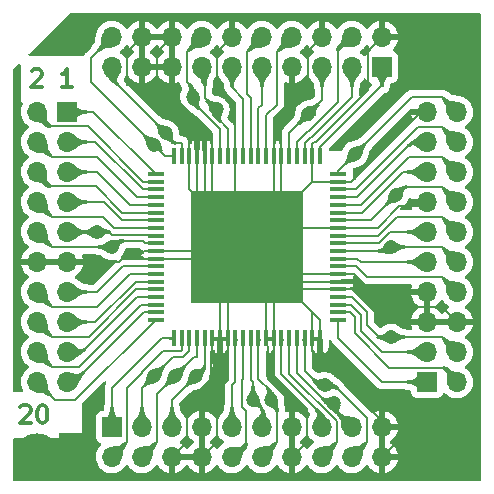
<source format=gbr>
%TF.GenerationSoftware,KiCad,Pcbnew,(6.0.5)*%
%TF.CreationDate,2022-10-26T12:34:09+09:00*%
%TF.ProjectId,AD9852,41443938-3532-42e6-9b69-6361645f7063,rev?*%
%TF.SameCoordinates,Original*%
%TF.FileFunction,Copper,L1,Top*%
%TF.FilePolarity,Positive*%
%FSLAX46Y46*%
G04 Gerber Fmt 4.6, Leading zero omitted, Abs format (unit mm)*
G04 Created by KiCad (PCBNEW (6.0.5)) date 2022-10-26 12:34:09*
%MOMM*%
%LPD*%
G01*
G04 APERTURE LIST*
%ADD10C,0.300000*%
%TA.AperFunction,NonConductor*%
%ADD11C,0.300000*%
%TD*%
%TA.AperFunction,SMDPad,CuDef*%
%ADD12R,9.500000X9.500000*%
%TD*%
%TA.AperFunction,SMDPad,CuDef*%
%ADD13R,0.450000X1.475000*%
%TD*%
%TA.AperFunction,SMDPad,CuDef*%
%ADD14R,1.475000X0.450000*%
%TD*%
%TA.AperFunction,ComponentPad*%
%ADD15R,1.700000X1.700000*%
%TD*%
%TA.AperFunction,ComponentPad*%
%ADD16O,1.700000X1.700000*%
%TD*%
%TA.AperFunction,ViaPad*%
%ADD17C,1.200000*%
%TD*%
%TA.AperFunction,ViaPad*%
%ADD18C,4.000000*%
%TD*%
%TA.AperFunction,ViaPad*%
%ADD19C,1.400000*%
%TD*%
%TA.AperFunction,Conductor*%
%ADD20C,0.200000*%
%TD*%
G04 APERTURE END LIST*
D10*
D11*
X166243142Y-91015428D02*
X166314571Y-90944000D01*
X166457428Y-90872571D01*
X166814571Y-90872571D01*
X166957428Y-90944000D01*
X167028857Y-91015428D01*
X167100285Y-91158285D01*
X167100285Y-91301142D01*
X167028857Y-91515428D01*
X166171714Y-92372571D01*
X167100285Y-92372571D01*
X168028857Y-90872571D02*
X168171714Y-90872571D01*
X168314571Y-90944000D01*
X168386000Y-91015428D01*
X168457428Y-91158285D01*
X168528857Y-91444000D01*
X168528857Y-91801142D01*
X168457428Y-92086857D01*
X168386000Y-92229714D01*
X168314571Y-92301142D01*
X168171714Y-92372571D01*
X168028857Y-92372571D01*
X167886000Y-92301142D01*
X167814571Y-92229714D01*
X167743142Y-92086857D01*
X167671714Y-91801142D01*
X167671714Y-91444000D01*
X167743142Y-91158285D01*
X167814571Y-91015428D01*
X167886000Y-90944000D01*
X168028857Y-90872571D01*
D10*
D11*
X167211428Y-62567428D02*
X167282857Y-62496000D01*
X167425714Y-62424571D01*
X167782857Y-62424571D01*
X167925714Y-62496000D01*
X167997142Y-62567428D01*
X168068571Y-62710285D01*
X168068571Y-62853142D01*
X167997142Y-63067428D01*
X167140000Y-63924571D01*
X168068571Y-63924571D01*
D10*
D11*
X170608571Y-63924571D02*
X169751428Y-63924571D01*
X170180000Y-63924571D02*
X170180000Y-62424571D01*
X170037142Y-62638857D01*
X169894285Y-62781714D01*
X169751428Y-62853142D01*
D12*
%TO.P,IC1,81,EP*%
%TO.N,11*%
X185420000Y-77470000D03*
D13*
%TO.P,IC1,80,DVDD_9*%
%TO.N,80*%
X179245000Y-69732000D03*
%TO.P,IC1,79,DVDD_8*%
%TO.N,79*%
X179895000Y-69732000D03*
%TO.P,IC1,78,DGND_10*%
%TO.N,11*%
X180545000Y-69732000D03*
%TO.P,IC1,77,DGND_9*%
X181195000Y-69732000D03*
%TO.P,IC1,76,DGND_8*%
X181845000Y-69732000D03*
%TO.P,IC1,75,DGND_7*%
X182495000Y-69732000D03*
%TO.P,IC1,74,DVDD_7*%
%TO.N,74*%
X183145000Y-69732000D03*
%TO.P,IC1,73,DVDD_6*%
%TO.N,73*%
X183795000Y-69732000D03*
%TO.P,IC1,72,DGND_6*%
%TO.N,11*%
X184445000Y-69732000D03*
%TO.P,IC1,71,MASTER_RESET*%
%TO.N,71*%
X185095000Y-69732000D03*
%TO.P,IC1,70,S/P_SELECT*%
%TO.N,70*%
X185745000Y-69732000D03*
%TO.P,IC1,69,REFCLK*%
%TO.N,69*%
X186395000Y-69732000D03*
%TO.P,IC1,68,~{REFCLK}*%
%TO.N,68*%
X187045000Y-69732000D03*
%TO.P,IC1,67,AGND_13*%
%TO.N,11*%
X187695000Y-69732000D03*
%TO.P,IC1,66,AGND_12*%
X188345000Y-69732000D03*
%TO.P,IC1,65,AVDD_9*%
%TO.N,65*%
X188995000Y-69732000D03*
%TO.P,IC1,64,DIFF_CLK_ENABLE*%
%TO.N,64*%
X189645000Y-69732000D03*
%TO.P,IC1,63,NC_5*%
%TO.N,63*%
X190295000Y-69732000D03*
%TO.P,IC1,62,AGND_11*%
%TO.N,11*%
X190945000Y-69732000D03*
%TO.P,IC1,61,PLL_FILTER*%
%TO.N,61*%
X191595000Y-69732000D03*
D14*
%TO.P,IC1,60,AVDD_8*%
%TO.N,60*%
X193158000Y-71295000D03*
%TO.P,IC1,59,AGND_10*%
%TO.N,11*%
X193158000Y-71945000D03*
%TO.P,IC1,58,NC_4*%
%TO.N,58*%
X193158000Y-72595000D03*
%TO.P,IC1,57,NC_3*%
%TO.N,57*%
X193158000Y-73245000D03*
%TO.P,IC1,56,DAC_RSET*%
%TO.N,56*%
X193158000Y-73895000D03*
%TO.P,IC1,55,DACBP*%
%TO.N,55*%
X193158000Y-74545000D03*
%TO.P,IC1,54,AVDD_7*%
%TO.N,54*%
X193158000Y-75195000D03*
%TO.P,IC1,53,AGND_9*%
%TO.N,11*%
X193158000Y-75845000D03*
%TO.P,IC1,52,IOUT2*%
%TO.N,52*%
X193158000Y-76495000D03*
%TO.P,IC1,51,~{IOUT2}*%
%TO.N,51*%
X193158000Y-77145000D03*
%TO.P,IC1,50,AVDD_6*%
%TO.N,50*%
X193158000Y-77795000D03*
%TO.P,IC1,49,~{IOUT1}*%
%TO.N,49*%
X193158000Y-78445000D03*
%TO.P,IC1,48,IOUT1*%
%TO.N,48*%
X193158000Y-79095000D03*
%TO.P,IC1,47,AGND_8*%
%TO.N,11*%
X193158000Y-79745000D03*
%TO.P,IC1,46,AGND_7*%
X193158000Y-80395000D03*
%TO.P,IC1,45,AGND_6*%
X193158000Y-81045000D03*
%TO.P,IC1,44,AVDD_5*%
%TO.N,44*%
X193158000Y-81695000D03*
%TO.P,IC1,43,VINN*%
%TO.N,43*%
X193158000Y-82345000D03*
%TO.P,IC1,42,VINP*%
%TO.N,42*%
X193158000Y-82995000D03*
%TO.P,IC1,41,AGND_5*%
%TO.N,41*%
X193158000Y-83645000D03*
D13*
%TO.P,IC1,40,AGND_4*%
%TO.N,11*%
X191595000Y-85208000D03*
%TO.P,IC1,39,AGND_3*%
X190945000Y-85208000D03*
%TO.P,IC1,38,AVDD_4*%
%TO.N,38*%
X190295000Y-85208000D03*
%TO.P,IC1,37,AVDD_3*%
%TO.N,37*%
X189645000Y-85208000D03*
%TO.P,IC1,36,VOUT*%
%TO.N,36*%
X188995000Y-85208000D03*
%TO.P,IC1,35,NC_2*%
%TO.N,35*%
X188345000Y-85208000D03*
%TO.P,IC1,34,AGND_2*%
%TO.N,11*%
X187695000Y-85208000D03*
%TO.P,IC1,33,AGND_1*%
X187045000Y-85208000D03*
%TO.P,IC1,32,AVDD_2*%
%TO.N,32*%
X186395000Y-85208000D03*
%TO.P,IC1,31,AVDD_1*%
%TO.N,31*%
X185745000Y-85208000D03*
%TO.P,IC1,30,OSK*%
%TO.N,30*%
X185095000Y-85208000D03*
%TO.P,IC1,29,FSK/BPSK/HOLD*%
%TO.N,29*%
X184445000Y-85208000D03*
%TO.P,IC1,28,DGND_5*%
%TO.N,11*%
X183795000Y-85208000D03*
%TO.P,IC1,27,DGND_4*%
X183145000Y-85208000D03*
%TO.P,IC1,26,DGND_3*%
X182495000Y-85208000D03*
%TO.P,IC1,25,DVDD_5*%
%TO.N,25*%
X181845000Y-85208000D03*
%TO.P,IC1,24,DVDD_4*%
%TO.N,24*%
X181195000Y-85208000D03*
%TO.P,IC1,23,DVDD_3*%
%TO.N,23*%
X180545000Y-85208000D03*
%TO.P,IC1,22,~{RD}/~{CS}*%
%TO.N,22*%
X179895000Y-85208000D03*
%TO.P,IC1,21,~{WR}/SCLK*%
%TO.N,21*%
X179245000Y-85208000D03*
D14*
%TO.P,IC1,20,I/O_UD_CLK*%
%TO.N,20*%
X177682000Y-83645000D03*
%TO.P,IC1,19,A0/SDIO*%
%TO.N,19*%
X177682000Y-82995000D03*
%TO.P,IC1,18,A1/SDO*%
%TO.N,18*%
X177682000Y-82345000D03*
%TO.P,IC1,17,A2/IO_RESET*%
%TO.N,17*%
X177682000Y-81695000D03*
%TO.P,IC1,16,A3*%
%TO.N,16*%
X177682000Y-81045000D03*
%TO.P,IC1,15,A4*%
%TO.N,15*%
X177682000Y-80395000D03*
%TO.P,IC1,14,A5*%
%TO.N,14*%
X177682000Y-79745000D03*
%TO.P,IC1,13,NC_1*%
%TO.N,13*%
X177682000Y-79095000D03*
%TO.P,IC1,12,DGND_2*%
%TO.N,11*%
X177682000Y-78445000D03*
%TO.P,IC1,11,DGND_1*%
X177682000Y-77795000D03*
%TO.P,IC1,10,DVDD_2*%
%TO.N,10*%
X177682000Y-77145000D03*
%TO.P,IC1,9,DVDD_1*%
%TO.N,9*%
X177682000Y-76495000D03*
%TO.P,IC1,8,D0*%
%TO.N,8*%
X177682000Y-75845000D03*
%TO.P,IC1,7,D1*%
%TO.N,7*%
X177682000Y-75195000D03*
%TO.P,IC1,6,D2*%
%TO.N,6*%
X177682000Y-74545000D03*
%TO.P,IC1,5,D3*%
%TO.N,5*%
X177682000Y-73895000D03*
%TO.P,IC1,4,D4*%
%TO.N,4*%
X177682000Y-73245000D03*
%TO.P,IC1,3,D5*%
%TO.N,3*%
X177682000Y-72595000D03*
%TO.P,IC1,2,D6*%
%TO.N,2*%
X177682000Y-71945000D03*
%TO.P,IC1,1,D7*%
%TO.N,1*%
X177682000Y-71295000D03*
%TD*%
D15*
%TO.P,J4,1,Pin_1*%
%TO.N,41*%
X200660000Y-88900000D03*
D16*
%TO.P,J4,2,Pin_2*%
%TO.N,42*%
X203200000Y-88900000D03*
%TO.P,J4,3,Pin_3*%
%TO.N,43*%
X200660000Y-86360000D03*
%TO.P,J4,4,Pin_4*%
%TO.N,44*%
X203200000Y-86360000D03*
%TO.P,J4,5,Pin_5*%
%TO.N,11*%
X200660000Y-83820000D03*
%TO.P,J4,6,Pin_6*%
X203200000Y-83820000D03*
%TO.P,J4,7,Pin_7*%
X200660000Y-81280000D03*
%TO.P,J4,8,Pin_8*%
%TO.N,48*%
X203200000Y-81280000D03*
%TO.P,J4,9,Pin_9*%
%TO.N,49*%
X200660000Y-78740000D03*
%TO.P,J4,10,Pin_10*%
%TO.N,50*%
X203200000Y-78740000D03*
%TO.P,J4,11,Pin_11*%
%TO.N,51*%
X200660000Y-76200000D03*
%TO.P,J4,12,Pin_12*%
%TO.N,52*%
X203200000Y-76200000D03*
%TO.P,J4,13,Pin_13*%
%TO.N,11*%
X200660000Y-73660000D03*
%TO.P,J4,14,Pin_14*%
%TO.N,54*%
X203200000Y-73660000D03*
%TO.P,J4,15,Pin_15*%
%TO.N,55*%
X200660000Y-71120000D03*
%TO.P,J4,16,Pin_16*%
%TO.N,56*%
X203200000Y-71120000D03*
%TO.P,J4,17,Pin_17*%
%TO.N,57*%
X200660000Y-68580000D03*
%TO.P,J4,18,Pin_18*%
%TO.N,58*%
X203200000Y-68580000D03*
%TO.P,J4,19,Pin_19*%
%TO.N,11*%
X200660000Y-66040000D03*
%TO.P,J4,20,Pin_20*%
%TO.N,60*%
X203200000Y-66040000D03*
%TD*%
D15*
%TO.P,J2,1,Pin_1*%
%TO.N,21*%
X173990000Y-92710000D03*
D16*
%TO.P,J2,2,Pin_2*%
%TO.N,22*%
X173990000Y-95250000D03*
%TO.P,J2,3,Pin_3*%
%TO.N,23*%
X176530000Y-92710000D03*
%TO.P,J2,4,Pin_4*%
%TO.N,24*%
X176530000Y-95250000D03*
%TO.P,J2,5,Pin_5*%
%TO.N,25*%
X179070000Y-92710000D03*
%TO.P,J2,6,Pin_6*%
%TO.N,11*%
X179070000Y-95250000D03*
%TO.P,J2,7,Pin_7*%
X181610000Y-92710000D03*
%TO.P,J2,8,Pin_8*%
X181610000Y-95250000D03*
%TO.P,J2,9,Pin_9*%
%TO.N,29*%
X184150000Y-92710000D03*
%TO.P,J2,10,Pin_10*%
%TO.N,30*%
X184150000Y-95250000D03*
%TO.P,J2,11,Pin_11*%
%TO.N,31*%
X186690000Y-92710000D03*
%TO.P,J2,12,Pin_12*%
%TO.N,32*%
X186690000Y-95250000D03*
%TO.P,J2,13,Pin_13*%
%TO.N,11*%
X189230000Y-92710000D03*
%TO.P,J2,14,Pin_14*%
X189230000Y-95250000D03*
%TO.P,J2,15,Pin_15*%
%TO.N,35*%
X191770000Y-92710000D03*
%TO.P,J2,16,Pin_16*%
%TO.N,36*%
X191770000Y-95250000D03*
%TO.P,J2,17,Pin_17*%
%TO.N,37*%
X194310000Y-92710000D03*
%TO.P,J2,18,Pin_18*%
%TO.N,38*%
X194310000Y-95250000D03*
%TO.P,J2,19,Pin_19*%
%TO.N,11*%
X196850000Y-92710000D03*
%TO.P,J2,20,Pin_20*%
X196850000Y-95250000D03*
%TD*%
D15*
%TO.P,J1,1,Pin_1*%
%TO.N,1*%
X170180000Y-66040000D03*
D16*
%TO.P,J1,2,Pin_2*%
%TO.N,2*%
X167640000Y-66040000D03*
%TO.P,J1,3,Pin_3*%
%TO.N,3*%
X170180000Y-68580000D03*
%TO.P,J1,4,Pin_4*%
%TO.N,4*%
X167640000Y-68580000D03*
%TO.P,J1,5,Pin_5*%
%TO.N,5*%
X170180000Y-71120000D03*
%TO.P,J1,6,Pin_6*%
%TO.N,6*%
X167640000Y-71120000D03*
%TO.P,J1,7,Pin_7*%
%TO.N,7*%
X170180000Y-73660000D03*
%TO.P,J1,8,Pin_8*%
%TO.N,8*%
X167640000Y-73660000D03*
%TO.P,J1,9,Pin_9*%
%TO.N,9*%
X170180000Y-76200000D03*
%TO.P,J1,10,Pin_10*%
%TO.N,10*%
X167640000Y-76200000D03*
%TO.P,J1,11,Pin_11*%
%TO.N,11*%
X170180000Y-78740000D03*
%TO.P,J1,12,Pin_12*%
X167640000Y-78740000D03*
%TO.P,J1,13,Pin_13*%
%TO.N,13*%
X170180000Y-81280000D03*
%TO.P,J1,14,Pin_14*%
%TO.N,14*%
X167640000Y-81280000D03*
%TO.P,J1,15,Pin_15*%
%TO.N,15*%
X170180000Y-83820000D03*
%TO.P,J1,16,Pin_16*%
%TO.N,16*%
X167640000Y-83820000D03*
%TO.P,J1,17,Pin_17*%
%TO.N,17*%
X170180000Y-86360000D03*
%TO.P,J1,18,Pin_18*%
%TO.N,18*%
X167640000Y-86360000D03*
%TO.P,J1,19,Pin_19*%
%TO.N,19*%
X170180000Y-88900000D03*
%TO.P,J1,20,Pin_20*%
%TO.N,20*%
X167640000Y-88900000D03*
%TD*%
D15*
%TO.P,J3,1,Pin_1*%
%TO.N,61*%
X196850000Y-62230000D03*
D16*
%TO.P,J3,2,Pin_2*%
%TO.N,11*%
X196850000Y-59690000D03*
%TO.P,J3,3,Pin_3*%
%TO.N,63*%
X194310000Y-62230000D03*
%TO.P,J3,4,Pin_4*%
%TO.N,64*%
X194310000Y-59690000D03*
%TO.P,J3,5,Pin_5*%
%TO.N,65*%
X191770000Y-62230000D03*
%TO.P,J3,6,Pin_6*%
%TO.N,11*%
X191770000Y-59690000D03*
%TO.P,J3,7,Pin_7*%
X189230000Y-62230000D03*
%TO.P,J3,8,Pin_8*%
%TO.N,68*%
X189230000Y-59690000D03*
%TO.P,J3,9,Pin_9*%
%TO.N,69*%
X186690000Y-62230000D03*
%TO.P,J3,10,Pin_10*%
%TO.N,70*%
X186690000Y-59690000D03*
%TO.P,J3,11,Pin_11*%
%TO.N,71*%
X184150000Y-62230000D03*
%TO.P,J3,12,Pin_12*%
%TO.N,11*%
X184150000Y-59690000D03*
%TO.P,J3,13,Pin_13*%
%TO.N,73*%
X181610000Y-62230000D03*
%TO.P,J3,14,Pin_14*%
%TO.N,74*%
X181610000Y-59690000D03*
%TO.P,J3,15,Pin_15*%
%TO.N,11*%
X179070000Y-62230000D03*
%TO.P,J3,16,Pin_16*%
X179070000Y-59690000D03*
%TO.P,J3,17,Pin_17*%
X176530000Y-62230000D03*
%TO.P,J3,18,Pin_18*%
X176530000Y-59690000D03*
%TO.P,J3,19,Pin_19*%
%TO.N,79*%
X173990000Y-62230000D03*
%TO.P,J3,20,Pin_20*%
%TO.N,80*%
X173990000Y-59690000D03*
%TD*%
D17*
%TO.N,10*%
X173990000Y-77470000D03*
D18*
%TO.N,11*%
X185420000Y-77470000D03*
D19*
X182880000Y-80010000D03*
X182880000Y-74930000D03*
D18*
X203200000Y-95250000D03*
X203200000Y-59690000D03*
X167640000Y-95250000D03*
D19*
X187960000Y-74930000D03*
X187960000Y-80010000D03*
D17*
%TO.N,9*%
X172720000Y-76200000D03*
%TO.N,80*%
X177546000Y-68834000D03*
%TO.N,79*%
X178548276Y-67831724D03*
%TO.N,23*%
X177546000Y-88392000D03*
%TO.N,24*%
X179324000Y-88392000D03*
%TO.N,25*%
X181102000Y-88392000D03*
%TO.N,74*%
X180848000Y-64770000D03*
%TO.N,73*%
X182843923Y-65822077D03*
%TO.N,31*%
X185928000Y-90424000D03*
%TO.N,32*%
X187452000Y-90424000D03*
%TO.N,65*%
X190627000Y-66167000D03*
%TO.N,37*%
X192808675Y-90655325D03*
%TO.N,38*%
X192019228Y-89158773D03*
%TO.N,60*%
X194564000Y-69596000D03*
%TO.N,54*%
X198029398Y-73061398D03*
%TO.N,50*%
X197612000Y-77470000D03*
%TO.N,44*%
X197612000Y-85090000D03*
%TD*%
D20*
%TO.N,79*%
X173990000Y-63246000D02*
X178548276Y-67804276D01*
X178548276Y-67804276D02*
X178548276Y-67831724D01*
X173990000Y-62230000D02*
X173990000Y-63246000D01*
X179361053Y-68644500D02*
X179820000Y-68644500D01*
X178548276Y-67831724D02*
X179361053Y-68644500D01*
X179895000Y-68719500D02*
X179895000Y-69732000D01*
X179820000Y-68644500D02*
X179895000Y-68719500D01*
%TO.N,61*%
X196850000Y-63754000D02*
X196850000Y-62230000D01*
X191595000Y-69009000D02*
X196850000Y-63754000D01*
X191595000Y-69732000D02*
X191595000Y-69009000D01*
%TO.N,11*%
X195650000Y-60890000D02*
X196850000Y-59690000D01*
X195650000Y-64192000D02*
X195650000Y-60890000D01*
X191120480Y-68544020D02*
X191297980Y-68544020D01*
X191297980Y-68544020D02*
X195650000Y-64192000D01*
X190945000Y-68719500D02*
X191120480Y-68544020D01*
X190945000Y-69732000D02*
X190945000Y-68719500D01*
%TO.N,63*%
X190935500Y-68144500D02*
X194310000Y-64770000D01*
X190295000Y-68662394D02*
X190812894Y-68144500D01*
X190812894Y-68144500D02*
X190935500Y-68144500D01*
X194310000Y-64770000D02*
X194310000Y-62230000D01*
X190295000Y-69732000D02*
X190295000Y-68662394D01*
%TO.N,11*%
X198374000Y-93726000D02*
X196850000Y-95250000D01*
X192786000Y-86614000D02*
X198374000Y-92202000D01*
X192024000Y-86614000D02*
X192786000Y-86614000D01*
X198374000Y-92202000D02*
X198374000Y-93726000D01*
X191595000Y-86185000D02*
X192024000Y-86614000D01*
X191595000Y-85208000D02*
X191595000Y-86185000D01*
%TO.N,10*%
X176594500Y-76962000D02*
X176777500Y-77145000D01*
X173990000Y-77470000D02*
X168910000Y-77470000D01*
X173990000Y-77470000D02*
X174498000Y-76962000D01*
X174498000Y-76962000D02*
X176594500Y-76962000D01*
X176777500Y-77145000D02*
X177682000Y-77145000D01*
X168910000Y-77470000D02*
X167640000Y-76200000D01*
%TO.N,11*%
X190500000Y-91185655D02*
X190500000Y-93980000D01*
X180545000Y-69732000D02*
X180545000Y-68150000D01*
X193158000Y-75845000D02*
X187045000Y-75845000D01*
X177682000Y-77795000D02*
X176669500Y-77795000D01*
X175473000Y-78445000D02*
X174847893Y-78445000D01*
X187695000Y-66559000D02*
X187695000Y-69732000D01*
X179070000Y-59690000D02*
X177800000Y-60960000D01*
X201930000Y-82550000D02*
X203200000Y-83820000D01*
X181195000Y-69732000D02*
X181195000Y-73245000D01*
X197104000Y-83820000D02*
X200660000Y-83820000D01*
X187045000Y-75845000D02*
X185420000Y-77470000D01*
X181845000Y-73895000D02*
X185420000Y-77470000D01*
X176669500Y-77838500D02*
X176063000Y-78445000D01*
X190945000Y-85208000D02*
X190945000Y-86297000D01*
X181195000Y-69732000D02*
X181195000Y-68165000D01*
X187198000Y-85873500D02*
X187198000Y-88646000D01*
X190945000Y-69732000D02*
X190945000Y-71945000D01*
X193158000Y-71945000D02*
X190945000Y-71945000D01*
X182372000Y-86368500D02*
X182495000Y-86245500D01*
X180545000Y-69732000D02*
X180545000Y-72595000D01*
X188345000Y-80395000D02*
X185420000Y-77470000D01*
X184445000Y-76495000D02*
X185420000Y-77470000D01*
X177682000Y-78445000D02*
X184445000Y-78445000D01*
X190945000Y-82995000D02*
X185420000Y-77470000D01*
X190945000Y-71945000D02*
X187960000Y-74930000D01*
X177800000Y-64135000D02*
X181845000Y-68180000D01*
X182495000Y-68004500D02*
X179070000Y-64579500D01*
X193158000Y-79745000D02*
X188225000Y-79745000D01*
X182372000Y-88646000D02*
X182372000Y-86368500D01*
X179070000Y-64579500D02*
X179070000Y-62230000D01*
X177800000Y-60960000D02*
X177800000Y-64135000D01*
X182880000Y-93980000D02*
X182880000Y-89662000D01*
X193158000Y-75845000D02*
X196479285Y-75845000D01*
X194341819Y-81045000D02*
X196064000Y-82767181D01*
X177682000Y-77795000D02*
X185095000Y-77795000D01*
X187695000Y-75195000D02*
X185420000Y-77470000D01*
X187045000Y-85208000D02*
X187045000Y-79095000D01*
X187045000Y-85720500D02*
X187198000Y-85873500D01*
X176669500Y-77795000D02*
X176669500Y-77838500D01*
X190945000Y-71945000D02*
X185420000Y-77470000D01*
X193158000Y-81045000D02*
X194341819Y-81045000D01*
X182880000Y-60960000D02*
X184150000Y-59690000D01*
X188345000Y-74545000D02*
X185420000Y-77470000D01*
X196596000Y-82550000D02*
X201930000Y-82550000D01*
X176149000Y-63754000D02*
X175260000Y-63754000D01*
X187695000Y-66559000D02*
X189230000Y-65024000D01*
X194441000Y-80395000D02*
X196596000Y-82550000D01*
X184445000Y-69732000D02*
X184445000Y-76495000D01*
X180340000Y-90678000D02*
X182372000Y-88646000D01*
X196850000Y-92202000D02*
X196850000Y-92710000D01*
X187695000Y-79745000D02*
X185420000Y-77470000D01*
X190945000Y-86297000D02*
X196850000Y-92202000D01*
X194247000Y-71945000D02*
X200152000Y-66040000D01*
X181610000Y-95250000D02*
X182880000Y-93980000D01*
X182880000Y-63754000D02*
X182880000Y-60960000D01*
X183795000Y-88747000D02*
X183795000Y-85208000D01*
X193158000Y-79745000D02*
X194453447Y-79745000D01*
X193158000Y-80395000D02*
X194441000Y-80395000D01*
X174847893Y-78445000D02*
X174552893Y-78740000D01*
X183795000Y-79095000D02*
X185420000Y-77470000D01*
X190570000Y-64446000D02*
X190570000Y-60890000D01*
X184445000Y-78445000D02*
X185420000Y-77470000D01*
X181610000Y-90170000D02*
X183145000Y-88635000D01*
X180545000Y-68150000D02*
X176149000Y-63754000D01*
X183145000Y-79745000D02*
X185420000Y-77470000D01*
X200308602Y-74011398D02*
X200660000Y-73660000D01*
X174552893Y-78740000D02*
X170180000Y-78740000D01*
X193158000Y-81045000D02*
X188995000Y-81045000D01*
X184145000Y-66670000D02*
X184145000Y-65019000D01*
X175260000Y-63754000D02*
X175260000Y-60960000D01*
X183145000Y-85208000D02*
X183145000Y-79745000D01*
X184145000Y-65019000D02*
X182880000Y-63754000D01*
X176063000Y-78445000D02*
X175473000Y-78445000D01*
X183145000Y-88635000D02*
X183145000Y-85208000D01*
X193158000Y-71945000D02*
X194247000Y-71945000D01*
X190570000Y-60890000D02*
X191770000Y-59690000D01*
X176530000Y-63500000D02*
X176530000Y-62230000D01*
X190945000Y-85208000D02*
X190945000Y-82995000D01*
X188345000Y-69732000D02*
X188345000Y-66671000D01*
X181845000Y-69732000D02*
X181845000Y-73895000D01*
X189230000Y-90678000D02*
X189230000Y-92710000D01*
X198312887Y-74011398D02*
X200308602Y-74011398D01*
X184445000Y-69732000D02*
X184445000Y-66970000D01*
X180340000Y-93980000D02*
X180340000Y-90678000D01*
X187695000Y-85208000D02*
X187695000Y-79745000D01*
X179070000Y-95250000D02*
X180340000Y-93980000D01*
X184445000Y-66970000D02*
X184145000Y-66670000D01*
X195988447Y-81280000D02*
X200660000Y-81280000D01*
X185095000Y-77795000D02*
X185420000Y-77470000D01*
X187695000Y-88380655D02*
X190500000Y-91185655D01*
X187045000Y-85208000D02*
X187045000Y-85720500D01*
X182880000Y-89662000D02*
X183795000Y-88747000D01*
X181195000Y-68165000D02*
X176530000Y-63500000D01*
X193158000Y-80395000D02*
X188345000Y-80395000D01*
X182495000Y-74545000D02*
X182880000Y-74930000D01*
X196064000Y-82767181D02*
X196064000Y-82780000D01*
X181610000Y-92710000D02*
X181610000Y-90170000D01*
X183795000Y-85208000D02*
X183795000Y-79095000D01*
X188345000Y-66671000D02*
X190570000Y-64446000D01*
X182495000Y-69732000D02*
X182495000Y-74545000D01*
X200152000Y-66040000D02*
X200660000Y-66040000D01*
X187695000Y-69732000D02*
X187695000Y-75195000D01*
X196064000Y-82780000D02*
X197104000Y-83820000D01*
X175260000Y-60960000D02*
X176530000Y-59690000D01*
X187045000Y-79095000D02*
X185420000Y-77470000D01*
X191595000Y-83645000D02*
X185420000Y-77470000D01*
X190500000Y-93980000D02*
X189230000Y-95250000D01*
X181195000Y-73245000D02*
X185420000Y-77470000D01*
X188225000Y-79745000D02*
X187960000Y-80010000D01*
X182495000Y-86245500D02*
X182495000Y-85208000D01*
X189230000Y-65024000D02*
X189230000Y-62230000D01*
X180545000Y-72595000D02*
X185420000Y-77470000D01*
X191595000Y-85208000D02*
X191595000Y-83645000D01*
X187695000Y-85208000D02*
X187695000Y-88380655D01*
X188345000Y-69732000D02*
X188345000Y-74545000D01*
X187198000Y-88646000D02*
X189230000Y-90678000D01*
X177682000Y-78445000D02*
X175473000Y-78445000D01*
X182495000Y-69732000D02*
X182495000Y-68004500D01*
X181845000Y-68180000D02*
X181845000Y-69732000D01*
X196479285Y-75845000D02*
X198312887Y-74011398D01*
X194453447Y-79745000D02*
X195988447Y-81280000D01*
X188995000Y-81045000D02*
X185420000Y-77470000D01*
%TO.N,9*%
X177607000Y-76420000D02*
X177682000Y-76495000D01*
X173770000Y-76200000D02*
X173990000Y-76420000D01*
X172720000Y-76200000D02*
X170180000Y-76200000D01*
X172720000Y-76200000D02*
X173770000Y-76200000D01*
X173990000Y-76420000D02*
X177607000Y-76420000D01*
%TO.N,80*%
X177546000Y-68834000D02*
X172212000Y-63500000D01*
X177546000Y-68834000D02*
X178444000Y-69732000D01*
X172212000Y-63500000D02*
X172212000Y-61468000D01*
X172212000Y-61468000D02*
X173990000Y-59690000D01*
X178444000Y-69732000D02*
X179245000Y-69732000D01*
%TO.N,23*%
X180545000Y-86277607D02*
X180545000Y-85208000D01*
X179142500Y-86795500D02*
X180027107Y-86795500D01*
X176530000Y-89408000D02*
X176530000Y-92710000D01*
X177546000Y-88392000D02*
X176530000Y-89408000D01*
X177546000Y-88392000D02*
X179142500Y-86795500D01*
X180027107Y-86795500D02*
X180545000Y-86277607D01*
%TO.N,24*%
X177768923Y-94011077D02*
X177768923Y-89947077D01*
X176530000Y-95250000D02*
X177768923Y-94011077D01*
X177768923Y-89947077D02*
X179324000Y-88392000D01*
X179324000Y-88392000D02*
X180941000Y-86775000D01*
X180941000Y-86775000D02*
X181195000Y-86775000D01*
X181195000Y-86775000D02*
X181195000Y-85208000D01*
%TO.N,25*%
X179070000Y-90424000D02*
X181102000Y-88392000D01*
X181102000Y-88392000D02*
X181102000Y-88292657D01*
X181845000Y-87549657D02*
X181845000Y-85208000D01*
X181102000Y-88292657D02*
X181845000Y-87549657D01*
X179070000Y-92710000D02*
X179070000Y-90424000D01*
%TO.N,74*%
X183145000Y-67502894D02*
X183145000Y-69732000D01*
X180848000Y-64770000D02*
X180848000Y-65205894D01*
X180848000Y-64008000D02*
X180340000Y-63500000D01*
X180848000Y-64770000D02*
X180848000Y-64008000D01*
X180848000Y-65205894D02*
X183145000Y-67502894D01*
X180340000Y-63500000D02*
X180340000Y-60960000D01*
X180340000Y-60960000D02*
X181610000Y-59690000D01*
%TO.N,73*%
X181610000Y-63500000D02*
X181610000Y-62230000D01*
X182843923Y-65822077D02*
X182843923Y-66494710D01*
X182843923Y-66494710D02*
X183795000Y-67445787D01*
X181864000Y-63754000D02*
X181610000Y-63500000D01*
X183795000Y-67445787D02*
X183795000Y-69732000D01*
X181864000Y-64842154D02*
X181864000Y-63754000D01*
X182843923Y-65822077D02*
X181864000Y-64842154D01*
%TO.N,31*%
X186690000Y-91186000D02*
X185928000Y-90424000D01*
X185745000Y-88691765D02*
X185745000Y-85208000D01*
X185928000Y-90424000D02*
X185928000Y-88874765D01*
X185928000Y-88874765D02*
X185745000Y-88691765D01*
X186690000Y-92710000D02*
X186690000Y-91186000D01*
%TO.N,32*%
X187452000Y-90424000D02*
X187960000Y-90932000D01*
X187452000Y-89691658D02*
X186395000Y-88634658D01*
X187452000Y-90424000D02*
X187452000Y-89691658D01*
X186395000Y-88634658D02*
X186395000Y-85208000D01*
X187960000Y-93980000D02*
X186690000Y-95250000D01*
X187960000Y-90932000D02*
X187960000Y-93980000D01*
%TO.N,65*%
X191770000Y-65024000D02*
X191770000Y-62230000D01*
X190627000Y-66167000D02*
X191770000Y-65024000D01*
X188995000Y-67799000D02*
X188995000Y-69732000D01*
X190627000Y-66167000D02*
X188995000Y-67799000D01*
%TO.N,37*%
X192808675Y-90655325D02*
X192808675Y-91208675D01*
X192808675Y-91208675D02*
X194310000Y-92710000D01*
X189645000Y-88127341D02*
X189645000Y-85208000D01*
X192808675Y-90655325D02*
X192172984Y-90655325D01*
X192172984Y-90655325D02*
X189645000Y-88127341D01*
%TO.N,38*%
X195580000Y-93980000D02*
X194310000Y-95250000D01*
X192019228Y-89158773D02*
X191520773Y-89158773D01*
X191520773Y-89158773D02*
X190295000Y-87933000D01*
X192019228Y-89158773D02*
X192790773Y-89158773D01*
X190295000Y-87933000D02*
X190295000Y-85208000D01*
X192790773Y-89158773D02*
X195580000Y-91948000D01*
X195580000Y-91948000D02*
X195580000Y-93980000D01*
%TO.N,60*%
X201930000Y-64770000D02*
X203200000Y-66040000D01*
X199390000Y-64770000D02*
X201930000Y-64770000D01*
X194564000Y-69596000D02*
X199390000Y-64770000D01*
X194564000Y-69596000D02*
X193158000Y-71002000D01*
X193158000Y-71002000D02*
X193158000Y-71295000D01*
%TO.N,54*%
X201930000Y-72390000D02*
X203200000Y-73660000D01*
X198029398Y-73061398D02*
X195895796Y-75195000D01*
X198700796Y-72390000D02*
X201930000Y-72390000D01*
X198029398Y-73061398D02*
X198700796Y-72390000D01*
X195895796Y-75195000D02*
X193158000Y-75195000D01*
%TO.N,50*%
X197612000Y-77470000D02*
X197612000Y-77727500D01*
X197612000Y-77470000D02*
X201930000Y-77470000D01*
X197287000Y-77795000D02*
X193158000Y-77795000D01*
X201930000Y-77470000D02*
X203200000Y-78740000D01*
X197612000Y-77470000D02*
X197287000Y-77795000D01*
%TO.N,44*%
X201930000Y-85090000D02*
X203200000Y-86360000D01*
X195564000Y-82974287D02*
X194284713Y-81695000D01*
X196596000Y-85090000D02*
X195564000Y-84058000D01*
X194284713Y-81695000D02*
X193158000Y-81695000D01*
X197612000Y-85090000D02*
X201930000Y-85090000D01*
X195564000Y-84058000D02*
X195564000Y-82974287D01*
X197612000Y-85090000D02*
X196596000Y-85090000D01*
%TO.N,1*%
X177682000Y-71295000D02*
X177467000Y-71295000D01*
X170180000Y-66040000D02*
X172427000Y-66040000D01*
X172427000Y-66040000D02*
X177682000Y-71295000D01*
%TO.N,2*%
X177682000Y-71945000D02*
X176644500Y-71945000D01*
X171939500Y-67240000D02*
X168840000Y-67240000D01*
X168840000Y-67240000D02*
X167640000Y-66040000D01*
X176644500Y-71945000D02*
X171939500Y-67240000D01*
%TO.N,3*%
X170180000Y-68580000D02*
X172572394Y-68580000D01*
X176587394Y-72595000D02*
X177682000Y-72595000D01*
X172572394Y-68580000D02*
X176587394Y-72595000D01*
%TO.N,4*%
X168878923Y-69818923D02*
X172688923Y-69818923D01*
X167640000Y-68580000D02*
X168878923Y-69818923D01*
X177682000Y-73245000D02*
X176115000Y-73245000D01*
X172688923Y-69818923D02*
X176115000Y-73245000D01*
%TO.N,5*%
X170180000Y-71120000D02*
X172720000Y-71120000D01*
X175495000Y-73895000D02*
X177682000Y-73895000D01*
X172720000Y-71120000D02*
X175495000Y-73895000D01*
%TO.N,6*%
X172650000Y-72320000D02*
X174875000Y-74545000D01*
X168840000Y-72320000D02*
X172650000Y-72320000D01*
X174875000Y-74545000D02*
X177682000Y-74545000D01*
X167640000Y-71120000D02*
X168840000Y-72320000D01*
%TO.N,7*%
X174817893Y-75195000D02*
X173282894Y-73660000D01*
X177682000Y-75195000D02*
X174817893Y-75195000D01*
X173282894Y-73660000D02*
X170180000Y-73660000D01*
%TO.N,8*%
X168910000Y-74930000D02*
X167640000Y-73660000D01*
X174143000Y-75845000D02*
X173228000Y-74930000D01*
X177682000Y-75845000D02*
X174143000Y-75845000D01*
X173228000Y-74930000D02*
X168910000Y-74930000D01*
%TO.N,13*%
X172720000Y-81280000D02*
X174905000Y-79095000D01*
X174905000Y-79095000D02*
X177682000Y-79095000D01*
X170180000Y-81280000D02*
X172720000Y-81280000D01*
%TO.N,14*%
X168910000Y-82550000D02*
X172720000Y-82550000D01*
X172720000Y-82550000D02*
X175525000Y-79745000D01*
X167640000Y-81280000D02*
X168910000Y-82550000D01*
X175525000Y-79745000D02*
X177682000Y-79745000D01*
%TO.N,15*%
X170180000Y-83820000D02*
X172575788Y-83820000D01*
X172575788Y-83820000D02*
X176000788Y-80395000D01*
X176000788Y-80395000D02*
X177682000Y-80395000D01*
%TO.N,16*%
X168910000Y-85090000D02*
X172012894Y-85090000D01*
X176057894Y-81045000D02*
X177682000Y-81045000D01*
X172012894Y-85090000D02*
X176057894Y-81045000D01*
X167640000Y-83820000D02*
X168910000Y-85090000D01*
%TO.N,17*%
X170180000Y-86360000D02*
X171450000Y-86360000D01*
X177682000Y-81695000D02*
X176115000Y-81695000D01*
X171450000Y-86360000D02*
X176115000Y-81695000D01*
%TO.N,18*%
X167640000Y-86360000D02*
X168910000Y-87630000D01*
X171196000Y-87630000D02*
X176481000Y-82345000D01*
X168910000Y-87630000D02*
X171196000Y-87630000D01*
X176481000Y-82345000D02*
X177682000Y-82345000D01*
%TO.N,19*%
X170180000Y-88900000D02*
X170764500Y-88900000D01*
X176669500Y-82995000D02*
X177682000Y-82995000D01*
X170764500Y-88900000D02*
X176669500Y-82995000D01*
%TO.N,20*%
X167640000Y-88900000D02*
X169164000Y-90424000D01*
X170903000Y-90424000D02*
X177682000Y-83645000D01*
X169164000Y-90424000D02*
X170903000Y-90424000D01*
X177682000Y-83645000D02*
X177467000Y-83645000D01*
%TO.N,21*%
X173990000Y-92710000D02*
X173990000Y-89408000D01*
X178190000Y-85208000D02*
X179245000Y-85208000D01*
X173990000Y-89408000D02*
X178190000Y-85208000D01*
%TO.N,22*%
X176530000Y-88064497D02*
X178298997Y-86295500D01*
X173990000Y-95250000D02*
X175260000Y-93980000D01*
X178298997Y-86295500D02*
X179820000Y-86295500D01*
X179820000Y-86295500D02*
X179895000Y-86220500D01*
X175260000Y-93980000D02*
X175260000Y-89408000D01*
X179895000Y-86220500D02*
X179895000Y-85208000D01*
X175260000Y-89408000D02*
X176530000Y-88138000D01*
X176530000Y-88138000D02*
X176530000Y-88064497D01*
%TO.N,29*%
X184150000Y-92710000D02*
X184150000Y-89154000D01*
X184445000Y-88859000D02*
X184445000Y-85208000D01*
X184150000Y-89154000D02*
X184445000Y-88859000D01*
%TO.N,30*%
X184978000Y-88751659D02*
X185095000Y-88634659D01*
X185350000Y-91370000D02*
X184978000Y-90998000D01*
X184150000Y-95250000D02*
X185350000Y-94050000D01*
X185095000Y-88634659D02*
X185095000Y-85208000D01*
X184978000Y-90998000D02*
X184978000Y-88751659D01*
X185350000Y-94050000D02*
X185350000Y-91370000D01*
%TO.N,35*%
X191770000Y-92710000D02*
X191770000Y-91666553D01*
X188345000Y-88241553D02*
X188345000Y-85208000D01*
X191770000Y-91666553D02*
X188345000Y-88241553D01*
%TO.N,36*%
X193040000Y-92229447D02*
X193040000Y-93980000D01*
X188995000Y-85208000D02*
X188995000Y-88184447D01*
X193040000Y-93980000D02*
X191770000Y-95250000D01*
X188995000Y-88184447D02*
X193040000Y-92229447D01*
%TO.N,41*%
X196850000Y-88900000D02*
X193158000Y-85208000D01*
X200660000Y-88900000D02*
X196850000Y-88900000D01*
X193158000Y-85208000D02*
X193158000Y-83645000D01*
%TO.N,42*%
X194564000Y-83388500D02*
X194564000Y-84781106D01*
X197482894Y-87700000D02*
X202000000Y-87700000D01*
X194564000Y-84781106D02*
X197482894Y-87700000D01*
X194170500Y-82995000D02*
X194564000Y-83388500D01*
X193158000Y-82995000D02*
X194170500Y-82995000D01*
X202000000Y-87700000D02*
X203200000Y-88900000D01*
%TO.N,43*%
X195064000Y-83181394D02*
X195064000Y-84574000D01*
X193158000Y-82345000D02*
X194227606Y-82345000D01*
X196850000Y-86360000D02*
X200660000Y-86360000D01*
X194227606Y-82345000D02*
X195064000Y-83181394D01*
X195064000Y-84574000D02*
X196850000Y-86360000D01*
%TO.N,48*%
X195580000Y-80010000D02*
X201930000Y-80010000D01*
X194665000Y-79095000D02*
X195580000Y-80010000D01*
X201930000Y-80010000D02*
X203200000Y-81280000D01*
X193158000Y-79095000D02*
X194665000Y-79095000D01*
%TO.N,49*%
X193158000Y-78445000D02*
X194777000Y-78445000D01*
X194777000Y-78445000D02*
X195072000Y-78740000D01*
X195072000Y-78740000D02*
X200660000Y-78740000D01*
%TO.N,51*%
X197538497Y-76200000D02*
X200660000Y-76200000D01*
X193158000Y-77145000D02*
X196593497Y-77145000D01*
X196593497Y-77145000D02*
X197538497Y-76200000D01*
%TO.N,52*%
X193158000Y-76495000D02*
X196536391Y-76495000D01*
X196536391Y-76495000D02*
X198101391Y-74930000D01*
X198101391Y-74930000D02*
X201930000Y-74930000D01*
X201930000Y-74930000D02*
X203200000Y-76200000D01*
%TO.N,55*%
X193158000Y-74545000D02*
X195203000Y-74545000D01*
X198628000Y-71120000D02*
X200660000Y-71120000D01*
X195203000Y-74545000D02*
X198628000Y-71120000D01*
%TO.N,56*%
X193158000Y-73895000D02*
X195091000Y-73895000D01*
X199136000Y-69850000D02*
X201930000Y-69850000D01*
X195091000Y-73895000D02*
X199136000Y-69850000D01*
X201930000Y-69850000D02*
X203200000Y-71120000D01*
%TO.N,57*%
X193158000Y-73245000D02*
X194725000Y-73245000D01*
X194725000Y-73245000D02*
X199390000Y-68580000D01*
X199390000Y-68580000D02*
X200660000Y-68580000D01*
%TO.N,58*%
X194613000Y-72595000D02*
X199898000Y-67310000D01*
X201930000Y-67310000D02*
X203200000Y-68580000D01*
X199898000Y-67310000D02*
X201930000Y-67310000D01*
X193158000Y-72595000D02*
X194613000Y-72595000D01*
%TO.N,64*%
X193110000Y-60890000D02*
X194310000Y-59690000D01*
X190605788Y-67644500D02*
X190673500Y-67644500D01*
X193110000Y-65208000D02*
X193110000Y-60890000D01*
X189645000Y-68605288D02*
X190605788Y-67644500D01*
X190673500Y-67644500D02*
X193110000Y-65208000D01*
X189645000Y-69732000D02*
X189645000Y-68605288D01*
%TO.N,68*%
X187045000Y-66320000D02*
X187045000Y-69732000D01*
X187960000Y-65405000D02*
X187960000Y-60960000D01*
X187960000Y-60960000D02*
X189230000Y-59690000D01*
X187045000Y-66320000D02*
X187960000Y-65405000D01*
%TO.N,69*%
X186690000Y-65405000D02*
X186690000Y-62230000D01*
X186395000Y-65700000D02*
X186395000Y-69732000D01*
X186395000Y-65700000D02*
X186690000Y-65405000D01*
%TO.N,70*%
X185745000Y-69732000D02*
X185745000Y-64841000D01*
X185745000Y-64841000D02*
X185420000Y-64516000D01*
X185420000Y-60960000D02*
X186690000Y-59690000D01*
X185420000Y-64516000D02*
X185420000Y-60960000D01*
%TO.N,71*%
X184150000Y-63953107D02*
X184150000Y-62230000D01*
X185095000Y-64898107D02*
X184150000Y-63953107D01*
X185095000Y-69732000D02*
X185095000Y-64898107D01*
%TD*%
%TA.AperFunction,Conductor*%
%TO.N,41*%
G36*
X200295652Y-88140922D02*
G01*
X200467103Y-88305798D01*
X200929019Y-88750000D01*
X201076231Y-88891567D01*
X201079819Y-88899771D01*
X201076231Y-88908433D01*
X200718091Y-89252839D01*
X200295652Y-89659078D01*
X200287313Y-89662343D01*
X200281978Y-89660937D01*
X200278540Y-89659078D01*
X200132779Y-89580280D01*
X200131929Y-89579773D01*
X200001439Y-89494201D01*
X200000830Y-89493773D01*
X199888367Y-89409329D01*
X199888118Y-89409137D01*
X199870435Y-89395101D01*
X199786025Y-89328098D01*
X199686873Y-89252967D01*
X199666237Y-89239683D01*
X199583452Y-89186393D01*
X199583447Y-89186390D01*
X199583150Y-89186199D01*
X199467230Y-89130155D01*
X199466840Y-89130032D01*
X199466836Y-89130030D01*
X199331865Y-89087320D01*
X199331867Y-89087320D01*
X199331483Y-89087199D01*
X199308230Y-89083280D01*
X199168629Y-89059751D01*
X199168621Y-89059750D01*
X199168282Y-89059693D01*
X199031301Y-89052997D01*
X198981129Y-89050544D01*
X198973033Y-89046717D01*
X198970000Y-89038858D01*
X198970000Y-88761142D01*
X198973427Y-88752869D01*
X198981129Y-88749456D01*
X199067761Y-88745220D01*
X199168282Y-88740306D01*
X199168621Y-88740249D01*
X199168629Y-88740248D01*
X199331085Y-88712867D01*
X199331084Y-88712867D01*
X199331483Y-88712800D01*
X199368353Y-88701133D01*
X199466836Y-88669969D01*
X199466840Y-88669967D01*
X199467230Y-88669844D01*
X199583150Y-88613800D01*
X199583447Y-88613609D01*
X199583452Y-88613606D01*
X199686674Y-88547160D01*
X199686873Y-88547032D01*
X199687066Y-88546886D01*
X199785945Y-88471962D01*
X199785962Y-88471949D01*
X199786025Y-88471901D01*
X199888118Y-88390862D01*
X199888367Y-88390670D01*
X200000830Y-88306226D01*
X200001439Y-88305798D01*
X200131929Y-88220226D01*
X200132781Y-88219718D01*
X200281978Y-88139063D01*
X200290885Y-88138143D01*
X200295652Y-88140922D01*
G37*
%TD.AperFunction*%
%TD*%
%TA.AperFunction,Conductor*%
%TO.N,49*%
G36*
X200295652Y-77980922D02*
G01*
X200467103Y-78145798D01*
X200929019Y-78590000D01*
X201076231Y-78731567D01*
X201079819Y-78739771D01*
X201076231Y-78748433D01*
X200718091Y-79092839D01*
X200295652Y-79499078D01*
X200287313Y-79502343D01*
X200281978Y-79500937D01*
X200278540Y-79499078D01*
X200132779Y-79420280D01*
X200131929Y-79419773D01*
X200001439Y-79334201D01*
X200000830Y-79333773D01*
X199888367Y-79249329D01*
X199888118Y-79249137D01*
X199870435Y-79235101D01*
X199786025Y-79168098D01*
X199686873Y-79092967D01*
X199666237Y-79079683D01*
X199583452Y-79026393D01*
X199583447Y-79026390D01*
X199583150Y-79026199D01*
X199467230Y-78970155D01*
X199466840Y-78970032D01*
X199466836Y-78970030D01*
X199331865Y-78927320D01*
X199331867Y-78927320D01*
X199331483Y-78927199D01*
X199308230Y-78923280D01*
X199168629Y-78899751D01*
X199168621Y-78899750D01*
X199168282Y-78899693D01*
X199031301Y-78892997D01*
X198981129Y-78890544D01*
X198973033Y-78886717D01*
X198970000Y-78878858D01*
X198970000Y-78601142D01*
X198973427Y-78592869D01*
X198981129Y-78589456D01*
X199067761Y-78585220D01*
X199168282Y-78580306D01*
X199168621Y-78580249D01*
X199168629Y-78580248D01*
X199331085Y-78552867D01*
X199331084Y-78552867D01*
X199331483Y-78552800D01*
X199368353Y-78541133D01*
X199466836Y-78509969D01*
X199466840Y-78509967D01*
X199467230Y-78509844D01*
X199583150Y-78453800D01*
X199583447Y-78453609D01*
X199583452Y-78453606D01*
X199686674Y-78387160D01*
X199686873Y-78387032D01*
X199687066Y-78386886D01*
X199785945Y-78311962D01*
X199785962Y-78311949D01*
X199786025Y-78311901D01*
X199888118Y-78230862D01*
X199888367Y-78230670D01*
X200000830Y-78146226D01*
X200001439Y-78145798D01*
X200131929Y-78060226D01*
X200132781Y-78059718D01*
X200281978Y-77979063D01*
X200290885Y-77978143D01*
X200295652Y-77980922D01*
G37*
%TD.AperFunction*%
%TD*%
%TA.AperFunction,Conductor*%
%TO.N,25*%
G36*
X181990824Y-87473845D02*
G01*
X181994228Y-87482844D01*
X181986846Y-87601591D01*
X181986635Y-87603193D01*
X181964690Y-87710908D01*
X181964250Y-87712482D01*
X181948710Y-87755957D01*
X181931953Y-87802836D01*
X181931396Y-87804141D01*
X181892055Y-87882627D01*
X181891632Y-87883396D01*
X181848500Y-87955384D01*
X181805136Y-88025827D01*
X181765287Y-88099522D01*
X181732472Y-88181658D01*
X181710204Y-88277421D01*
X181710171Y-88277882D01*
X181702577Y-88383945D01*
X181698568Y-88391952D01*
X181694265Y-88394316D01*
X181469542Y-88461601D01*
X181309907Y-88509398D01*
X181309906Y-88509398D01*
X181307677Y-88510066D01*
X180915964Y-88627351D01*
X180872660Y-88182093D01*
X180841429Y-87860986D01*
X180844039Y-87852420D01*
X180849072Y-87848859D01*
X180952252Y-87811304D01*
X180954117Y-87810795D01*
X181068963Y-87789457D01*
X181070170Y-87789297D01*
X181169490Y-87781376D01*
X181185804Y-87780075D01*
X181186318Y-87780045D01*
X181207366Y-87779303D01*
X181298907Y-87776078D01*
X181298925Y-87776077D01*
X181298986Y-87776075D01*
X181404641Y-87770384D01*
X181499346Y-87755957D01*
X181579419Y-87725771D01*
X181641174Y-87672802D01*
X181641698Y-87671710D01*
X181641700Y-87671708D01*
X181680509Y-87590900D01*
X181680509Y-87590899D01*
X181680929Y-87590025D01*
X181693784Y-87480750D01*
X181698154Y-87472935D01*
X181705404Y-87470418D01*
X181982551Y-87470418D01*
X181990824Y-87473845D01*
G37*
%TD.AperFunction*%
%TD*%
%TA.AperFunction,Conductor*%
%TO.N,23*%
G36*
X178289324Y-87452410D02*
G01*
X178485590Y-87648676D01*
X178489017Y-87656949D01*
X178485930Y-87664867D01*
X178400209Y-87758102D01*
X178330951Y-87850716D01*
X178281331Y-87937091D01*
X178246931Y-88019869D01*
X178223333Y-88101691D01*
X178206121Y-88185199D01*
X178205020Y-88191545D01*
X178190879Y-88273013D01*
X178190852Y-88273159D01*
X178173232Y-88367563D01*
X178173120Y-88368095D01*
X178148709Y-88471856D01*
X178148504Y-88472614D01*
X178115257Y-88580811D01*
X178109552Y-88587711D01*
X178104305Y-88589070D01*
X177333868Y-88604132D01*
X177348929Y-87833696D01*
X177352517Y-87825493D01*
X177357188Y-87822743D01*
X177421988Y-87802830D01*
X177465385Y-87789495D01*
X177466143Y-87789290D01*
X177508680Y-87779283D01*
X177569920Y-87764876D01*
X177570419Y-87764771D01*
X177625727Y-87754447D01*
X177664840Y-87747147D01*
X177664986Y-87747120D01*
X177702100Y-87740678D01*
X177752800Y-87731878D01*
X177752887Y-87731860D01*
X177752898Y-87731858D01*
X177794419Y-87723300D01*
X177836308Y-87714666D01*
X177918130Y-87691068D01*
X178000908Y-87656668D01*
X178087283Y-87607048D01*
X178179897Y-87537790D01*
X178273133Y-87452070D01*
X178281542Y-87448993D01*
X178289324Y-87452410D01*
G37*
%TD.AperFunction*%
%TD*%
%TA.AperFunction,Conductor*%
%TO.N,23*%
G36*
X176677131Y-91023427D02*
G01*
X176680544Y-91031129D01*
X176689693Y-91218282D01*
X176717199Y-91381483D01*
X176760155Y-91517230D01*
X176816199Y-91633150D01*
X176882967Y-91736873D01*
X176958098Y-91836025D01*
X177025101Y-91920435D01*
X177039137Y-91938118D01*
X177039329Y-91938367D01*
X177123773Y-92050830D01*
X177124201Y-92051439D01*
X177209773Y-92181929D01*
X177210281Y-92182781D01*
X177290937Y-92331978D01*
X177291857Y-92340885D01*
X177289078Y-92345652D01*
X176538433Y-93126231D01*
X176530229Y-93129819D01*
X176521567Y-93126231D01*
X175770922Y-92345652D01*
X175767657Y-92337313D01*
X175769063Y-92331978D01*
X175849718Y-92182781D01*
X175850226Y-92181929D01*
X175935798Y-92051439D01*
X175936226Y-92050830D01*
X176020670Y-91938367D01*
X176020862Y-91938118D01*
X176034898Y-91920435D01*
X176101901Y-91836025D01*
X176177032Y-91736873D01*
X176243800Y-91633150D01*
X176299844Y-91517230D01*
X176342800Y-91381483D01*
X176370306Y-91218282D01*
X176379456Y-91031129D01*
X176383283Y-91023033D01*
X176391142Y-91020000D01*
X176668858Y-91020000D01*
X176677131Y-91023427D01*
G37*
%TD.AperFunction*%
%TD*%
%TA.AperFunction,Conductor*%
%TO.N,22*%
G36*
X179903433Y-85104269D02*
G01*
X180091995Y-85300351D01*
X180095260Y-85308690D01*
X180094212Y-85313304D01*
X180083022Y-85337909D01*
X180071484Y-85367755D01*
X180071424Y-85367948D01*
X180071419Y-85367963D01*
X180065437Y-85387283D01*
X180062553Y-85396594D01*
X180055895Y-85425413D01*
X180051176Y-85455195D01*
X180048063Y-85486924D01*
X180046222Y-85521585D01*
X180045321Y-85560162D01*
X180045321Y-85560229D01*
X180045320Y-85560264D01*
X180045024Y-85603638D01*
X180045006Y-85641306D01*
X180041575Y-85649577D01*
X180033306Y-85653000D01*
X179756694Y-85653000D01*
X179748421Y-85649573D01*
X179744994Y-85641306D01*
X179744975Y-85603638D01*
X179744679Y-85560264D01*
X179744678Y-85560229D01*
X179744678Y-85560162D01*
X179743777Y-85521585D01*
X179741936Y-85486924D01*
X179738823Y-85455195D01*
X179734104Y-85425413D01*
X179727446Y-85396594D01*
X179724562Y-85387283D01*
X179718580Y-85367963D01*
X179718575Y-85367948D01*
X179718515Y-85367755D01*
X179706977Y-85337909D01*
X179695787Y-85313303D01*
X179695481Y-85304355D01*
X179698004Y-85300351D01*
X179886567Y-85104269D01*
X179894771Y-85100681D01*
X179903433Y-85104269D01*
G37*
%TD.AperFunction*%
%TD*%
%TA.AperFunction,Conductor*%
%TO.N,44*%
G36*
X197881015Y-84553964D02*
G01*
X197981029Y-84606960D01*
X197981690Y-84607338D01*
X198072337Y-84663458D01*
X198072793Y-84663755D01*
X198152069Y-84718092D01*
X198152190Y-84718177D01*
X198224910Y-84769387D01*
X198224943Y-84769409D01*
X198225005Y-84769453D01*
X198296225Y-84816331D01*
X198370768Y-84857502D01*
X198453626Y-84891710D01*
X198453970Y-84891803D01*
X198453976Y-84891805D01*
X198503359Y-84905151D01*
X198549789Y-84917700D01*
X198550131Y-84917749D01*
X198550139Y-84917751D01*
X198635433Y-84930057D01*
X198664250Y-84934215D01*
X198664529Y-84934227D01*
X198664532Y-84934227D01*
X198711769Y-84936211D01*
X198790792Y-84939529D01*
X198798913Y-84943300D01*
X198802000Y-84951219D01*
X198802000Y-85228781D01*
X198798573Y-85237054D01*
X198790792Y-85240471D01*
X198704450Y-85244096D01*
X198664532Y-85245772D01*
X198664529Y-85245772D01*
X198664250Y-85245784D01*
X198635433Y-85249942D01*
X198550139Y-85262248D01*
X198550131Y-85262250D01*
X198549789Y-85262299D01*
X198503359Y-85274848D01*
X198453976Y-85288194D01*
X198453970Y-85288196D01*
X198453626Y-85288289D01*
X198370768Y-85322497D01*
X198296225Y-85363668D01*
X198225005Y-85410546D01*
X198224943Y-85410590D01*
X198224910Y-85410612D01*
X198152190Y-85461822D01*
X198152069Y-85461907D01*
X198072793Y-85516244D01*
X198072341Y-85516538D01*
X197981690Y-85572661D01*
X197981029Y-85573039D01*
X197881015Y-85626035D01*
X197872102Y-85626881D01*
X197867429Y-85624130D01*
X197645283Y-85410503D01*
X197312000Y-85090000D01*
X197612000Y-84801504D01*
X197674834Y-84741080D01*
X197867429Y-84555870D01*
X197875768Y-84552605D01*
X197881015Y-84553964D01*
G37*
%TD.AperFunction*%
%TD*%
%TA.AperFunction,Conductor*%
%TO.N,14*%
G36*
X168270285Y-80997676D02*
G01*
X168434383Y-81000884D01*
X168442587Y-81004472D01*
X168445366Y-81009239D01*
X168493831Y-81171771D01*
X168494074Y-81172733D01*
X168525835Y-81325508D01*
X168525963Y-81326241D01*
X168545777Y-81465488D01*
X168545817Y-81465800D01*
X168556873Y-81561961D01*
X168560704Y-81595281D01*
X168577689Y-81718517D01*
X168603820Y-81839073D01*
X168646159Y-81960669D01*
X168711772Y-82087031D01*
X168807722Y-82221881D01*
X168933591Y-82360690D01*
X168936610Y-82369119D01*
X168933197Y-82376821D01*
X168736821Y-82573197D01*
X168728548Y-82576624D01*
X168720690Y-82573591D01*
X168581881Y-82447722D01*
X168447031Y-82351772D01*
X168320669Y-82286159D01*
X168314714Y-82284086D01*
X168199413Y-82243938D01*
X168199407Y-82243936D01*
X168199073Y-82243820D01*
X168198728Y-82243745D01*
X168198720Y-82243743D01*
X168133844Y-82229681D01*
X168078517Y-82217689D01*
X167955281Y-82200704D01*
X167921961Y-82196873D01*
X167825800Y-82185817D01*
X167825488Y-82185777D01*
X167686241Y-82165963D01*
X167685508Y-82165835D01*
X167532733Y-82134074D01*
X167531771Y-82133831D01*
X167510925Y-82127615D01*
X167369238Y-82085365D01*
X167362290Y-82079718D01*
X167360884Y-82074383D01*
X167339718Y-80991645D01*
X167342983Y-80983306D01*
X167351645Y-80979718D01*
X168270285Y-80997676D01*
G37*
%TD.AperFunction*%
%TD*%
%TA.AperFunction,Conductor*%
%TO.N,1*%
G36*
X170558022Y-65279063D02*
G01*
X170707218Y-65359718D01*
X170708070Y-65360226D01*
X170838560Y-65445798D01*
X170839169Y-65446226D01*
X170951632Y-65530670D01*
X170951881Y-65530862D01*
X171053974Y-65611901D01*
X171054037Y-65611949D01*
X171054054Y-65611962D01*
X171152933Y-65686886D01*
X171153126Y-65687032D01*
X171153325Y-65687160D01*
X171256547Y-65753606D01*
X171256552Y-65753609D01*
X171256849Y-65753800D01*
X171372769Y-65809844D01*
X171373159Y-65809967D01*
X171373163Y-65809969D01*
X171471646Y-65841133D01*
X171508516Y-65852800D01*
X171508915Y-65852867D01*
X171508914Y-65852867D01*
X171671370Y-65880248D01*
X171671378Y-65880249D01*
X171671717Y-65880306D01*
X171773543Y-65885284D01*
X171858871Y-65889456D01*
X171866967Y-65893283D01*
X171870000Y-65901142D01*
X171870000Y-66178858D01*
X171866573Y-66187131D01*
X171858871Y-66190544D01*
X171811216Y-66192874D01*
X171671717Y-66199693D01*
X171671378Y-66199750D01*
X171671370Y-66199751D01*
X171531769Y-66223280D01*
X171508516Y-66227199D01*
X171508132Y-66227320D01*
X171508134Y-66227320D01*
X171373163Y-66270030D01*
X171373159Y-66270032D01*
X171372769Y-66270155D01*
X171256849Y-66326199D01*
X171256552Y-66326390D01*
X171256547Y-66326393D01*
X171173762Y-66379683D01*
X171153126Y-66392967D01*
X171053974Y-66468098D01*
X170969564Y-66535101D01*
X170951881Y-66549137D01*
X170951632Y-66549329D01*
X170839169Y-66633773D01*
X170838560Y-66634201D01*
X170708070Y-66719773D01*
X170707220Y-66720280D01*
X170561461Y-66799078D01*
X170558022Y-66800937D01*
X170549115Y-66801857D01*
X170544348Y-66799078D01*
X170121909Y-66392839D01*
X169763769Y-66048433D01*
X169760181Y-66040229D01*
X169763769Y-66031567D01*
X169907568Y-65893283D01*
X170372897Y-65445798D01*
X170544348Y-65280922D01*
X170552687Y-65277657D01*
X170558022Y-65279063D01*
G37*
%TD.AperFunction*%
%TD*%
%TA.AperFunction,Conductor*%
%TO.N,32*%
G36*
X187786821Y-93956803D02*
G01*
X187983197Y-94153179D01*
X187986624Y-94161452D01*
X187983591Y-94169310D01*
X187857722Y-94308118D01*
X187761772Y-94442968D01*
X187696159Y-94569330D01*
X187653820Y-94690926D01*
X187627689Y-94811482D01*
X187610704Y-94934718D01*
X187610689Y-94934850D01*
X187595817Y-95064199D01*
X187595777Y-95064511D01*
X187575963Y-95203758D01*
X187575835Y-95204491D01*
X187544074Y-95357266D01*
X187543831Y-95358228D01*
X187495366Y-95520761D01*
X187489718Y-95527710D01*
X187484383Y-95529116D01*
X187320285Y-95532324D01*
X186401645Y-95550282D01*
X186393306Y-95547017D01*
X186389718Y-95538355D01*
X186410884Y-94455617D01*
X186414472Y-94447413D01*
X186419238Y-94444635D01*
X186581770Y-94396168D01*
X186582733Y-94395925D01*
X186735508Y-94364164D01*
X186736241Y-94364036D01*
X186875488Y-94344222D01*
X186875800Y-94344182D01*
X186971961Y-94333126D01*
X187005281Y-94329295D01*
X187128517Y-94312310D01*
X187183844Y-94300318D01*
X187248720Y-94286256D01*
X187248728Y-94286254D01*
X187249073Y-94286179D01*
X187249407Y-94286063D01*
X187249413Y-94286061D01*
X187370264Y-94243981D01*
X187370669Y-94243840D01*
X187497031Y-94178227D01*
X187631881Y-94082277D01*
X187770690Y-93956409D01*
X187779119Y-93953390D01*
X187786821Y-93956803D01*
G37*
%TD.AperFunction*%
%TD*%
%TA.AperFunction,Conductor*%
%TO.N,60*%
G36*
X194767997Y-69799997D02*
G01*
X194761404Y-70137283D01*
X194761071Y-70154303D01*
X194757483Y-70162507D01*
X194752812Y-70165257D01*
X194683671Y-70186503D01*
X194644614Y-70198504D01*
X194643856Y-70198709D01*
X194601319Y-70208716D01*
X194540079Y-70223123D01*
X194539580Y-70223228D01*
X194484272Y-70233552D01*
X194445159Y-70240852D01*
X194445013Y-70240879D01*
X194407899Y-70247321D01*
X194357199Y-70256121D01*
X194357112Y-70256139D01*
X194357101Y-70256141D01*
X194315580Y-70264699D01*
X194273691Y-70273333D01*
X194191869Y-70296931D01*
X194109091Y-70331331D01*
X194022716Y-70380951D01*
X193930102Y-70450209D01*
X193837238Y-70535590D01*
X193836868Y-70535930D01*
X193828458Y-70539007D01*
X193820676Y-70535590D01*
X193624410Y-70339324D01*
X193620983Y-70331051D01*
X193624070Y-70323132D01*
X193709586Y-70230119D01*
X193709587Y-70230118D01*
X193709790Y-70229897D01*
X193758128Y-70165258D01*
X193778835Y-70137568D01*
X193778836Y-70137567D01*
X193779048Y-70137283D01*
X193828668Y-70050908D01*
X193863068Y-69968130D01*
X193886666Y-69886308D01*
X193903878Y-69802800D01*
X193919123Y-69714967D01*
X193936771Y-69620419D01*
X193936879Y-69619904D01*
X193961290Y-69516143D01*
X193961495Y-69515385D01*
X193994742Y-69407190D01*
X194000448Y-69400289D01*
X194005695Y-69398930D01*
X194776132Y-69383868D01*
X194767997Y-69799997D01*
G37*
%TD.AperFunction*%
%TD*%
%TA.AperFunction,Conductor*%
%TO.N,6*%
G36*
X168024036Y-70832862D02*
G01*
X168433814Y-70840873D01*
X168442018Y-70844461D01*
X168444983Y-70849928D01*
X168483783Y-71017240D01*
X168484065Y-71019195D01*
X168494702Y-71199793D01*
X168494710Y-71201017D01*
X168486421Y-71381817D01*
X168486385Y-71382339D01*
X168470313Y-71557628D01*
X168457740Y-71721486D01*
X168459983Y-71868068D01*
X168488332Y-71991791D01*
X168554081Y-72087075D01*
X168555312Y-72087734D01*
X168664154Y-72146000D01*
X168668521Y-72148338D01*
X168669590Y-72148471D01*
X168669591Y-72148471D01*
X168832685Y-72168726D01*
X168840473Y-72173147D01*
X168842943Y-72180337D01*
X168842943Y-72457336D01*
X168839516Y-72465609D01*
X168831243Y-72469036D01*
X168830327Y-72468999D01*
X168667479Y-72456083D01*
X168665424Y-72455734D01*
X168569601Y-72430408D01*
X168523682Y-72418272D01*
X168521678Y-72417540D01*
X168404823Y-72362381D01*
X168403286Y-72361509D01*
X168303358Y-72294287D01*
X168302519Y-72293665D01*
X168211883Y-72220058D01*
X168211766Y-72219962D01*
X168123213Y-72146125D01*
X168123212Y-72146124D01*
X168123063Y-72146000D01*
X168029097Y-72077999D01*
X168028725Y-72077804D01*
X168028722Y-72077802D01*
X167972772Y-72048458D01*
X167922325Y-72022000D01*
X167921789Y-72021840D01*
X167921787Y-72021839D01*
X167795722Y-71984169D01*
X167795721Y-71984169D01*
X167795156Y-71984000D01*
X167794569Y-71983947D01*
X167648191Y-71970739D01*
X167640259Y-71966582D01*
X167637922Y-71962043D01*
X167343387Y-70834437D01*
X167344612Y-70825566D01*
X167351750Y-70820160D01*
X167354935Y-70819782D01*
X168024036Y-70832862D01*
G37*
%TD.AperFunction*%
%TD*%
%TA.AperFunction,Conductor*%
%TO.N,70*%
G36*
X186986694Y-59392983D02*
G01*
X186990282Y-59401645D01*
X186969116Y-60484383D01*
X186965528Y-60492587D01*
X186960763Y-60495365D01*
X186818710Y-60537724D01*
X186798228Y-60543831D01*
X186797266Y-60544074D01*
X186644491Y-60575835D01*
X186643758Y-60575963D01*
X186504511Y-60595777D01*
X186504199Y-60595817D01*
X186408038Y-60606873D01*
X186374718Y-60610704D01*
X186251482Y-60627689D01*
X186196155Y-60639681D01*
X186131279Y-60653743D01*
X186131271Y-60653745D01*
X186130926Y-60653820D01*
X186130592Y-60653936D01*
X186130586Y-60653938D01*
X186015285Y-60694086D01*
X186009330Y-60696159D01*
X185882968Y-60761772D01*
X185748118Y-60857722D01*
X185609310Y-60983591D01*
X185600881Y-60986610D01*
X185593179Y-60983197D01*
X185396803Y-60786821D01*
X185393376Y-60778548D01*
X185396409Y-60770690D01*
X185522277Y-60631881D01*
X185618227Y-60497031D01*
X185683840Y-60370669D01*
X185726179Y-60249073D01*
X185752310Y-60128517D01*
X185769295Y-60005281D01*
X185773126Y-59971961D01*
X185784182Y-59875800D01*
X185784222Y-59875488D01*
X185804036Y-59736241D01*
X185804164Y-59735508D01*
X185835925Y-59582733D01*
X185836168Y-59581771D01*
X185884634Y-59419239D01*
X185890282Y-59412290D01*
X185895617Y-59410884D01*
X186059715Y-59407676D01*
X186978355Y-59389718D01*
X186986694Y-59392983D01*
G37*
%TD.AperFunction*%
%TD*%
%TA.AperFunction,Conductor*%
%TO.N,79*%
G36*
X173998196Y-61814157D02*
G01*
X174000715Y-61816142D01*
X174749115Y-62594386D01*
X174752380Y-62602725D01*
X174751008Y-62607997D01*
X174692031Y-62718693D01*
X174691728Y-62719226D01*
X174628841Y-62823267D01*
X174625287Y-62829147D01*
X174625191Y-62829304D01*
X174560129Y-62933109D01*
X174501749Y-63032224D01*
X174455210Y-63128322D01*
X174425643Y-63223118D01*
X174418180Y-63318328D01*
X174418342Y-63319125D01*
X174418342Y-63319126D01*
X174433415Y-63393329D01*
X174437952Y-63415667D01*
X174490090Y-63516851D01*
X174490509Y-63517350D01*
X174490511Y-63517353D01*
X174572830Y-63615382D01*
X174575526Y-63623921D01*
X174572143Y-63631179D01*
X174375890Y-63827432D01*
X174367617Y-63830859D01*
X174359322Y-63827410D01*
X174231507Y-63698910D01*
X174231458Y-63698861D01*
X174117224Y-63582647D01*
X174117174Y-63582595D01*
X174019914Y-63482420D01*
X174019869Y-63482374D01*
X173934368Y-63393329D01*
X173934338Y-63393298D01*
X173855697Y-63310803D01*
X173855693Y-63310798D01*
X173778832Y-63230083D01*
X173698750Y-63146458D01*
X173610427Y-63055216D01*
X173508838Y-62951647D01*
X173395310Y-62837429D01*
X173391908Y-62829146D01*
X173393513Y-62823267D01*
X173454449Y-62719244D01*
X173982187Y-61818338D01*
X173989325Y-61812932D01*
X173998196Y-61814157D01*
G37*
%TD.AperFunction*%
%TD*%
%TA.AperFunction,Conductor*%
%TO.N,74*%
G36*
X181081972Y-64670585D02*
G01*
X181428706Y-64886096D01*
X181433923Y-64893373D01*
X181433941Y-64898612D01*
X181414188Y-64985971D01*
X181414123Y-64986242D01*
X181392213Y-65073441D01*
X181392210Y-65073454D01*
X181372612Y-65154211D01*
X181358051Y-65230008D01*
X181351213Y-65302487D01*
X181351234Y-65302905D01*
X181351234Y-65302909D01*
X181354133Y-65360439D01*
X181354781Y-65373290D01*
X181371441Y-65444059D01*
X181403878Y-65516436D01*
X181454776Y-65592063D01*
X181519442Y-65664336D01*
X181522405Y-65672786D01*
X181518996Y-65680410D01*
X181322754Y-65876652D01*
X181314481Y-65880079D01*
X181306422Y-65876861D01*
X181202350Y-65777984D01*
X181202229Y-65777869D01*
X181102157Y-65693035D01*
X181102046Y-65692951D01*
X181102034Y-65692942D01*
X181011911Y-65625211D01*
X181011906Y-65625207D01*
X181011775Y-65625109D01*
X181011651Y-65625025D01*
X181011639Y-65625017D01*
X180928487Y-65569056D01*
X180928475Y-65569048D01*
X180928384Y-65568987D01*
X180849287Y-65519564D01*
X180771892Y-65471801D01*
X180771648Y-65471646D01*
X180729409Y-65444059D01*
X180693408Y-65420546D01*
X180692930Y-65420216D01*
X180629138Y-65373807D01*
X180611052Y-65360649D01*
X180610490Y-65360212D01*
X180522132Y-65286997D01*
X180521577Y-65286507D01*
X180430011Y-65200180D01*
X180426342Y-65192011D01*
X180427531Y-65186519D01*
X180774119Y-64479240D01*
X181081972Y-64670585D01*
G37*
%TD.AperFunction*%
%TD*%
%TA.AperFunction,Conductor*%
%TO.N,7*%
G36*
X170558022Y-72899063D02*
G01*
X170707218Y-72979718D01*
X170708070Y-72980226D01*
X170838560Y-73065798D01*
X170839169Y-73066226D01*
X170951632Y-73150670D01*
X170951881Y-73150862D01*
X171053974Y-73231901D01*
X171054037Y-73231949D01*
X171054054Y-73231962D01*
X171152933Y-73306886D01*
X171153126Y-73307032D01*
X171153325Y-73307160D01*
X171256547Y-73373606D01*
X171256552Y-73373609D01*
X171256849Y-73373800D01*
X171372769Y-73429844D01*
X171373159Y-73429967D01*
X171373163Y-73429969D01*
X171471646Y-73461133D01*
X171508516Y-73472800D01*
X171508915Y-73472867D01*
X171508914Y-73472867D01*
X171671370Y-73500248D01*
X171671378Y-73500249D01*
X171671717Y-73500306D01*
X171773543Y-73505284D01*
X171858871Y-73509456D01*
X171866967Y-73513283D01*
X171870000Y-73521142D01*
X171870000Y-73798858D01*
X171866573Y-73807131D01*
X171858871Y-73810544D01*
X171811216Y-73812874D01*
X171671717Y-73819693D01*
X171671378Y-73819750D01*
X171671370Y-73819751D01*
X171531769Y-73843280D01*
X171508516Y-73847199D01*
X171508132Y-73847320D01*
X171508134Y-73847320D01*
X171373163Y-73890030D01*
X171373159Y-73890032D01*
X171372769Y-73890155D01*
X171256849Y-73946199D01*
X171256552Y-73946390D01*
X171256547Y-73946393D01*
X171173762Y-73999683D01*
X171153126Y-74012967D01*
X171053974Y-74088098D01*
X170969564Y-74155101D01*
X170951881Y-74169137D01*
X170951632Y-74169329D01*
X170839169Y-74253773D01*
X170838560Y-74254201D01*
X170708070Y-74339773D01*
X170707220Y-74340280D01*
X170561461Y-74419078D01*
X170558022Y-74420937D01*
X170549115Y-74421857D01*
X170544348Y-74419078D01*
X170121909Y-74012839D01*
X169763769Y-73668433D01*
X169760181Y-73660229D01*
X169763769Y-73651567D01*
X169907568Y-73513283D01*
X170372897Y-73065798D01*
X170544348Y-72900922D01*
X170552687Y-72897657D01*
X170558022Y-72899063D01*
G37*
%TD.AperFunction*%
%TD*%
%TA.AperFunction,Conductor*%
%TO.N,35*%
G36*
X191420086Y-91104599D02*
G01*
X191546812Y-91232731D01*
X191659354Y-91349339D01*
X191754603Y-91450579D01*
X191837724Y-91540976D01*
X191905945Y-91616290D01*
X191913874Y-91625044D01*
X191913883Y-91625054D01*
X191988176Y-91707257D01*
X191988222Y-91707307D01*
X191988246Y-91707334D01*
X192065967Y-91792331D01*
X192065977Y-91792341D01*
X192066025Y-91792392D01*
X192066032Y-91792400D01*
X192119428Y-91849504D01*
X192152243Y-91884599D01*
X192171223Y-91904351D01*
X192252156Y-91988576D01*
X192252248Y-91988671D01*
X192364732Y-92102572D01*
X192368107Y-92110866D01*
X192366502Y-92116707D01*
X191777813Y-93121662D01*
X191770675Y-93127068D01*
X191761804Y-93125843D01*
X191759285Y-93123858D01*
X191010906Y-92345636D01*
X191007641Y-92337297D01*
X191009032Y-92331989D01*
X191069126Y-92220137D01*
X191069479Y-92219525D01*
X191137944Y-92108686D01*
X191138077Y-92108475D01*
X191164880Y-92067087D01*
X191205779Y-92003933D01*
X191267176Y-91904162D01*
X191316813Y-91807480D01*
X191349292Y-91712113D01*
X191359216Y-91616290D01*
X191341187Y-91518240D01*
X191307150Y-91450635D01*
X191290111Y-91416792D01*
X191290109Y-91416789D01*
X191289807Y-91416189D01*
X191289376Y-91415673D01*
X191206544Y-91316576D01*
X191203867Y-91308030D01*
X191207248Y-91300799D01*
X191403494Y-91104553D01*
X191411767Y-91101126D01*
X191420086Y-91104599D01*
G37*
%TD.AperFunction*%
%TD*%
%TA.AperFunction,Conductor*%
%TO.N,80*%
G36*
X176818867Y-67894070D02*
G01*
X176912102Y-67979790D01*
X177004716Y-68049048D01*
X177091091Y-68098668D01*
X177173869Y-68133068D01*
X177255691Y-68156666D01*
X177297580Y-68165300D01*
X177339101Y-68173858D01*
X177339112Y-68173860D01*
X177339199Y-68173878D01*
X177389899Y-68182678D01*
X177427013Y-68189120D01*
X177427159Y-68189147D01*
X177466272Y-68196447D01*
X177521580Y-68206771D01*
X177522079Y-68206876D01*
X177583319Y-68221283D01*
X177625856Y-68231290D01*
X177626614Y-68231495D01*
X177668895Y-68244487D01*
X177734811Y-68264743D01*
X177741711Y-68270448D01*
X177743070Y-68275695D01*
X177758132Y-69046132D01*
X176987696Y-69031071D01*
X176979493Y-69027483D01*
X176976742Y-69022810D01*
X176943495Y-68914614D01*
X176943290Y-68913856D01*
X176918879Y-68810095D01*
X176918767Y-68809563D01*
X176901147Y-68715159D01*
X176901120Y-68715013D01*
X176888403Y-68641749D01*
X176885878Y-68627199D01*
X176868666Y-68543691D01*
X176845068Y-68461869D01*
X176810668Y-68379091D01*
X176761048Y-68292716D01*
X176691790Y-68200102D01*
X176606070Y-68106867D01*
X176602993Y-68098458D01*
X176606410Y-68090676D01*
X176802676Y-67894410D01*
X176810949Y-67890983D01*
X176818867Y-67894070D01*
G37*
%TD.AperFunction*%
%TD*%
%TA.AperFunction,Conductor*%
%TO.N,65*%
G36*
X191370324Y-65227410D02*
G01*
X191566590Y-65423676D01*
X191570017Y-65431949D01*
X191566930Y-65439867D01*
X191481209Y-65533102D01*
X191411951Y-65625716D01*
X191362331Y-65712091D01*
X191327931Y-65794869D01*
X191304333Y-65876691D01*
X191287121Y-65960199D01*
X191286020Y-65966545D01*
X191271879Y-66048013D01*
X191271852Y-66048159D01*
X191254232Y-66142563D01*
X191254120Y-66143095D01*
X191229709Y-66246856D01*
X191229504Y-66247614D01*
X191196257Y-66355811D01*
X191190552Y-66362711D01*
X191185305Y-66364070D01*
X190414868Y-66379132D01*
X190429929Y-65608696D01*
X190433517Y-65600493D01*
X190438188Y-65597743D01*
X190502988Y-65577830D01*
X190546385Y-65564495D01*
X190547143Y-65564290D01*
X190589680Y-65554283D01*
X190650920Y-65539876D01*
X190651419Y-65539771D01*
X190706727Y-65529447D01*
X190745840Y-65522147D01*
X190745986Y-65522120D01*
X190783100Y-65515678D01*
X190833800Y-65506878D01*
X190833887Y-65506860D01*
X190833898Y-65506858D01*
X190875419Y-65498300D01*
X190917308Y-65489666D01*
X190999130Y-65466068D01*
X191081908Y-65431668D01*
X191168283Y-65382048D01*
X191260897Y-65312790D01*
X191354133Y-65227070D01*
X191362542Y-65223993D01*
X191370324Y-65227410D01*
G37*
%TD.AperFunction*%
%TD*%
%TA.AperFunction,Conductor*%
%TO.N,29*%
G36*
X184453433Y-85104269D02*
G01*
X184641995Y-85300351D01*
X184645260Y-85308690D01*
X184644212Y-85313304D01*
X184633022Y-85337909D01*
X184621484Y-85367755D01*
X184621424Y-85367948D01*
X184621419Y-85367963D01*
X184615437Y-85387283D01*
X184612553Y-85396594D01*
X184605895Y-85425413D01*
X184601176Y-85455195D01*
X184598063Y-85486924D01*
X184596222Y-85521585D01*
X184595321Y-85560162D01*
X184595321Y-85560229D01*
X184595320Y-85560264D01*
X184595024Y-85603638D01*
X184595006Y-85641306D01*
X184591575Y-85649577D01*
X184583306Y-85653000D01*
X184306694Y-85653000D01*
X184298421Y-85649573D01*
X184294994Y-85641306D01*
X184294975Y-85603638D01*
X184294679Y-85560264D01*
X184294678Y-85560229D01*
X184294678Y-85560162D01*
X184293777Y-85521585D01*
X184291936Y-85486924D01*
X184288823Y-85455195D01*
X184284104Y-85425413D01*
X184277446Y-85396594D01*
X184274562Y-85387283D01*
X184268580Y-85367963D01*
X184268575Y-85367948D01*
X184268515Y-85367755D01*
X184256977Y-85337909D01*
X184245787Y-85313303D01*
X184245481Y-85304355D01*
X184248004Y-85300351D01*
X184436567Y-85104269D01*
X184444771Y-85100681D01*
X184453433Y-85104269D01*
G37*
%TD.AperFunction*%
%TD*%
%TA.AperFunction,Conductor*%
%TO.N,68*%
G36*
X189526694Y-59392983D02*
G01*
X189530282Y-59401645D01*
X189509116Y-60484383D01*
X189505528Y-60492587D01*
X189500763Y-60495365D01*
X189358710Y-60537724D01*
X189338228Y-60543831D01*
X189337266Y-60544074D01*
X189184491Y-60575835D01*
X189183758Y-60575963D01*
X189044511Y-60595777D01*
X189044199Y-60595817D01*
X188948038Y-60606873D01*
X188914718Y-60610704D01*
X188791482Y-60627689D01*
X188736155Y-60639681D01*
X188671279Y-60653743D01*
X188671271Y-60653745D01*
X188670926Y-60653820D01*
X188670592Y-60653936D01*
X188670586Y-60653938D01*
X188555285Y-60694086D01*
X188549330Y-60696159D01*
X188422968Y-60761772D01*
X188288118Y-60857722D01*
X188149310Y-60983591D01*
X188140881Y-60986610D01*
X188133179Y-60983197D01*
X187936803Y-60786821D01*
X187933376Y-60778548D01*
X187936409Y-60770690D01*
X188062277Y-60631881D01*
X188158227Y-60497031D01*
X188223840Y-60370669D01*
X188266179Y-60249073D01*
X188292310Y-60128517D01*
X188309295Y-60005281D01*
X188313126Y-59971961D01*
X188324182Y-59875800D01*
X188324222Y-59875488D01*
X188344036Y-59736241D01*
X188344164Y-59735508D01*
X188375925Y-59582733D01*
X188376168Y-59581771D01*
X188424634Y-59419239D01*
X188430282Y-59412290D01*
X188435617Y-59410884D01*
X188599715Y-59407676D01*
X189518355Y-59389718D01*
X189526694Y-59392983D01*
G37*
%TD.AperFunction*%
%TD*%
%TA.AperFunction,Conductor*%
%TO.N,4*%
G36*
X168270285Y-68297676D02*
G01*
X168434383Y-68300884D01*
X168442587Y-68304472D01*
X168445366Y-68309239D01*
X168493831Y-68471771D01*
X168494074Y-68472733D01*
X168525835Y-68625508D01*
X168525963Y-68626241D01*
X168545777Y-68765488D01*
X168545817Y-68765800D01*
X168556873Y-68861961D01*
X168560704Y-68895281D01*
X168577689Y-69018517D01*
X168603820Y-69139073D01*
X168646159Y-69260669D01*
X168711772Y-69387031D01*
X168807722Y-69521881D01*
X168933591Y-69660690D01*
X168936610Y-69669119D01*
X168933197Y-69676821D01*
X168736821Y-69873197D01*
X168728548Y-69876624D01*
X168720690Y-69873591D01*
X168581881Y-69747722D01*
X168447031Y-69651772D01*
X168320669Y-69586159D01*
X168314714Y-69584086D01*
X168199413Y-69543938D01*
X168199407Y-69543936D01*
X168199073Y-69543820D01*
X168198728Y-69543745D01*
X168198720Y-69543743D01*
X168133844Y-69529681D01*
X168078517Y-69517689D01*
X167955281Y-69500704D01*
X167921961Y-69496873D01*
X167825800Y-69485817D01*
X167825488Y-69485777D01*
X167686241Y-69465963D01*
X167685508Y-69465835D01*
X167532733Y-69434074D01*
X167531771Y-69433831D01*
X167510925Y-69427615D01*
X167369238Y-69385365D01*
X167362290Y-69379718D01*
X167360884Y-69374383D01*
X167339718Y-68291645D01*
X167342983Y-68283306D01*
X167351645Y-68279718D01*
X168270285Y-68297676D01*
G37*
%TD.AperFunction*%
%TD*%
%TA.AperFunction,Conductor*%
%TO.N,24*%
G36*
X180067324Y-87452410D02*
G01*
X180263590Y-87648676D01*
X180267017Y-87656949D01*
X180263930Y-87664867D01*
X180178209Y-87758102D01*
X180108951Y-87850716D01*
X180059331Y-87937091D01*
X180024931Y-88019869D01*
X180001333Y-88101691D01*
X179984121Y-88185199D01*
X179983020Y-88191545D01*
X179968879Y-88273013D01*
X179968852Y-88273159D01*
X179951232Y-88367563D01*
X179951120Y-88368095D01*
X179926709Y-88471856D01*
X179926504Y-88472614D01*
X179893257Y-88580811D01*
X179887552Y-88587711D01*
X179882305Y-88589070D01*
X179111868Y-88604132D01*
X179126929Y-87833696D01*
X179130517Y-87825493D01*
X179135188Y-87822743D01*
X179199988Y-87802830D01*
X179243385Y-87789495D01*
X179244143Y-87789290D01*
X179286680Y-87779283D01*
X179347920Y-87764876D01*
X179348419Y-87764771D01*
X179403727Y-87754447D01*
X179442840Y-87747147D01*
X179442986Y-87747120D01*
X179480100Y-87740678D01*
X179530800Y-87731878D01*
X179530887Y-87731860D01*
X179530898Y-87731858D01*
X179572419Y-87723300D01*
X179614308Y-87714666D01*
X179696130Y-87691068D01*
X179778908Y-87656668D01*
X179865283Y-87607048D01*
X179957897Y-87537790D01*
X180051133Y-87452070D01*
X180059542Y-87448993D01*
X180067324Y-87452410D01*
G37*
%TD.AperFunction*%
%TD*%
%TA.AperFunction,Conductor*%
%TO.N,22*%
G36*
X175086821Y-93956803D02*
G01*
X175283197Y-94153179D01*
X175286624Y-94161452D01*
X175283591Y-94169310D01*
X175157722Y-94308118D01*
X175061772Y-94442968D01*
X174996159Y-94569330D01*
X174953820Y-94690926D01*
X174927689Y-94811482D01*
X174910704Y-94934718D01*
X174910689Y-94934850D01*
X174895817Y-95064199D01*
X174895777Y-95064511D01*
X174875963Y-95203758D01*
X174875835Y-95204491D01*
X174844074Y-95357266D01*
X174843831Y-95358228D01*
X174795366Y-95520761D01*
X174789718Y-95527710D01*
X174784383Y-95529116D01*
X174620285Y-95532324D01*
X173701645Y-95550282D01*
X173693306Y-95547017D01*
X173689718Y-95538355D01*
X173710884Y-94455617D01*
X173714472Y-94447413D01*
X173719238Y-94444635D01*
X173881770Y-94396168D01*
X173882733Y-94395925D01*
X174035508Y-94364164D01*
X174036241Y-94364036D01*
X174175488Y-94344222D01*
X174175800Y-94344182D01*
X174271961Y-94333126D01*
X174305281Y-94329295D01*
X174428517Y-94312310D01*
X174483844Y-94300318D01*
X174548720Y-94286256D01*
X174548728Y-94286254D01*
X174549073Y-94286179D01*
X174549407Y-94286063D01*
X174549413Y-94286061D01*
X174670264Y-94243981D01*
X174670669Y-94243840D01*
X174797031Y-94178227D01*
X174931881Y-94082277D01*
X175070690Y-93956409D01*
X175079119Y-93953390D01*
X175086821Y-93956803D01*
G37*
%TD.AperFunction*%
%TD*%
%TA.AperFunction,Conductor*%
%TO.N,9*%
G36*
X170558022Y-75439063D02*
G01*
X170707218Y-75519718D01*
X170708070Y-75520226D01*
X170838560Y-75605798D01*
X170839169Y-75606226D01*
X170951632Y-75690670D01*
X170951881Y-75690862D01*
X171053974Y-75771901D01*
X171054037Y-75771949D01*
X171054054Y-75771962D01*
X171152933Y-75846886D01*
X171153126Y-75847032D01*
X171153325Y-75847160D01*
X171256547Y-75913606D01*
X171256552Y-75913609D01*
X171256849Y-75913800D01*
X171372769Y-75969844D01*
X171373159Y-75969967D01*
X171373163Y-75969969D01*
X171471646Y-76001133D01*
X171508516Y-76012800D01*
X171508915Y-76012867D01*
X171508914Y-76012867D01*
X171671370Y-76040248D01*
X171671378Y-76040249D01*
X171671717Y-76040306D01*
X171870000Y-76050000D01*
X171870000Y-76350000D01*
X171671717Y-76359693D01*
X171671378Y-76359750D01*
X171671370Y-76359751D01*
X171562479Y-76378104D01*
X171508516Y-76387199D01*
X171508132Y-76387320D01*
X171508134Y-76387320D01*
X171373163Y-76430030D01*
X171373159Y-76430032D01*
X171372769Y-76430155D01*
X171256849Y-76486199D01*
X171256552Y-76486390D01*
X171256547Y-76486393D01*
X171173762Y-76539683D01*
X171153126Y-76552967D01*
X171053974Y-76628098D01*
X170969564Y-76695101D01*
X170951881Y-76709137D01*
X170951632Y-76709329D01*
X170839169Y-76793773D01*
X170838560Y-76794201D01*
X170708070Y-76879773D01*
X170707220Y-76880280D01*
X170561461Y-76959078D01*
X170558022Y-76960937D01*
X170549115Y-76961857D01*
X170544348Y-76959078D01*
X170121909Y-76552839D01*
X169763769Y-76208433D01*
X169760181Y-76200229D01*
X169763769Y-76191567D01*
X169910982Y-76050000D01*
X170372897Y-75605798D01*
X170544348Y-75440922D01*
X170552687Y-75437657D01*
X170558022Y-75439063D01*
G37*
%TD.AperFunction*%
%TD*%
%TA.AperFunction,Conductor*%
%TO.N,21*%
G36*
X174137131Y-91023427D02*
G01*
X174140544Y-91031129D01*
X174149693Y-91218282D01*
X174177199Y-91381483D01*
X174220155Y-91517230D01*
X174276199Y-91633150D01*
X174342967Y-91736873D01*
X174418098Y-91836025D01*
X174485101Y-91920435D01*
X174499137Y-91938118D01*
X174499329Y-91938367D01*
X174583773Y-92050830D01*
X174584201Y-92051439D01*
X174669773Y-92181929D01*
X174670281Y-92182781D01*
X174750937Y-92331978D01*
X174751857Y-92340885D01*
X174749078Y-92345652D01*
X173998433Y-93126231D01*
X173990229Y-93129819D01*
X173981567Y-93126231D01*
X173230922Y-92345652D01*
X173227657Y-92337313D01*
X173229063Y-92331978D01*
X173309718Y-92182781D01*
X173310226Y-92181929D01*
X173395798Y-92051439D01*
X173396226Y-92050830D01*
X173480670Y-91938367D01*
X173480862Y-91938118D01*
X173494898Y-91920435D01*
X173561901Y-91836025D01*
X173637032Y-91736873D01*
X173703800Y-91633150D01*
X173759844Y-91517230D01*
X173802800Y-91381483D01*
X173830306Y-91218282D01*
X173839456Y-91031129D01*
X173843283Y-91023033D01*
X173851142Y-91020000D01*
X174128858Y-91020000D01*
X174137131Y-91023427D01*
G37*
%TD.AperFunction*%
%TD*%
%TA.AperFunction,Conductor*%
%TO.N,8*%
G36*
X168270285Y-73377676D02*
G01*
X168434383Y-73380884D01*
X168442587Y-73384472D01*
X168445366Y-73389239D01*
X168493831Y-73551771D01*
X168494074Y-73552733D01*
X168525835Y-73705508D01*
X168525963Y-73706241D01*
X168545777Y-73845488D01*
X168545817Y-73845800D01*
X168556873Y-73941961D01*
X168560704Y-73975281D01*
X168577689Y-74098517D01*
X168603820Y-74219073D01*
X168646159Y-74340669D01*
X168711772Y-74467031D01*
X168807722Y-74601881D01*
X168933591Y-74740690D01*
X168936610Y-74749119D01*
X168933197Y-74756821D01*
X168736821Y-74953197D01*
X168728548Y-74956624D01*
X168720690Y-74953591D01*
X168581881Y-74827722D01*
X168447031Y-74731772D01*
X168320669Y-74666159D01*
X168314714Y-74664086D01*
X168199413Y-74623938D01*
X168199407Y-74623936D01*
X168199073Y-74623820D01*
X168198728Y-74623745D01*
X168198720Y-74623743D01*
X168133844Y-74609681D01*
X168078517Y-74597689D01*
X167955281Y-74580704D01*
X167921961Y-74576873D01*
X167825800Y-74565817D01*
X167825488Y-74565777D01*
X167686241Y-74545963D01*
X167685508Y-74545835D01*
X167532733Y-74514074D01*
X167531771Y-74513831D01*
X167510925Y-74507615D01*
X167369238Y-74465365D01*
X167362290Y-74459718D01*
X167360884Y-74454383D01*
X167339718Y-73371645D01*
X167342983Y-73363306D01*
X167351645Y-73359718D01*
X168270285Y-73377676D01*
G37*
%TD.AperFunction*%
%TD*%
%TA.AperFunction,Conductor*%
%TO.N,19*%
G36*
X171500605Y-87967335D02*
G01*
X171696971Y-88163701D01*
X171700398Y-88171974D01*
X171697265Y-88179943D01*
X171678492Y-88200124D01*
X171553574Y-88334410D01*
X171437351Y-88481447D01*
X171437207Y-88481665D01*
X171437205Y-88481667D01*
X171348140Y-88616003D01*
X171348133Y-88616015D01*
X171348014Y-88616194D01*
X171277297Y-88742052D01*
X171277246Y-88742153D01*
X171277241Y-88742163D01*
X171216932Y-88862423D01*
X171158746Y-88980520D01*
X171158559Y-88980883D01*
X171136351Y-89022087D01*
X171094389Y-89099944D01*
X171093968Y-89100663D01*
X171015558Y-89224193D01*
X171014962Y-89225046D01*
X170913973Y-89356656D01*
X170913297Y-89357460D01*
X170786904Y-89494674D01*
X170778778Y-89498437D01*
X170773237Y-89497296D01*
X169782735Y-89022087D01*
X169776758Y-89015418D01*
X169777247Y-89006477D01*
X169777684Y-89005653D01*
X170246372Y-88200222D01*
X170322163Y-88069976D01*
X170329285Y-88064549D01*
X170334638Y-88064402D01*
X170470753Y-88092468D01*
X170471255Y-88092583D01*
X170559079Y-88114763D01*
X170602534Y-88125738D01*
X170723554Y-88157737D01*
X170723610Y-88157750D01*
X170723626Y-88157754D01*
X170836402Y-88183842D01*
X170836409Y-88183843D01*
X170836641Y-88183897D01*
X170836881Y-88183932D01*
X170943971Y-88199541D01*
X170943975Y-88199541D01*
X170944371Y-88199599D01*
X171009908Y-88199988D01*
X171048774Y-88200219D01*
X171048777Y-88200219D01*
X171049320Y-88200222D01*
X171154064Y-88181149D01*
X171261177Y-88137758D01*
X171331347Y-88092468D01*
X171372858Y-88065676D01*
X171372861Y-88065673D01*
X171373237Y-88065431D01*
X171374234Y-88064549D01*
X171484576Y-87966848D01*
X171493042Y-87963930D01*
X171500605Y-87967335D01*
G37*
%TD.AperFunction*%
%TD*%
%TA.AperFunction,Conductor*%
%TO.N,31*%
G36*
X185753433Y-85104269D02*
G01*
X185941995Y-85300351D01*
X185945260Y-85308690D01*
X185944212Y-85313304D01*
X185933022Y-85337909D01*
X185921484Y-85367755D01*
X185921424Y-85367948D01*
X185921419Y-85367963D01*
X185915437Y-85387283D01*
X185912553Y-85396594D01*
X185905895Y-85425413D01*
X185901176Y-85455195D01*
X185898063Y-85486924D01*
X185896222Y-85521585D01*
X185895321Y-85560162D01*
X185895321Y-85560229D01*
X185895320Y-85560264D01*
X185895024Y-85603638D01*
X185895006Y-85641306D01*
X185891575Y-85649577D01*
X185883306Y-85653000D01*
X185606694Y-85653000D01*
X185598421Y-85649573D01*
X185594994Y-85641306D01*
X185594975Y-85603638D01*
X185594679Y-85560264D01*
X185594678Y-85560229D01*
X185594678Y-85560162D01*
X185593777Y-85521585D01*
X185591936Y-85486924D01*
X185588823Y-85455195D01*
X185584104Y-85425413D01*
X185577446Y-85396594D01*
X185574562Y-85387283D01*
X185568580Y-85367963D01*
X185568575Y-85367948D01*
X185568515Y-85367755D01*
X185556977Y-85337909D01*
X185545787Y-85313303D01*
X185545481Y-85304355D01*
X185548004Y-85300351D01*
X185736567Y-85104269D01*
X185744771Y-85100681D01*
X185753433Y-85104269D01*
G37*
%TD.AperFunction*%
%TD*%
%TA.AperFunction,Conductor*%
%TO.N,37*%
G36*
X192949607Y-90502357D02*
G01*
X192949612Y-90502362D01*
X192949697Y-90502437D01*
X193362075Y-90866331D01*
X193366011Y-90874375D01*
X193365195Y-90879455D01*
X193335324Y-90954016D01*
X193304129Y-91030535D01*
X193276938Y-91102509D01*
X193256011Y-91171096D01*
X193243606Y-91237455D01*
X193241983Y-91302743D01*
X193253402Y-91368121D01*
X193280122Y-91434745D01*
X193324402Y-91503775D01*
X193388502Y-91576370D01*
X193176370Y-91788502D01*
X193071671Y-91686128D01*
X193028853Y-91646289D01*
X192981002Y-91601767D01*
X192980931Y-91601703D01*
X192901198Y-91531261D01*
X192901137Y-91531207D01*
X192829055Y-91470420D01*
X192761600Y-91415255D01*
X192695732Y-91361662D01*
X192695628Y-91361577D01*
X192628169Y-91305393D01*
X192627971Y-91305224D01*
X192555901Y-91242424D01*
X192555659Y-91242208D01*
X192545512Y-91232860D01*
X192475666Y-91168511D01*
X192475485Y-91168339D01*
X192384450Y-91079627D01*
X192384411Y-91079589D01*
X192784126Y-90356332D01*
X192949607Y-90502357D01*
G37*
%TD.AperFunction*%
%TD*%
%TA.AperFunction,Conductor*%
%TO.N,21*%
G36*
X179238192Y-85093267D02*
G01*
X179348731Y-85199567D01*
X179352319Y-85207771D01*
X179348731Y-85216433D01*
X179152649Y-85404995D01*
X179144310Y-85408260D01*
X179139695Y-85407212D01*
X179115244Y-85396092D01*
X179115243Y-85396092D01*
X179115090Y-85396022D01*
X179085244Y-85384484D01*
X179085051Y-85384424D01*
X179085036Y-85384419D01*
X179065716Y-85378437D01*
X179056405Y-85375553D01*
X179047157Y-85373417D01*
X179027769Y-85368937D01*
X179027761Y-85368936D01*
X179027586Y-85368895D01*
X179027409Y-85368867D01*
X179027399Y-85368865D01*
X178997981Y-85364204D01*
X178997980Y-85364204D01*
X178997804Y-85364176D01*
X178997621Y-85364158D01*
X178966221Y-85361077D01*
X178966207Y-85361076D01*
X178966075Y-85361063D01*
X178931414Y-85359222D01*
X178931342Y-85359220D01*
X178931334Y-85359220D01*
X178918029Y-85358909D01*
X178892837Y-85358321D01*
X178849361Y-85358024D01*
X178811693Y-85358006D01*
X178803423Y-85354575D01*
X178800000Y-85346306D01*
X178800000Y-85101700D01*
X178803427Y-85093427D01*
X178811700Y-85090000D01*
X179230082Y-85090000D01*
X179238192Y-85093267D01*
G37*
%TD.AperFunction*%
%TD*%
%TA.AperFunction,Conductor*%
%TO.N,71*%
G36*
X184158433Y-61813769D02*
G01*
X184909078Y-62594348D01*
X184912343Y-62602687D01*
X184910937Y-62608022D01*
X184830281Y-62757218D01*
X184829773Y-62758070D01*
X184744201Y-62888560D01*
X184743773Y-62889169D01*
X184659329Y-63001632D01*
X184659137Y-63001881D01*
X184578098Y-63103974D01*
X184502967Y-63203126D01*
X184436199Y-63306849D01*
X184380155Y-63422769D01*
X184337199Y-63558516D01*
X184309693Y-63721717D01*
X184309676Y-63722067D01*
X184300544Y-63908871D01*
X184296717Y-63916967D01*
X184288858Y-63920000D01*
X184011142Y-63920000D01*
X184002869Y-63916573D01*
X183999456Y-63908871D01*
X183990323Y-63722067D01*
X183990306Y-63721717D01*
X183962800Y-63558516D01*
X183919844Y-63422769D01*
X183863800Y-63306849D01*
X183797032Y-63203126D01*
X183721901Y-63103974D01*
X183640862Y-63001881D01*
X183640670Y-63001632D01*
X183556226Y-62889169D01*
X183555798Y-62888560D01*
X183470226Y-62758070D01*
X183469718Y-62757218D01*
X183389063Y-62608022D01*
X183388143Y-62599115D01*
X183390922Y-62594348D01*
X184141567Y-61813769D01*
X184149771Y-61810181D01*
X184158433Y-61813769D01*
G37*
%TD.AperFunction*%
%TD*%
%TA.AperFunction,Conductor*%
%TO.N,25*%
G36*
X181853433Y-85104269D02*
G01*
X182041995Y-85300351D01*
X182045260Y-85308690D01*
X182044212Y-85313304D01*
X182033022Y-85337909D01*
X182021484Y-85367755D01*
X182021424Y-85367948D01*
X182021419Y-85367963D01*
X182015437Y-85387283D01*
X182012553Y-85396594D01*
X182005895Y-85425413D01*
X182001176Y-85455195D01*
X181998063Y-85486924D01*
X181996222Y-85521585D01*
X181995321Y-85560162D01*
X181995321Y-85560229D01*
X181995320Y-85560264D01*
X181995024Y-85603638D01*
X181995006Y-85641306D01*
X181991575Y-85649577D01*
X181983306Y-85653000D01*
X181706694Y-85653000D01*
X181698421Y-85649573D01*
X181694994Y-85641306D01*
X181694975Y-85603638D01*
X181694679Y-85560264D01*
X181694678Y-85560229D01*
X181694678Y-85560162D01*
X181693777Y-85521585D01*
X181691936Y-85486924D01*
X181688823Y-85455195D01*
X181684104Y-85425413D01*
X181677446Y-85396594D01*
X181674562Y-85387283D01*
X181668580Y-85367963D01*
X181668575Y-85367948D01*
X181668515Y-85367755D01*
X181656977Y-85337909D01*
X181645787Y-85313303D01*
X181645481Y-85304355D01*
X181648004Y-85300351D01*
X181836567Y-85104269D01*
X181844771Y-85100681D01*
X181853433Y-85104269D01*
G37*
%TD.AperFunction*%
%TD*%
%TA.AperFunction,Conductor*%
%TO.N,60*%
G36*
X202119310Y-64746409D02*
G01*
X202258118Y-64872277D01*
X202392968Y-64968227D01*
X202519330Y-65033840D01*
X202519735Y-65033981D01*
X202640586Y-65076061D01*
X202640592Y-65076063D01*
X202640926Y-65076179D01*
X202641271Y-65076254D01*
X202641279Y-65076256D01*
X202706155Y-65090318D01*
X202761482Y-65102310D01*
X202884718Y-65119295D01*
X202918038Y-65123126D01*
X203014199Y-65134182D01*
X203014511Y-65134222D01*
X203153758Y-65154036D01*
X203154491Y-65154164D01*
X203307266Y-65185925D01*
X203308229Y-65186168D01*
X203470762Y-65234635D01*
X203477710Y-65240282D01*
X203479116Y-65245617D01*
X203500282Y-66328355D01*
X203497017Y-66336694D01*
X203488355Y-66340282D01*
X202569715Y-66322324D01*
X202405617Y-66319116D01*
X202397413Y-66315528D01*
X202394634Y-66310761D01*
X202346168Y-66148228D01*
X202345925Y-66147266D01*
X202314164Y-65994491D01*
X202314036Y-65993758D01*
X202294222Y-65854511D01*
X202294182Y-65854199D01*
X202279310Y-65724850D01*
X202279295Y-65724718D01*
X202262310Y-65601482D01*
X202236179Y-65480926D01*
X202193840Y-65359330D01*
X202128227Y-65232968D01*
X202032277Y-65098118D01*
X201906409Y-64959310D01*
X201903390Y-64950881D01*
X201906803Y-64943179D01*
X202103179Y-64746803D01*
X202111452Y-64743376D01*
X202119310Y-64746409D01*
G37*
%TD.AperFunction*%
%TD*%
%TA.AperFunction,Conductor*%
%TO.N,9*%
G36*
X172464571Y-75665870D02*
G01*
X172778068Y-75967345D01*
X173020000Y-76200000D01*
X172720000Y-76488496D01*
X172718408Y-76490027D01*
X172464571Y-76734130D01*
X172456232Y-76737395D01*
X172450985Y-76736036D01*
X172350970Y-76683039D01*
X172350309Y-76682661D01*
X172259658Y-76626538D01*
X172259206Y-76626244D01*
X172179930Y-76571907D01*
X172179809Y-76571822D01*
X172107089Y-76520612D01*
X172107056Y-76520590D01*
X172106994Y-76520546D01*
X172035774Y-76473668D01*
X171961231Y-76432497D01*
X171878373Y-76398289D01*
X171878029Y-76398196D01*
X171878023Y-76398194D01*
X171828640Y-76384848D01*
X171782210Y-76372299D01*
X171781868Y-76372250D01*
X171781860Y-76372248D01*
X171748319Y-76367409D01*
X171667749Y-76355784D01*
X171530000Y-76350000D01*
X171530000Y-76050000D01*
X171667749Y-76044215D01*
X171749192Y-76032464D01*
X171781860Y-76027751D01*
X171781868Y-76027749D01*
X171782210Y-76027700D01*
X171828640Y-76015151D01*
X171878023Y-76001805D01*
X171878029Y-76001803D01*
X171878373Y-76001710D01*
X171913807Y-75987081D01*
X171960931Y-75967626D01*
X171960933Y-75967625D01*
X171961231Y-75967502D01*
X172035774Y-75926331D01*
X172106994Y-75879453D01*
X172107056Y-75879409D01*
X172107089Y-75879387D01*
X172179809Y-75828177D01*
X172179930Y-75828092D01*
X172259206Y-75773755D01*
X172259662Y-75773458D01*
X172350309Y-75717338D01*
X172350970Y-75716960D01*
X172450984Y-75663965D01*
X172459898Y-75663119D01*
X172464571Y-75665870D01*
G37*
%TD.AperFunction*%
%TD*%
%TA.AperFunction,Conductor*%
%TO.N,25*%
G36*
X181307677Y-88510066D02*
G01*
X181299404Y-88933283D01*
X181299071Y-88950303D01*
X181295483Y-88958507D01*
X181290812Y-88961257D01*
X181221671Y-88982503D01*
X181182614Y-88994504D01*
X181181856Y-88994709D01*
X181139319Y-89004716D01*
X181078079Y-89019123D01*
X181077580Y-89019228D01*
X181022272Y-89029552D01*
X180983159Y-89036852D01*
X180983013Y-89036879D01*
X180945899Y-89043321D01*
X180895199Y-89052121D01*
X180895112Y-89052139D01*
X180895101Y-89052141D01*
X180853580Y-89060699D01*
X180811691Y-89069333D01*
X180729869Y-89092931D01*
X180647091Y-89127331D01*
X180560716Y-89176951D01*
X180468102Y-89246209D01*
X180375238Y-89331590D01*
X180374868Y-89331930D01*
X180366458Y-89335007D01*
X180358676Y-89331590D01*
X180162410Y-89135324D01*
X180158983Y-89127051D01*
X180162070Y-89119132D01*
X180247586Y-89026119D01*
X180247587Y-89026118D01*
X180247790Y-89025897D01*
X180296128Y-88961258D01*
X180316835Y-88933568D01*
X180316836Y-88933567D01*
X180317048Y-88933283D01*
X180366668Y-88846908D01*
X180401068Y-88764130D01*
X180424666Y-88682308D01*
X180441878Y-88598800D01*
X180457123Y-88510967D01*
X180474771Y-88416419D01*
X180474879Y-88415904D01*
X180499290Y-88312143D01*
X180499495Y-88311385D01*
X180532742Y-88203190D01*
X180538448Y-88196289D01*
X180543695Y-88194930D01*
X181314132Y-88179868D01*
X181307677Y-88510066D01*
G37*
%TD.AperFunction*%
%TD*%
%TA.AperFunction,Conductor*%
%TO.N,50*%
G36*
X197412530Y-77218886D02*
G01*
X197545881Y-77245088D01*
X197864272Y-77307647D01*
X197690196Y-77833694D01*
X197632682Y-78007499D01*
X197614730Y-78061750D01*
X197608877Y-78068527D01*
X197603314Y-78069770D01*
X197534214Y-78067952D01*
X197479289Y-78066507D01*
X197478648Y-78066472D01*
X197391889Y-78059214D01*
X197365749Y-78057027D01*
X197365094Y-78056954D01*
X197336143Y-78052881D01*
X197266151Y-78043035D01*
X197265656Y-78042954D01*
X197175107Y-78026019D01*
X197174847Y-78025967D01*
X197087301Y-78007499D01*
X196997446Y-77989013D01*
X196997447Y-77989013D01*
X196997378Y-77988999D01*
X196899809Y-77971999D01*
X196789172Y-77957999D01*
X196690503Y-77950740D01*
X196660206Y-77948511D01*
X196660203Y-77948511D01*
X196660042Y-77948499D01*
X196659907Y-77948496D01*
X196659889Y-77948495D01*
X196518433Y-77945261D01*
X196510240Y-77941646D01*
X196507000Y-77933564D01*
X196507000Y-77656053D01*
X196510427Y-77647780D01*
X196518035Y-77644372D01*
X196522709Y-77644106D01*
X196612181Y-77639014D01*
X196699395Y-77621550D01*
X196699879Y-77621361D01*
X196771021Y-77593558D01*
X196771024Y-77593557D01*
X196771555Y-77593349D01*
X196794928Y-77578473D01*
X196831115Y-77555442D01*
X196831119Y-77555439D01*
X196831573Y-77555150D01*
X196882363Y-77507693D01*
X196926838Y-77451719D01*
X196967910Y-77387967D01*
X197008492Y-77317177D01*
X197051455Y-77240165D01*
X197051573Y-77239961D01*
X197095641Y-77164623D01*
X197102776Y-77159212D01*
X197107996Y-77159050D01*
X197412530Y-77218886D01*
G37*
%TD.AperFunction*%
%TD*%
%TA.AperFunction,Conductor*%
%TO.N,54*%
G36*
X198947464Y-72243614D02*
G01*
X198951295Y-72252272D01*
X198951295Y-72529496D01*
X198947868Y-72537769D01*
X198940851Y-72541128D01*
X198847070Y-72551256D01*
X198846279Y-72551590D01*
X198846280Y-72551590D01*
X198772438Y-72582798D01*
X198772437Y-72582799D01*
X198771452Y-72583215D01*
X198719438Y-72633161D01*
X198686028Y-72698379D01*
X198666220Y-72776152D01*
X198655013Y-72863765D01*
X198655003Y-72863887D01*
X198655001Y-72863908D01*
X198647415Y-72958380D01*
X198647405Y-72958502D01*
X198638429Y-73057287D01*
X198638343Y-73057996D01*
X198623081Y-73157851D01*
X198622814Y-73159119D01*
X198598449Y-73249813D01*
X198592993Y-73256913D01*
X198587380Y-73258475D01*
X197817266Y-73273530D01*
X198027241Y-72469655D01*
X198032647Y-72462517D01*
X198037919Y-72460930D01*
X198141887Y-72455218D01*
X198141891Y-72455218D01*
X198142247Y-72455198D01*
X198237531Y-72438372D01*
X198284670Y-72424218D01*
X198319876Y-72413648D01*
X198319881Y-72413646D01*
X198320115Y-72413576D01*
X198394864Y-72383465D01*
X198466643Y-72350699D01*
X198540004Y-72318072D01*
X198540645Y-72317810D01*
X198546849Y-72315488D01*
X198620243Y-72288014D01*
X198621287Y-72287678D01*
X198712209Y-72263190D01*
X198713442Y-72262929D01*
X198766327Y-72254732D01*
X198820763Y-72246295D01*
X198821997Y-72246170D01*
X198939037Y-72240585D01*
X198947464Y-72243614D01*
G37*
%TD.AperFunction*%
%TD*%
%TA.AperFunction,Conductor*%
%TO.N,38*%
G36*
X192449873Y-88740605D02*
G01*
X192528198Y-88815431D01*
X192604086Y-88881047D01*
X192673706Y-88935531D01*
X192673786Y-88935589D01*
X192673801Y-88935600D01*
X192739523Y-88982991D01*
X192739609Y-88983053D01*
X192801828Y-89026049D01*
X192804303Y-89027759D01*
X192804345Y-89027788D01*
X192870319Y-89073805D01*
X192870571Y-89073985D01*
X192940341Y-89125449D01*
X192940709Y-89125733D01*
X192974006Y-89152445D01*
X193016856Y-89186821D01*
X193017246Y-89187148D01*
X193102466Y-89262139D01*
X193102816Y-89262461D01*
X193191197Y-89347400D01*
X193194788Y-89355604D01*
X193191363Y-89364109D01*
X192995232Y-89560240D01*
X192986959Y-89563667D01*
X192979461Y-89560949D01*
X192914193Y-89506464D01*
X192914192Y-89506463D01*
X192913680Y-89506036D01*
X192843462Y-89470780D01*
X192813146Y-89465196D01*
X192776691Y-89458481D01*
X192776689Y-89458481D01*
X192775875Y-89458331D01*
X192775051Y-89458414D01*
X192710436Y-89464921D01*
X192710435Y-89464921D01*
X192709782Y-89464987D01*
X192644041Y-89487044D01*
X192643660Y-89487237D01*
X192643656Y-89487239D01*
X192579557Y-89519766D01*
X192577515Y-89520802D01*
X192577323Y-89520919D01*
X192577316Y-89520923D01*
X192541003Y-89543073D01*
X192509063Y-89562556D01*
X192500916Y-89567802D01*
X192437655Y-89608534D01*
X192437457Y-89608659D01*
X192362120Y-89655062D01*
X192361519Y-89655408D01*
X192288266Y-89694743D01*
X192279356Y-89695638D01*
X192274621Y-89692868D01*
X192060446Y-89486906D01*
X191961719Y-89391965D01*
X191719228Y-89158773D01*
X192193510Y-88880945D01*
X192435877Y-88738970D01*
X192444748Y-88737745D01*
X192449873Y-88740605D01*
G37*
%TD.AperFunction*%
%TD*%
%TA.AperFunction,Conductor*%
%TO.N,50*%
G36*
X197881015Y-76933964D02*
G01*
X197981029Y-76986960D01*
X197981690Y-76987338D01*
X198072337Y-77043458D01*
X198072793Y-77043755D01*
X198152069Y-77098092D01*
X198152190Y-77098177D01*
X198224910Y-77149387D01*
X198224943Y-77149409D01*
X198225005Y-77149453D01*
X198296225Y-77196331D01*
X198370768Y-77237502D01*
X198371066Y-77237625D01*
X198371068Y-77237626D01*
X198418192Y-77257081D01*
X198453626Y-77271710D01*
X198453970Y-77271803D01*
X198453976Y-77271805D01*
X198503359Y-77285151D01*
X198549789Y-77297700D01*
X198550131Y-77297749D01*
X198550139Y-77297751D01*
X198635433Y-77310057D01*
X198664250Y-77314215D01*
X198664529Y-77314227D01*
X198664532Y-77314227D01*
X198711769Y-77316211D01*
X198790792Y-77319529D01*
X198798913Y-77323300D01*
X198802000Y-77331219D01*
X198802000Y-77608781D01*
X198798573Y-77617054D01*
X198790792Y-77620471D01*
X198704450Y-77624096D01*
X198664532Y-77625772D01*
X198664529Y-77625772D01*
X198664250Y-77625784D01*
X198635433Y-77629942D01*
X198550139Y-77642248D01*
X198550131Y-77642250D01*
X198549789Y-77642299D01*
X198503359Y-77654848D01*
X198453976Y-77668194D01*
X198453970Y-77668196D01*
X198453626Y-77668289D01*
X198370768Y-77702497D01*
X198296225Y-77743668D01*
X198225005Y-77790546D01*
X198224943Y-77790590D01*
X198224910Y-77790612D01*
X198152190Y-77841822D01*
X198152069Y-77841907D01*
X198072793Y-77896244D01*
X198072341Y-77896538D01*
X197981690Y-77952661D01*
X197981029Y-77953039D01*
X197884611Y-78004130D01*
X197881016Y-78006035D01*
X197872101Y-78006881D01*
X197867430Y-78004131D01*
X197312000Y-77470000D01*
X197545881Y-77245088D01*
X197553770Y-77237502D01*
X197867429Y-76935870D01*
X197875768Y-76932605D01*
X197881015Y-76933964D01*
G37*
%TD.AperFunction*%
%TD*%
%TA.AperFunction,Conductor*%
%TO.N,30*%
G36*
X185103433Y-85104269D02*
G01*
X185291995Y-85300351D01*
X185295260Y-85308690D01*
X185294212Y-85313304D01*
X185283022Y-85337909D01*
X185271484Y-85367755D01*
X185271424Y-85367948D01*
X185271419Y-85367963D01*
X185265437Y-85387283D01*
X185262553Y-85396594D01*
X185255895Y-85425413D01*
X185251176Y-85455195D01*
X185248063Y-85486924D01*
X185246222Y-85521585D01*
X185245321Y-85560162D01*
X185245321Y-85560229D01*
X185245320Y-85560264D01*
X185245024Y-85603638D01*
X185245006Y-85641306D01*
X185241575Y-85649577D01*
X185233306Y-85653000D01*
X184956694Y-85653000D01*
X184948421Y-85649573D01*
X184944994Y-85641306D01*
X184944975Y-85603638D01*
X184944679Y-85560264D01*
X184944678Y-85560229D01*
X184944678Y-85560162D01*
X184943777Y-85521585D01*
X184941936Y-85486924D01*
X184938823Y-85455195D01*
X184934104Y-85425413D01*
X184927446Y-85396594D01*
X184924562Y-85387283D01*
X184918580Y-85367963D01*
X184918575Y-85367948D01*
X184918515Y-85367755D01*
X184906977Y-85337909D01*
X184895787Y-85313303D01*
X184895481Y-85304355D01*
X184898004Y-85300351D01*
X185086567Y-85104269D01*
X185094771Y-85100681D01*
X185103433Y-85104269D01*
G37*
%TD.AperFunction*%
%TD*%
%TA.AperFunction,Conductor*%
%TO.N,5*%
G36*
X170558022Y-70359063D02*
G01*
X170707218Y-70439718D01*
X170708070Y-70440226D01*
X170838560Y-70525798D01*
X170839169Y-70526226D01*
X170951632Y-70610670D01*
X170951881Y-70610862D01*
X171053974Y-70691901D01*
X171054037Y-70691949D01*
X171054054Y-70691962D01*
X171152933Y-70766886D01*
X171153126Y-70767032D01*
X171153325Y-70767160D01*
X171256547Y-70833606D01*
X171256552Y-70833609D01*
X171256849Y-70833800D01*
X171372769Y-70889844D01*
X171373159Y-70889967D01*
X171373163Y-70889969D01*
X171471646Y-70921133D01*
X171508516Y-70932800D01*
X171508915Y-70932867D01*
X171508914Y-70932867D01*
X171671370Y-70960248D01*
X171671378Y-70960249D01*
X171671717Y-70960306D01*
X171773543Y-70965284D01*
X171858871Y-70969456D01*
X171866967Y-70973283D01*
X171870000Y-70981142D01*
X171870000Y-71258858D01*
X171866573Y-71267131D01*
X171858871Y-71270544D01*
X171811216Y-71272874D01*
X171671717Y-71279693D01*
X171671378Y-71279750D01*
X171671370Y-71279751D01*
X171531769Y-71303280D01*
X171508516Y-71307199D01*
X171508132Y-71307320D01*
X171508134Y-71307320D01*
X171373163Y-71350030D01*
X171373159Y-71350032D01*
X171372769Y-71350155D01*
X171256849Y-71406199D01*
X171256552Y-71406390D01*
X171256547Y-71406393D01*
X171173762Y-71459683D01*
X171153126Y-71472967D01*
X171053974Y-71548098D01*
X170969564Y-71615101D01*
X170951881Y-71629137D01*
X170951632Y-71629329D01*
X170839169Y-71713773D01*
X170838560Y-71714201D01*
X170708070Y-71799773D01*
X170707220Y-71800280D01*
X170561461Y-71879078D01*
X170558022Y-71880937D01*
X170549115Y-71881857D01*
X170544348Y-71879078D01*
X170121909Y-71472839D01*
X169763769Y-71128433D01*
X169760181Y-71120229D01*
X169763769Y-71111567D01*
X169907568Y-70973283D01*
X170372897Y-70525798D01*
X170544348Y-70360922D01*
X170552687Y-70357657D01*
X170558022Y-70359063D01*
G37*
%TD.AperFunction*%
%TD*%
%TA.AperFunction,Conductor*%
%TO.N,31*%
G36*
X186790463Y-91089284D02*
G01*
X186820819Y-91134259D01*
X186821429Y-91135162D01*
X186821429Y-91135163D01*
X186874301Y-91213497D01*
X186875101Y-91214878D01*
X186932382Y-91331293D01*
X186932913Y-91332553D01*
X186972355Y-91443948D01*
X186972606Y-91444747D01*
X187002406Y-91553300D01*
X187030628Y-91660561D01*
X187065382Y-91767947D01*
X187114889Y-91877268D01*
X187187369Y-91990335D01*
X187187651Y-91990658D01*
X187187652Y-91990659D01*
X187285496Y-92102617D01*
X187288360Y-92111101D01*
X187286781Y-92116230D01*
X186697813Y-93121662D01*
X186690675Y-93127068D01*
X186681804Y-93125843D01*
X186679285Y-93123858D01*
X186677173Y-93121662D01*
X185931226Y-92345968D01*
X185927961Y-92337630D01*
X185929646Y-92331807D01*
X186011747Y-92195969D01*
X186012736Y-92194574D01*
X186118691Y-92066177D01*
X186119368Y-92065428D01*
X186235131Y-91948016D01*
X186235400Y-91947751D01*
X186309266Y-91877620D01*
X186350831Y-91838157D01*
X186455495Y-91733363D01*
X186539098Y-91630184D01*
X186591470Y-91525321D01*
X186602440Y-91415471D01*
X186561834Y-91297336D01*
X186496774Y-91214878D01*
X186465927Y-91175781D01*
X186463493Y-91167164D01*
X186466839Y-91160261D01*
X186671616Y-90955484D01*
X186790463Y-91089284D01*
G37*
%TD.AperFunction*%
%TD*%
%TA.AperFunction,Conductor*%
%TO.N,80*%
G36*
X178104304Y-68636929D02*
G01*
X178112507Y-68640517D01*
X178115257Y-68645188D01*
X178136217Y-68713398D01*
X178148504Y-68753385D01*
X178148709Y-68754143D01*
X178173120Y-68857904D01*
X178173228Y-68858419D01*
X178190876Y-68952967D01*
X178206121Y-69040800D01*
X178223333Y-69124308D01*
X178246931Y-69206130D01*
X178281331Y-69288908D01*
X178301762Y-69324472D01*
X178302912Y-69333352D01*
X178297445Y-69340445D01*
X178291617Y-69342000D01*
X177359420Y-69342000D01*
X177351147Y-69338573D01*
X177347722Y-69330529D01*
X177345290Y-69206130D01*
X177333868Y-68621868D01*
X178104304Y-68636929D01*
G37*
%TD.AperFunction*%
%TD*%
%TA.AperFunction,Conductor*%
%TO.N,79*%
G36*
X178758743Y-67627854D02*
G01*
X179106005Y-67634642D01*
X179114208Y-67638230D01*
X179117153Y-67643613D01*
X179142285Y-67748459D01*
X179142570Y-67750256D01*
X179151853Y-67866617D01*
X179151889Y-67867716D01*
X179150200Y-67984447D01*
X179150186Y-67984879D01*
X179144351Y-68098237D01*
X179141313Y-68204251D01*
X179148036Y-68299099D01*
X179148211Y-68299697D01*
X179148212Y-68299702D01*
X179171171Y-68378128D01*
X179171474Y-68379163D01*
X179172127Y-68380017D01*
X179172128Y-68380020D01*
X179205560Y-68423784D01*
X179218580Y-68440828D01*
X179219745Y-68441422D01*
X179219746Y-68441423D01*
X179295393Y-68480012D01*
X179295394Y-68480012D01*
X179296309Y-68480479D01*
X179393056Y-68492243D01*
X179401325Y-68493249D01*
X179409124Y-68497649D01*
X179411613Y-68504863D01*
X179411613Y-68781827D01*
X179408186Y-68790100D01*
X179399913Y-68793527D01*
X179398992Y-68793490D01*
X179330592Y-68788019D01*
X179285670Y-68784426D01*
X179283595Y-68784070D01*
X179182019Y-68757047D01*
X179180012Y-68756311D01*
X179096139Y-68716520D01*
X179094604Y-68715644D01*
X179022748Y-68667096D01*
X179021900Y-68666465D01*
X178956597Y-68613164D01*
X178956469Y-68613058D01*
X178892773Y-68559545D01*
X178892767Y-68559540D01*
X178892625Y-68559421D01*
X178825218Y-68510083D01*
X178748939Y-68469452D01*
X178748393Y-68469286D01*
X178748389Y-68469284D01*
X178699022Y-68454248D01*
X178658416Y-68441881D01*
X178556447Y-68432478D01*
X178548524Y-68428306D01*
X178546202Y-68423784D01*
X178534547Y-68379163D01*
X178336144Y-67619593D01*
X178758743Y-67627854D01*
G37*
%TD.AperFunction*%
%TD*%
%TA.AperFunction,Conductor*%
%TO.N,32*%
G36*
X186403433Y-85104269D02*
G01*
X186591995Y-85300351D01*
X186595260Y-85308690D01*
X186594212Y-85313304D01*
X186583022Y-85337909D01*
X186571484Y-85367755D01*
X186571424Y-85367948D01*
X186571419Y-85367963D01*
X186565437Y-85387283D01*
X186562553Y-85396594D01*
X186555895Y-85425413D01*
X186551176Y-85455195D01*
X186548063Y-85486924D01*
X186546222Y-85521585D01*
X186545321Y-85560162D01*
X186545321Y-85560229D01*
X186545320Y-85560264D01*
X186545024Y-85603638D01*
X186545006Y-85641306D01*
X186541575Y-85649577D01*
X186533306Y-85653000D01*
X186256694Y-85653000D01*
X186248421Y-85649573D01*
X186244994Y-85641306D01*
X186244975Y-85603638D01*
X186244679Y-85560264D01*
X186244678Y-85560229D01*
X186244678Y-85560162D01*
X186243777Y-85521585D01*
X186241936Y-85486924D01*
X186238823Y-85455195D01*
X186234104Y-85425413D01*
X186227446Y-85396594D01*
X186224562Y-85387283D01*
X186218580Y-85367963D01*
X186218575Y-85367948D01*
X186218515Y-85367755D01*
X186206977Y-85337909D01*
X186195787Y-85313303D01*
X186195481Y-85304355D01*
X186198004Y-85300351D01*
X186386567Y-85104269D01*
X186394771Y-85100681D01*
X186403433Y-85104269D01*
G37*
%TD.AperFunction*%
%TD*%
%TA.AperFunction,Conductor*%
%TO.N,61*%
G36*
X196858433Y-61813769D02*
G01*
X197609078Y-62594348D01*
X197612343Y-62602687D01*
X197610937Y-62608022D01*
X197530281Y-62757218D01*
X197529773Y-62758070D01*
X197444201Y-62888560D01*
X197443773Y-62889169D01*
X197359329Y-63001632D01*
X197359137Y-63001881D01*
X197278098Y-63103974D01*
X197202967Y-63203126D01*
X197136199Y-63306849D01*
X197080155Y-63422769D01*
X197037199Y-63558516D01*
X197009693Y-63721717D01*
X197009676Y-63722067D01*
X197000544Y-63908871D01*
X196996717Y-63916967D01*
X196988858Y-63920000D01*
X196711142Y-63920000D01*
X196702869Y-63916573D01*
X196699456Y-63908871D01*
X196690323Y-63722067D01*
X196690306Y-63721717D01*
X196662800Y-63558516D01*
X196619844Y-63422769D01*
X196563800Y-63306849D01*
X196497032Y-63203126D01*
X196421901Y-63103974D01*
X196340862Y-63001881D01*
X196340670Y-63001632D01*
X196256226Y-62889169D01*
X196255798Y-62888560D01*
X196170226Y-62758070D01*
X196169718Y-62757218D01*
X196089063Y-62608022D01*
X196088143Y-62599115D01*
X196090922Y-62594348D01*
X196841567Y-61813769D01*
X196849771Y-61810181D01*
X196858433Y-61813769D01*
G37*
%TD.AperFunction*%
%TD*%
%TA.AperFunction,Conductor*%
%TO.N,64*%
G36*
X194604434Y-59394612D02*
G01*
X194609840Y-59401750D01*
X194610218Y-59404936D01*
X194589127Y-60483814D01*
X194585539Y-60492018D01*
X194580073Y-60494982D01*
X194525061Y-60507740D01*
X194412759Y-60533783D01*
X194410804Y-60534065D01*
X194249824Y-60543547D01*
X194230205Y-60544702D01*
X194228983Y-60544710D01*
X194048173Y-60536420D01*
X194047660Y-60536385D01*
X193928312Y-60525442D01*
X193872383Y-60520314D01*
X193872380Y-60520314D01*
X193872371Y-60520313D01*
X193767738Y-60512284D01*
X193708764Y-60507759D01*
X193708758Y-60507759D01*
X193708513Y-60507740D01*
X193561931Y-60509983D01*
X193438208Y-60538332D01*
X193342924Y-60604081D01*
X193342265Y-60605312D01*
X193283322Y-60715419D01*
X193281661Y-60718521D01*
X193281528Y-60719590D01*
X193281528Y-60719591D01*
X193261274Y-60882685D01*
X193256853Y-60890473D01*
X193249663Y-60892943D01*
X192972664Y-60892943D01*
X192964391Y-60889516D01*
X192960964Y-60881243D01*
X192961001Y-60880318D01*
X192973834Y-60718521D01*
X192973917Y-60717479D01*
X192974267Y-60715419D01*
X193011728Y-60573682D01*
X193012460Y-60571678D01*
X193067619Y-60454823D01*
X193068491Y-60453286D01*
X193135709Y-60353364D01*
X193136335Y-60352519D01*
X193209942Y-60261883D01*
X193210038Y-60261766D01*
X193283875Y-60173213D01*
X193283876Y-60173212D01*
X193284000Y-60173063D01*
X193351999Y-60079097D01*
X193408000Y-59972325D01*
X193446000Y-59845156D01*
X193459261Y-59698191D01*
X193463418Y-59690259D01*
X193467957Y-59687922D01*
X194595563Y-59393387D01*
X194604434Y-59394612D01*
G37*
%TD.AperFunction*%
%TD*%
%TA.AperFunction,Conductor*%
%TO.N,29*%
G36*
X184297131Y-91023427D02*
G01*
X184300544Y-91031129D01*
X184309693Y-91218282D01*
X184337199Y-91381483D01*
X184380155Y-91517230D01*
X184436199Y-91633150D01*
X184502967Y-91736873D01*
X184578098Y-91836025D01*
X184645101Y-91920435D01*
X184659137Y-91938118D01*
X184659329Y-91938367D01*
X184743773Y-92050830D01*
X184744201Y-92051439D01*
X184829773Y-92181929D01*
X184830281Y-92182781D01*
X184910937Y-92331978D01*
X184911857Y-92340885D01*
X184909078Y-92345652D01*
X184158433Y-93126231D01*
X184150229Y-93129819D01*
X184141567Y-93126231D01*
X183390922Y-92345652D01*
X183387657Y-92337313D01*
X183389063Y-92331978D01*
X183469718Y-92182781D01*
X183470226Y-92181929D01*
X183555798Y-92051439D01*
X183556226Y-92050830D01*
X183640670Y-91938367D01*
X183640862Y-91938118D01*
X183654898Y-91920435D01*
X183721901Y-91836025D01*
X183797032Y-91736873D01*
X183863800Y-91633150D01*
X183919844Y-91517230D01*
X183962800Y-91381483D01*
X183990306Y-91218282D01*
X183999456Y-91031129D01*
X184003283Y-91023033D01*
X184011142Y-91020000D01*
X184288858Y-91020000D01*
X184297131Y-91023427D01*
G37*
%TD.AperFunction*%
%TD*%
%TA.AperFunction,Conductor*%
%TO.N,43*%
G36*
X200295652Y-85600922D02*
G01*
X200467103Y-85765798D01*
X200929019Y-86210000D01*
X201076231Y-86351567D01*
X201079819Y-86359771D01*
X201076231Y-86368433D01*
X200718091Y-86712839D01*
X200295652Y-87119078D01*
X200287313Y-87122343D01*
X200281978Y-87120937D01*
X200278540Y-87119078D01*
X200132779Y-87040280D01*
X200131929Y-87039773D01*
X200001439Y-86954201D01*
X200000830Y-86953773D01*
X199888367Y-86869329D01*
X199888118Y-86869137D01*
X199870435Y-86855101D01*
X199786025Y-86788098D01*
X199686873Y-86712967D01*
X199666237Y-86699683D01*
X199583452Y-86646393D01*
X199583447Y-86646390D01*
X199583150Y-86646199D01*
X199467230Y-86590155D01*
X199466840Y-86590032D01*
X199466836Y-86590030D01*
X199331865Y-86547320D01*
X199331867Y-86547320D01*
X199331483Y-86547199D01*
X199308230Y-86543280D01*
X199168629Y-86519751D01*
X199168621Y-86519750D01*
X199168282Y-86519693D01*
X199031301Y-86512997D01*
X198981129Y-86510544D01*
X198973033Y-86506717D01*
X198970000Y-86498858D01*
X198970000Y-86221142D01*
X198973427Y-86212869D01*
X198981129Y-86209456D01*
X199067761Y-86205220D01*
X199168282Y-86200306D01*
X199168621Y-86200249D01*
X199168629Y-86200248D01*
X199331085Y-86172867D01*
X199331084Y-86172867D01*
X199331483Y-86172800D01*
X199368353Y-86161133D01*
X199466836Y-86129969D01*
X199466840Y-86129967D01*
X199467230Y-86129844D01*
X199583150Y-86073800D01*
X199583447Y-86073609D01*
X199583452Y-86073606D01*
X199686674Y-86007160D01*
X199686873Y-86007032D01*
X199687066Y-86006886D01*
X199785945Y-85931962D01*
X199785962Y-85931949D01*
X199786025Y-85931901D01*
X199888118Y-85850862D01*
X199888367Y-85850670D01*
X200000830Y-85766226D01*
X200001439Y-85765798D01*
X200131929Y-85680226D01*
X200132781Y-85679718D01*
X200281978Y-85599063D01*
X200290885Y-85598143D01*
X200295652Y-85600922D01*
G37*
%TD.AperFunction*%
%TD*%
%TA.AperFunction,Conductor*%
%TO.N,73*%
G36*
X181618433Y-61813769D02*
G01*
X182369286Y-62594564D01*
X182372551Y-62602903D01*
X182371328Y-62607886D01*
X182305535Y-62740111D01*
X182305461Y-62740257D01*
X182295933Y-62758754D01*
X182243604Y-62860343D01*
X182189241Y-62966874D01*
X182142345Y-63065653D01*
X182139888Y-63071681D01*
X182102933Y-63162350D01*
X182102929Y-63162362D01*
X182102848Y-63162560D01*
X182070683Y-63263473D01*
X182045783Y-63374273D01*
X182045751Y-63374503D01*
X182032928Y-63466188D01*
X182028081Y-63500840D01*
X182017509Y-63649051D01*
X182017506Y-63649177D01*
X182017506Y-63649187D01*
X182014229Y-63813323D01*
X182010637Y-63821526D01*
X182002531Y-63824789D01*
X181724773Y-63824789D01*
X181716500Y-63821362D01*
X181713113Y-63814052D01*
X181699488Y-63649051D01*
X181697429Y-63624122D01*
X181661422Y-63501054D01*
X181651411Y-63466836D01*
X181651410Y-63466833D01*
X181651221Y-63466188D01*
X181580629Y-63341481D01*
X181490905Y-63240498D01*
X181387303Y-63153733D01*
X181275148Y-63071732D01*
X181275025Y-63071641D01*
X181159867Y-62985127D01*
X181159119Y-62984515D01*
X181046367Y-62884230D01*
X181045242Y-62883081D01*
X181025846Y-62860343D01*
X180939831Y-62759508D01*
X180938681Y-62757903D01*
X180928179Y-62740257D01*
X180849562Y-62608171D01*
X180848275Y-62599309D01*
X180851183Y-62594077D01*
X181601567Y-61813769D01*
X181609771Y-61810181D01*
X181618433Y-61813769D01*
G37*
%TD.AperFunction*%
%TD*%
%TA.AperFunction,Conductor*%
%TO.N,74*%
G36*
X180652624Y-63600803D02*
G01*
X180737922Y-63689301D01*
X180738245Y-63689650D01*
X180813792Y-63774701D01*
X180814113Y-63775077D01*
X180875987Y-63850957D01*
X180876258Y-63851304D01*
X180928537Y-63920586D01*
X180928708Y-63920818D01*
X180975621Y-63986280D01*
X180975632Y-63986329D01*
X180975648Y-63986318D01*
X181021277Y-64050537D01*
X181044322Y-64081721D01*
X181069637Y-64115978D01*
X181069674Y-64116024D01*
X181069692Y-64116048D01*
X181094383Y-64147030D01*
X181124843Y-64185252D01*
X181191013Y-64260968D01*
X181210445Y-64281241D01*
X181266147Y-64339355D01*
X181269397Y-64347699D01*
X181267795Y-64353365D01*
X180848000Y-65070000D01*
X180313894Y-64514596D01*
X180310629Y-64506257D01*
X180312009Y-64500969D01*
X180350968Y-64428102D01*
X180351294Y-64427532D01*
X180396980Y-64352536D01*
X180397087Y-64352363D01*
X180442129Y-64281241D01*
X180442133Y-64281234D01*
X180442165Y-64281184D01*
X180442183Y-64281154D01*
X180442199Y-64281128D01*
X180482756Y-64213151D01*
X180482870Y-64212960D01*
X180515549Y-64146638D01*
X180536593Y-64081098D01*
X180542393Y-64015219D01*
X180529337Y-63947882D01*
X180493817Y-63877967D01*
X180439092Y-63812564D01*
X180436411Y-63804021D01*
X180439792Y-63796784D01*
X180635927Y-63600649D01*
X180644200Y-63597222D01*
X180652624Y-63600803D01*
G37*
%TD.AperFunction*%
%TD*%
%TA.AperFunction,Conductor*%
%TO.N,54*%
G36*
X202119310Y-72366409D02*
G01*
X202258118Y-72492277D01*
X202392968Y-72588227D01*
X202519330Y-72653840D01*
X202519735Y-72653981D01*
X202640586Y-72696061D01*
X202640592Y-72696063D01*
X202640926Y-72696179D01*
X202641271Y-72696254D01*
X202641279Y-72696256D01*
X202706155Y-72710318D01*
X202761482Y-72722310D01*
X202884718Y-72739295D01*
X202918038Y-72743126D01*
X203014199Y-72754182D01*
X203014511Y-72754222D01*
X203153758Y-72774036D01*
X203154491Y-72774164D01*
X203307266Y-72805925D01*
X203308229Y-72806168D01*
X203470762Y-72854635D01*
X203477710Y-72860282D01*
X203479116Y-72865617D01*
X203500282Y-73948355D01*
X203497017Y-73956694D01*
X203488355Y-73960282D01*
X202569715Y-73942324D01*
X202405617Y-73939116D01*
X202397413Y-73935528D01*
X202394634Y-73930761D01*
X202346168Y-73768228D01*
X202345925Y-73767266D01*
X202314164Y-73614491D01*
X202314036Y-73613758D01*
X202294222Y-73474511D01*
X202294182Y-73474199D01*
X202279310Y-73344850D01*
X202279295Y-73344718D01*
X202262310Y-73221482D01*
X202236179Y-73100926D01*
X202193840Y-72979330D01*
X202128227Y-72852968D01*
X202032277Y-72718118D01*
X201906409Y-72579310D01*
X201903390Y-72570881D01*
X201906803Y-72563179D01*
X202103179Y-72366803D01*
X202111452Y-72363376D01*
X202119310Y-72366409D01*
G37*
%TD.AperFunction*%
%TD*%
%TA.AperFunction,Conductor*%
%TO.N,54*%
G36*
X198233395Y-73265395D02*
G01*
X198226802Y-73602681D01*
X198226469Y-73619701D01*
X198222881Y-73627905D01*
X198218210Y-73630655D01*
X198149069Y-73651901D01*
X198110012Y-73663902D01*
X198109254Y-73664107D01*
X198066717Y-73674114D01*
X198005477Y-73688521D01*
X198004978Y-73688626D01*
X197949670Y-73698950D01*
X197910557Y-73706250D01*
X197910411Y-73706277D01*
X197873297Y-73712719D01*
X197822597Y-73721519D01*
X197822510Y-73721537D01*
X197822499Y-73721539D01*
X197780978Y-73730097D01*
X197739089Y-73738731D01*
X197657267Y-73762329D01*
X197574489Y-73796729D01*
X197488114Y-73846349D01*
X197395500Y-73915607D01*
X197302636Y-74000988D01*
X197302266Y-74001328D01*
X197293856Y-74004405D01*
X197286074Y-74000988D01*
X197089808Y-73804722D01*
X197086381Y-73796449D01*
X197089468Y-73788530D01*
X197174984Y-73695517D01*
X197174985Y-73695516D01*
X197175188Y-73695295D01*
X197223526Y-73630656D01*
X197244233Y-73602966D01*
X197244234Y-73602965D01*
X197244446Y-73602681D01*
X197294066Y-73516306D01*
X197328466Y-73433528D01*
X197352064Y-73351706D01*
X197369276Y-73268198D01*
X197384521Y-73180365D01*
X197402169Y-73085817D01*
X197402277Y-73085302D01*
X197426688Y-72981541D01*
X197426893Y-72980783D01*
X197460140Y-72872588D01*
X197465846Y-72865687D01*
X197471093Y-72864328D01*
X198241530Y-72849266D01*
X198233395Y-73265395D01*
G37*
%TD.AperFunction*%
%TD*%
%TA.AperFunction,Conductor*%
%TO.N,73*%
G36*
X183050237Y-65736618D02*
G01*
X183323276Y-66020544D01*
X183378137Y-66077593D01*
X183381402Y-66085932D01*
X183380117Y-66091038D01*
X183344544Y-66160464D01*
X183344417Y-66160704D01*
X183305101Y-66232951D01*
X183268557Y-66301630D01*
X183268503Y-66301744D01*
X183268501Y-66301749D01*
X183254382Y-66331834D01*
X183237589Y-66367615D01*
X183214948Y-66431882D01*
X183203383Y-66495404D01*
X183205646Y-66559156D01*
X183224485Y-66624114D01*
X183262650Y-66691253D01*
X183263017Y-66691681D01*
X183315843Y-66753322D01*
X183318624Y-66761834D01*
X183315232Y-66769209D01*
X183119077Y-66965364D01*
X183110804Y-66968791D01*
X183102488Y-66965321D01*
X183013562Y-66875467D01*
X183013468Y-66875371D01*
X182932250Y-66791403D01*
X182932154Y-66791303D01*
X182896282Y-66753322D01*
X182863152Y-66718244D01*
X182863108Y-66718196D01*
X182802791Y-66652953D01*
X182802736Y-66652893D01*
X182747483Y-66592284D01*
X182747473Y-66592274D01*
X182693575Y-66533012D01*
X182637527Y-66472041D01*
X182637470Y-66471979D01*
X182575532Y-66405983D01*
X182504137Y-66331834D01*
X182504071Y-66331767D01*
X182425972Y-66252729D01*
X182422594Y-66244435D01*
X182424199Y-66238591D01*
X182513624Y-66085932D01*
X182843923Y-65522077D01*
X183050237Y-65736618D01*
G37*
%TD.AperFunction*%
%TD*%
%TA.AperFunction,Conductor*%
%TO.N,37*%
G36*
X193322656Y-91501053D02*
G01*
X193368118Y-91542277D01*
X193502968Y-91638227D01*
X193629330Y-91703840D01*
X193629735Y-91703981D01*
X193750586Y-91746061D01*
X193750592Y-91746063D01*
X193750926Y-91746179D01*
X193751271Y-91746254D01*
X193751279Y-91746256D01*
X193816155Y-91760318D01*
X193871482Y-91772310D01*
X193994718Y-91789295D01*
X194028038Y-91793126D01*
X194124199Y-91804182D01*
X194124511Y-91804222D01*
X194263758Y-91824036D01*
X194264491Y-91824164D01*
X194417266Y-91855925D01*
X194418229Y-91856168D01*
X194580762Y-91904635D01*
X194587710Y-91910282D01*
X194589116Y-91915617D01*
X194610282Y-92998355D01*
X194607017Y-93006694D01*
X194598355Y-93010282D01*
X193679715Y-92992324D01*
X193515617Y-92989116D01*
X193507413Y-92985528D01*
X193504634Y-92980761D01*
X193456168Y-92818228D01*
X193455925Y-92817266D01*
X193424164Y-92664491D01*
X193424036Y-92663758D01*
X193404222Y-92524511D01*
X193404182Y-92524199D01*
X193389310Y-92394850D01*
X193389295Y-92394718D01*
X193372310Y-92271482D01*
X193346179Y-92150926D01*
X193303840Y-92029330D01*
X193238227Y-91902968D01*
X193142277Y-91768118D01*
X193084119Y-91703981D01*
X193047911Y-91664050D01*
X193047901Y-91664040D01*
X193008925Y-91621057D01*
X193221057Y-91408925D01*
X193322656Y-91501053D01*
G37*
%TD.AperFunction*%
%TD*%
%TA.AperFunction,Conductor*%
%TO.N,18*%
G36*
X168270285Y-86077676D02*
G01*
X168434383Y-86080884D01*
X168442587Y-86084472D01*
X168445366Y-86089239D01*
X168493831Y-86251771D01*
X168494074Y-86252733D01*
X168525835Y-86405508D01*
X168525963Y-86406241D01*
X168545777Y-86545488D01*
X168545817Y-86545800D01*
X168556873Y-86641961D01*
X168560704Y-86675281D01*
X168577689Y-86798517D01*
X168603820Y-86919073D01*
X168646159Y-87040669D01*
X168711772Y-87167031D01*
X168807722Y-87301881D01*
X168933591Y-87440690D01*
X168936610Y-87449119D01*
X168933197Y-87456821D01*
X168736821Y-87653197D01*
X168728548Y-87656624D01*
X168720690Y-87653591D01*
X168581881Y-87527722D01*
X168447031Y-87431772D01*
X168320669Y-87366159D01*
X168314714Y-87364086D01*
X168199413Y-87323938D01*
X168199407Y-87323936D01*
X168199073Y-87323820D01*
X168198728Y-87323745D01*
X168198720Y-87323743D01*
X168133844Y-87309681D01*
X168078517Y-87297689D01*
X167955281Y-87280704D01*
X167921961Y-87276873D01*
X167825800Y-87265817D01*
X167825488Y-87265777D01*
X167686241Y-87245963D01*
X167685508Y-87245835D01*
X167532733Y-87214074D01*
X167531771Y-87213831D01*
X167510925Y-87207615D01*
X167369238Y-87165365D01*
X167362290Y-87159718D01*
X167360884Y-87154383D01*
X167339718Y-86071645D01*
X167342983Y-86063306D01*
X167351645Y-86059718D01*
X168270285Y-86077676D01*
G37*
%TD.AperFunction*%
%TD*%
%TA.AperFunction,Conductor*%
%TO.N,23*%
G36*
X180553433Y-85104269D02*
G01*
X180741995Y-85300351D01*
X180745260Y-85308690D01*
X180744212Y-85313304D01*
X180733022Y-85337909D01*
X180721484Y-85367755D01*
X180721424Y-85367948D01*
X180721419Y-85367963D01*
X180715437Y-85387283D01*
X180712553Y-85396594D01*
X180705895Y-85425413D01*
X180701176Y-85455195D01*
X180698063Y-85486924D01*
X180696222Y-85521585D01*
X180695321Y-85560162D01*
X180695321Y-85560229D01*
X180695320Y-85560264D01*
X180695024Y-85603638D01*
X180695006Y-85641306D01*
X180691575Y-85649577D01*
X180683306Y-85653000D01*
X180406694Y-85653000D01*
X180398421Y-85649573D01*
X180394994Y-85641306D01*
X180394975Y-85603638D01*
X180394679Y-85560264D01*
X180394678Y-85560229D01*
X180394678Y-85560162D01*
X180393777Y-85521585D01*
X180391936Y-85486924D01*
X180388823Y-85455195D01*
X180384104Y-85425413D01*
X180377446Y-85396594D01*
X180374562Y-85387283D01*
X180368580Y-85367963D01*
X180368575Y-85367948D01*
X180368515Y-85367755D01*
X180356977Y-85337909D01*
X180345787Y-85313303D01*
X180345481Y-85304355D01*
X180348004Y-85300351D01*
X180536567Y-85104269D01*
X180544771Y-85100681D01*
X180553433Y-85104269D01*
G37*
%TD.AperFunction*%
%TD*%
%TA.AperFunction,Conductor*%
%TO.N,37*%
G36*
X192553110Y-90121064D02*
G01*
X192586674Y-90153341D01*
X192906767Y-90461159D01*
X193108675Y-90655325D01*
X192384411Y-91079589D01*
X192298539Y-90993697D01*
X192225015Y-90920120D01*
X192160393Y-90855418D01*
X192101227Y-90796157D01*
X192044073Y-90738898D01*
X191985485Y-90680206D01*
X191922018Y-90616643D01*
X191850227Y-90544773D01*
X191766667Y-90461159D01*
X191676163Y-90370637D01*
X191672737Y-90362365D01*
X191676164Y-90354093D01*
X191872321Y-90157936D01*
X191880594Y-90154509D01*
X191888256Y-90157367D01*
X191923012Y-90187483D01*
X191949061Y-90210055D01*
X191949507Y-90210321D01*
X191949510Y-90210323D01*
X191971029Y-90223149D01*
X192015088Y-90249410D01*
X192047809Y-90260302D01*
X192078388Y-90270482D01*
X192078391Y-90270483D01*
X192079038Y-90270698D01*
X192141848Y-90276317D01*
X192142461Y-90276242D01*
X192142463Y-90276242D01*
X192203977Y-90268724D01*
X192203976Y-90268724D01*
X192204452Y-90268666D01*
X192204908Y-90268533D01*
X192204911Y-90268532D01*
X192238966Y-90258572D01*
X192267787Y-90250143D01*
X192332788Y-90223149D01*
X192400391Y-90190082D01*
X192463735Y-90157367D01*
X192471443Y-90153386D01*
X192471556Y-90153328D01*
X192479511Y-90149328D01*
X192539745Y-90119044D01*
X192548675Y-90118389D01*
X192553110Y-90121064D01*
G37*
%TD.AperFunction*%
%TD*%
%TA.AperFunction,Conductor*%
%TO.N,15*%
G36*
X170558022Y-83059063D02*
G01*
X170707218Y-83139718D01*
X170708070Y-83140226D01*
X170838560Y-83225798D01*
X170839169Y-83226226D01*
X170951632Y-83310670D01*
X170951881Y-83310862D01*
X171053974Y-83391901D01*
X171054037Y-83391949D01*
X171054054Y-83391962D01*
X171152933Y-83466886D01*
X171153126Y-83467032D01*
X171153325Y-83467160D01*
X171256547Y-83533606D01*
X171256552Y-83533609D01*
X171256849Y-83533800D01*
X171372769Y-83589844D01*
X171373159Y-83589967D01*
X171373163Y-83589969D01*
X171471646Y-83621133D01*
X171508516Y-83632800D01*
X171508915Y-83632867D01*
X171508914Y-83632867D01*
X171671370Y-83660248D01*
X171671378Y-83660249D01*
X171671717Y-83660306D01*
X171773543Y-83665284D01*
X171858871Y-83669456D01*
X171866967Y-83673283D01*
X171870000Y-83681142D01*
X171870000Y-83958858D01*
X171866573Y-83967131D01*
X171858871Y-83970544D01*
X171811216Y-83972874D01*
X171671717Y-83979693D01*
X171671378Y-83979750D01*
X171671370Y-83979751D01*
X171531769Y-84003280D01*
X171508516Y-84007199D01*
X171508132Y-84007320D01*
X171508134Y-84007320D01*
X171373163Y-84050030D01*
X171373159Y-84050032D01*
X171372769Y-84050155D01*
X171256849Y-84106199D01*
X171256552Y-84106390D01*
X171256547Y-84106393D01*
X171173762Y-84159683D01*
X171153126Y-84172967D01*
X171053974Y-84248098D01*
X170969564Y-84315101D01*
X170951881Y-84329137D01*
X170951632Y-84329329D01*
X170839169Y-84413773D01*
X170838560Y-84414201D01*
X170708070Y-84499773D01*
X170707220Y-84500280D01*
X170561461Y-84579078D01*
X170558022Y-84580937D01*
X170549115Y-84581857D01*
X170544348Y-84579078D01*
X170121909Y-84172839D01*
X169763769Y-83828433D01*
X169760181Y-83820229D01*
X169763769Y-83811567D01*
X169907568Y-83673283D01*
X170372897Y-83225798D01*
X170544348Y-83060922D01*
X170552687Y-83057657D01*
X170558022Y-83059063D01*
G37*
%TD.AperFunction*%
%TD*%
%TA.AperFunction,Conductor*%
%TO.N,31*%
G36*
X186075054Y-89237427D02*
G01*
X186078471Y-89245208D01*
X186083784Y-89371749D01*
X186083825Y-89372032D01*
X186100248Y-89485860D01*
X186100250Y-89485868D01*
X186100299Y-89486210D01*
X186126289Y-89582373D01*
X186160497Y-89665231D01*
X186201668Y-89739774D01*
X186248546Y-89810994D01*
X186248590Y-89811056D01*
X186248612Y-89811089D01*
X186299822Y-89883809D01*
X186299907Y-89883930D01*
X186354244Y-89963206D01*
X186354541Y-89963662D01*
X186410655Y-90054299D01*
X186411039Y-90054970D01*
X186464035Y-90154984D01*
X186464881Y-90163898D01*
X186462130Y-90168571D01*
X185928000Y-90724000D01*
X185393870Y-90168571D01*
X185390605Y-90160232D01*
X185391964Y-90154985D01*
X185444960Y-90054970D01*
X185445344Y-90054299D01*
X185501458Y-89963662D01*
X185501755Y-89963206D01*
X185556092Y-89883930D01*
X185556177Y-89883809D01*
X185607387Y-89811089D01*
X185607409Y-89811056D01*
X185607453Y-89810994D01*
X185654331Y-89739774D01*
X185695502Y-89665231D01*
X185729710Y-89582373D01*
X185755700Y-89486210D01*
X185755749Y-89485868D01*
X185755751Y-89485860D01*
X185772174Y-89372032D01*
X185772215Y-89371749D01*
X185777529Y-89245208D01*
X185781300Y-89237087D01*
X185789219Y-89234000D01*
X186066781Y-89234000D01*
X186075054Y-89237427D01*
G37*
%TD.AperFunction*%
%TD*%
%TA.AperFunction,Conductor*%
%TO.N,44*%
G36*
X202119310Y-85066409D02*
G01*
X202258118Y-85192277D01*
X202392968Y-85288227D01*
X202519330Y-85353840D01*
X202519735Y-85353981D01*
X202640586Y-85396061D01*
X202640592Y-85396063D01*
X202640926Y-85396179D01*
X202641271Y-85396254D01*
X202641279Y-85396256D01*
X202706155Y-85410318D01*
X202761482Y-85422310D01*
X202884718Y-85439295D01*
X202918038Y-85443126D01*
X203014199Y-85454182D01*
X203014511Y-85454222D01*
X203153758Y-85474036D01*
X203154491Y-85474164D01*
X203307266Y-85505925D01*
X203308229Y-85506168D01*
X203470762Y-85554635D01*
X203477710Y-85560282D01*
X203479116Y-85565617D01*
X203500282Y-86648355D01*
X203497017Y-86656694D01*
X203488355Y-86660282D01*
X202569715Y-86642324D01*
X202405617Y-86639116D01*
X202397413Y-86635528D01*
X202394634Y-86630761D01*
X202346168Y-86468228D01*
X202345925Y-86467266D01*
X202314164Y-86314491D01*
X202314036Y-86313758D01*
X202294222Y-86174511D01*
X202294182Y-86174199D01*
X202279310Y-86044850D01*
X202279295Y-86044718D01*
X202262310Y-85921482D01*
X202236179Y-85800926D01*
X202193840Y-85679330D01*
X202128227Y-85552968D01*
X202032277Y-85418118D01*
X201906409Y-85279310D01*
X201903390Y-85270881D01*
X201906803Y-85263179D01*
X202103179Y-85066803D01*
X202111452Y-85063376D01*
X202119310Y-85066409D01*
G37*
%TD.AperFunction*%
%TD*%
%TA.AperFunction,Conductor*%
%TO.N,2*%
G36*
X168024036Y-65752862D02*
G01*
X168433814Y-65760873D01*
X168442018Y-65764461D01*
X168444983Y-65769928D01*
X168483783Y-65937240D01*
X168484065Y-65939195D01*
X168494702Y-66119793D01*
X168494710Y-66121017D01*
X168486421Y-66301817D01*
X168486385Y-66302339D01*
X168470313Y-66477628D01*
X168457740Y-66641486D01*
X168459983Y-66788068D01*
X168488332Y-66911791D01*
X168554081Y-67007075D01*
X168555312Y-67007734D01*
X168664154Y-67066000D01*
X168668521Y-67068338D01*
X168669590Y-67068471D01*
X168669591Y-67068471D01*
X168832685Y-67088726D01*
X168840473Y-67093147D01*
X168842943Y-67100337D01*
X168842943Y-67377336D01*
X168839516Y-67385609D01*
X168831243Y-67389036D01*
X168830327Y-67388999D01*
X168667479Y-67376083D01*
X168665424Y-67375734D01*
X168569601Y-67350408D01*
X168523682Y-67338272D01*
X168521678Y-67337540D01*
X168404823Y-67282381D01*
X168403286Y-67281509D01*
X168303358Y-67214287D01*
X168302519Y-67213665D01*
X168211883Y-67140058D01*
X168211766Y-67139962D01*
X168123213Y-67066125D01*
X168123212Y-67066124D01*
X168123063Y-67066000D01*
X168029097Y-66997999D01*
X168028725Y-66997804D01*
X168028722Y-66997802D01*
X167972772Y-66968458D01*
X167922325Y-66942000D01*
X167921789Y-66941840D01*
X167921787Y-66941839D01*
X167795722Y-66904169D01*
X167795721Y-66904169D01*
X167795156Y-66904000D01*
X167794569Y-66903947D01*
X167648191Y-66890739D01*
X167640259Y-66886582D01*
X167637922Y-66882043D01*
X167343387Y-65754437D01*
X167344612Y-65745566D01*
X167351750Y-65740160D01*
X167354935Y-65739782D01*
X168024036Y-65752862D01*
G37*
%TD.AperFunction*%
%TD*%
%TA.AperFunction,Conductor*%
%TO.N,65*%
G36*
X191778433Y-61813769D02*
G01*
X192529078Y-62594348D01*
X192532343Y-62602687D01*
X192530937Y-62608022D01*
X192450281Y-62757218D01*
X192449773Y-62758070D01*
X192364201Y-62888560D01*
X192363773Y-62889169D01*
X192279329Y-63001632D01*
X192279137Y-63001881D01*
X192198098Y-63103974D01*
X192122967Y-63203126D01*
X192056199Y-63306849D01*
X192000155Y-63422769D01*
X191957199Y-63558516D01*
X191929693Y-63721717D01*
X191929676Y-63722067D01*
X191920544Y-63908871D01*
X191916717Y-63916967D01*
X191908858Y-63920000D01*
X191631142Y-63920000D01*
X191622869Y-63916573D01*
X191619456Y-63908871D01*
X191610323Y-63722067D01*
X191610306Y-63721717D01*
X191582800Y-63558516D01*
X191539844Y-63422769D01*
X191483800Y-63306849D01*
X191417032Y-63203126D01*
X191341901Y-63103974D01*
X191260862Y-63001881D01*
X191260670Y-63001632D01*
X191176226Y-62889169D01*
X191175798Y-62888560D01*
X191090226Y-62758070D01*
X191089718Y-62757218D01*
X191009063Y-62608022D01*
X191008143Y-62599115D01*
X191010922Y-62594348D01*
X191761567Y-61813769D01*
X191769771Y-61810181D01*
X191778433Y-61813769D01*
G37*
%TD.AperFunction*%
%TD*%
%TA.AperFunction,Conductor*%
%TO.N,73*%
G36*
X182116790Y-64882147D02*
G01*
X182210025Y-64967867D01*
X182302639Y-65037125D01*
X182389014Y-65086745D01*
X182471792Y-65121145D01*
X182553614Y-65144743D01*
X182595503Y-65153377D01*
X182637024Y-65161935D01*
X182637035Y-65161937D01*
X182637122Y-65161955D01*
X182687822Y-65170755D01*
X182724936Y-65177197D01*
X182725082Y-65177224D01*
X182764195Y-65184524D01*
X182819503Y-65194848D01*
X182820002Y-65194953D01*
X182881242Y-65209360D01*
X182923779Y-65219367D01*
X182924537Y-65219572D01*
X182966818Y-65232564D01*
X183032734Y-65252820D01*
X183039634Y-65258525D01*
X183040993Y-65263772D01*
X183043009Y-65366840D01*
X183047864Y-65615178D01*
X183056055Y-66034209D01*
X182285619Y-66019148D01*
X182277416Y-66015560D01*
X182274665Y-66010887D01*
X182241418Y-65902691D01*
X182241213Y-65901933D01*
X182216802Y-65798172D01*
X182216690Y-65797640D01*
X182199070Y-65703236D01*
X182199043Y-65703090D01*
X182183815Y-65615359D01*
X182183801Y-65615276D01*
X182166589Y-65531768D01*
X182142991Y-65449946D01*
X182108591Y-65367168D01*
X182058971Y-65280793D01*
X181989713Y-65188179D01*
X181903993Y-65094944D01*
X181900916Y-65086535D01*
X181904333Y-65078753D01*
X182100599Y-64882487D01*
X182108872Y-64879060D01*
X182116790Y-64882147D01*
G37*
%TD.AperFunction*%
%TD*%
%TA.AperFunction,Conductor*%
%TO.N,10*%
G36*
X173734571Y-76935870D02*
G01*
X174290000Y-77470000D01*
X174075459Y-77676314D01*
X174073867Y-77677845D01*
X173734571Y-78004130D01*
X173726232Y-78007395D01*
X173720985Y-78006036D01*
X173620970Y-77953039D01*
X173620309Y-77952661D01*
X173529658Y-77896538D01*
X173529206Y-77896244D01*
X173449930Y-77841907D01*
X173449809Y-77841822D01*
X173377089Y-77790612D01*
X173377056Y-77790590D01*
X173376994Y-77790546D01*
X173305774Y-77743668D01*
X173231231Y-77702497D01*
X173148373Y-77668289D01*
X173148029Y-77668196D01*
X173148023Y-77668194D01*
X173098640Y-77654848D01*
X173052210Y-77642299D01*
X173051868Y-77642250D01*
X173051860Y-77642248D01*
X172966566Y-77629942D01*
X172937749Y-77625784D01*
X172937470Y-77625772D01*
X172937467Y-77625772D01*
X172897291Y-77624085D01*
X172811208Y-77620471D01*
X172803087Y-77616700D01*
X172800000Y-77608781D01*
X172800000Y-77331219D01*
X172803427Y-77322946D01*
X172811208Y-77319529D01*
X172889859Y-77316226D01*
X172937467Y-77314227D01*
X172937470Y-77314227D01*
X172937749Y-77314215D01*
X172966566Y-77310057D01*
X173051860Y-77297751D01*
X173051868Y-77297749D01*
X173052210Y-77297700D01*
X173098640Y-77285151D01*
X173148023Y-77271805D01*
X173148029Y-77271803D01*
X173148373Y-77271710D01*
X173231231Y-77237502D01*
X173305774Y-77196331D01*
X173376994Y-77149453D01*
X173377056Y-77149409D01*
X173377089Y-77149387D01*
X173449809Y-77098177D01*
X173449930Y-77098092D01*
X173529206Y-77043755D01*
X173529662Y-77043458D01*
X173620309Y-76987338D01*
X173620970Y-76986960D01*
X173720984Y-76933965D01*
X173729898Y-76933119D01*
X173734571Y-76935870D01*
G37*
%TD.AperFunction*%
%TD*%
%TA.AperFunction,Conductor*%
%TO.N,56*%
G36*
X202119310Y-69826409D02*
G01*
X202258118Y-69952277D01*
X202392968Y-70048227D01*
X202519330Y-70113840D01*
X202519735Y-70113981D01*
X202640586Y-70156061D01*
X202640592Y-70156063D01*
X202640926Y-70156179D01*
X202641271Y-70156254D01*
X202641279Y-70156256D01*
X202706155Y-70170318D01*
X202761482Y-70182310D01*
X202884718Y-70199295D01*
X202918038Y-70203126D01*
X203014199Y-70214182D01*
X203014511Y-70214222D01*
X203153758Y-70234036D01*
X203154491Y-70234164D01*
X203307266Y-70265925D01*
X203308229Y-70266168D01*
X203470762Y-70314635D01*
X203477710Y-70320282D01*
X203479116Y-70325617D01*
X203500282Y-71408355D01*
X203497017Y-71416694D01*
X203488355Y-71420282D01*
X202569715Y-71402324D01*
X202405617Y-71399116D01*
X202397413Y-71395528D01*
X202394634Y-71390761D01*
X202346168Y-71228228D01*
X202345925Y-71227266D01*
X202314164Y-71074491D01*
X202314036Y-71073758D01*
X202294222Y-70934511D01*
X202294182Y-70934199D01*
X202279310Y-70804850D01*
X202279295Y-70804718D01*
X202262310Y-70681482D01*
X202236179Y-70560926D01*
X202193840Y-70439330D01*
X202128227Y-70312968D01*
X202032277Y-70178118D01*
X201906409Y-70039310D01*
X201903390Y-70030881D01*
X201906803Y-70023179D01*
X202103179Y-69826803D01*
X202111452Y-69823376D01*
X202119310Y-69826409D01*
G37*
%TD.AperFunction*%
%TD*%
%TA.AperFunction,Conductor*%
%TO.N,30*%
G36*
X185495609Y-94050484D02*
G01*
X185499036Y-94058757D01*
X185498999Y-94059673D01*
X185486091Y-94222429D01*
X185486084Y-94222515D01*
X185485733Y-94224580D01*
X185448272Y-94366317D01*
X185447540Y-94368321D01*
X185392381Y-94485176D01*
X185391509Y-94486713D01*
X185324291Y-94586635D01*
X185323665Y-94587480D01*
X185250058Y-94678116D01*
X185249962Y-94678233D01*
X185176000Y-94766936D01*
X185107999Y-94860902D01*
X185052000Y-94967674D01*
X185014000Y-95094843D01*
X185013947Y-95095430D01*
X185000739Y-95241809D01*
X184996582Y-95249741D01*
X184992043Y-95252078D01*
X183864437Y-95546613D01*
X183855566Y-95545388D01*
X183850160Y-95538250D01*
X183849782Y-95535064D01*
X183870873Y-94456186D01*
X183874461Y-94447982D01*
X183879927Y-94445018D01*
X183949750Y-94428825D01*
X184047240Y-94406216D01*
X184049195Y-94405934D01*
X184210175Y-94396452D01*
X184229794Y-94395297D01*
X184231016Y-94395289D01*
X184411826Y-94403579D01*
X184412339Y-94403614D01*
X184531687Y-94414557D01*
X184587616Y-94419685D01*
X184587619Y-94419685D01*
X184587628Y-94419686D01*
X184692261Y-94427715D01*
X184751235Y-94432240D01*
X184751241Y-94432240D01*
X184751486Y-94432259D01*
X184898068Y-94430016D01*
X185021791Y-94401667D01*
X185117075Y-94335918D01*
X185117734Y-94334687D01*
X185177829Y-94222429D01*
X185178338Y-94221478D01*
X185198726Y-94057315D01*
X185203147Y-94049527D01*
X185210337Y-94047057D01*
X185487336Y-94047057D01*
X185495609Y-94050484D01*
G37*
%TD.AperFunction*%
%TD*%
%TA.AperFunction,Conductor*%
%TO.N,36*%
G36*
X192866821Y-93956803D02*
G01*
X193063197Y-94153179D01*
X193066624Y-94161452D01*
X193063591Y-94169310D01*
X192937722Y-94308118D01*
X192841772Y-94442968D01*
X192776159Y-94569330D01*
X192733820Y-94690926D01*
X192707689Y-94811482D01*
X192690704Y-94934718D01*
X192690689Y-94934850D01*
X192675817Y-95064199D01*
X192675777Y-95064511D01*
X192655963Y-95203758D01*
X192655835Y-95204491D01*
X192624074Y-95357266D01*
X192623831Y-95358228D01*
X192575366Y-95520761D01*
X192569718Y-95527710D01*
X192564383Y-95529116D01*
X192400285Y-95532324D01*
X191481645Y-95550282D01*
X191473306Y-95547017D01*
X191469718Y-95538355D01*
X191490884Y-94455617D01*
X191494472Y-94447413D01*
X191499238Y-94444635D01*
X191661770Y-94396168D01*
X191662733Y-94395925D01*
X191815508Y-94364164D01*
X191816241Y-94364036D01*
X191955488Y-94344222D01*
X191955800Y-94344182D01*
X192051961Y-94333126D01*
X192085281Y-94329295D01*
X192208517Y-94312310D01*
X192263844Y-94300318D01*
X192328720Y-94286256D01*
X192328728Y-94286254D01*
X192329073Y-94286179D01*
X192329407Y-94286063D01*
X192329413Y-94286061D01*
X192450264Y-94243981D01*
X192450669Y-94243840D01*
X192577031Y-94178227D01*
X192711881Y-94082277D01*
X192850690Y-93956409D01*
X192859119Y-93953390D01*
X192866821Y-93956803D01*
G37*
%TD.AperFunction*%
%TD*%
%TA.AperFunction,Conductor*%
%TO.N,20*%
G36*
X168270285Y-88617676D02*
G01*
X168434383Y-88620884D01*
X168442587Y-88624472D01*
X168445366Y-88629239D01*
X168493831Y-88791771D01*
X168494074Y-88792733D01*
X168525835Y-88945508D01*
X168525963Y-88946241D01*
X168545777Y-89085488D01*
X168545817Y-89085800D01*
X168556873Y-89181961D01*
X168560704Y-89215281D01*
X168577689Y-89338517D01*
X168603820Y-89459073D01*
X168646159Y-89580669D01*
X168711772Y-89707031D01*
X168807722Y-89841881D01*
X168933591Y-89980690D01*
X168936610Y-89989119D01*
X168933197Y-89996821D01*
X168872445Y-90057573D01*
X168864172Y-90061000D01*
X168576171Y-90061000D01*
X168569388Y-90058833D01*
X168447360Y-89972006D01*
X168447359Y-89972005D01*
X168447031Y-89971772D01*
X168320669Y-89906159D01*
X168314714Y-89904086D01*
X168199413Y-89863938D01*
X168199407Y-89863936D01*
X168199073Y-89863820D01*
X168198728Y-89863745D01*
X168198720Y-89863743D01*
X168133844Y-89849681D01*
X168078517Y-89837689D01*
X167955281Y-89820704D01*
X167921961Y-89816873D01*
X167825800Y-89805817D01*
X167825488Y-89805777D01*
X167686241Y-89785963D01*
X167685508Y-89785835D01*
X167532733Y-89754074D01*
X167531771Y-89753831D01*
X167510925Y-89747615D01*
X167369238Y-89705365D01*
X167362290Y-89699718D01*
X167360884Y-89694383D01*
X167339718Y-88611645D01*
X167342983Y-88603306D01*
X167351645Y-88599718D01*
X168270285Y-88617676D01*
G37*
%TD.AperFunction*%
%TD*%
%TA.AperFunction,Conductor*%
%TO.N,31*%
G36*
X186279033Y-90358969D02*
G01*
X186407204Y-90392448D01*
X186519947Y-90421897D01*
X186527085Y-90427303D01*
X186528654Y-90432298D01*
X186536736Y-90534851D01*
X186560448Y-90627008D01*
X186595392Y-90705614D01*
X186637824Y-90775810D01*
X186684000Y-90842739D01*
X186706076Y-90875633D01*
X186729911Y-90911150D01*
X186730406Y-90911956D01*
X186772228Y-90986690D01*
X186772892Y-90988085D01*
X186807214Y-91074499D01*
X186807754Y-91076247D01*
X186831264Y-91180637D01*
X186840000Y-91308369D01*
X186550407Y-91308369D01*
X186542134Y-91304942D01*
X186538787Y-91298033D01*
X186537960Y-91290991D01*
X186526955Y-91197226D01*
X186495451Y-91131649D01*
X186490022Y-91120350D01*
X186489090Y-91119558D01*
X186489088Y-91119556D01*
X186433304Y-91072182D01*
X186433305Y-91072182D01*
X186432507Y-91071505D01*
X186431526Y-91071150D01*
X186431524Y-91071149D01*
X186358307Y-91044672D01*
X186358306Y-91044672D01*
X186357712Y-91044457D01*
X186357084Y-91044376D01*
X186357081Y-91044375D01*
X186269259Y-91033012D01*
X186268942Y-91032971D01*
X186268624Y-91032964D01*
X186268623Y-91032964D01*
X186243065Y-91032409D01*
X186169500Y-91030813D01*
X186062824Y-91031747D01*
X186062548Y-91031745D01*
X185952301Y-91029553D01*
X185951338Y-91029493D01*
X185903666Y-91024547D01*
X185841006Y-91018046D01*
X185839383Y-91017761D01*
X185778949Y-91002698D01*
X185739788Y-90992937D01*
X185732590Y-90987611D01*
X185730920Y-90981813D01*
X185723993Y-90627449D01*
X185721686Y-90509459D01*
X185715868Y-90211868D01*
X186279033Y-90358969D01*
G37*
%TD.AperFunction*%
%TD*%
%TA.AperFunction,Conductor*%
%TO.N,51*%
G36*
X200295652Y-75440922D02*
G01*
X200467103Y-75605798D01*
X200929019Y-76050000D01*
X201076231Y-76191567D01*
X201079819Y-76199771D01*
X201076231Y-76208433D01*
X200718091Y-76552839D01*
X200295652Y-76959078D01*
X200287313Y-76962343D01*
X200281978Y-76960937D01*
X200278540Y-76959078D01*
X200132779Y-76880280D01*
X200131929Y-76879773D01*
X200001439Y-76794201D01*
X200000830Y-76793773D01*
X199888367Y-76709329D01*
X199888118Y-76709137D01*
X199870435Y-76695101D01*
X199786025Y-76628098D01*
X199686873Y-76552967D01*
X199666237Y-76539683D01*
X199583452Y-76486393D01*
X199583447Y-76486390D01*
X199583150Y-76486199D01*
X199467230Y-76430155D01*
X199466840Y-76430032D01*
X199466836Y-76430030D01*
X199331865Y-76387320D01*
X199331867Y-76387320D01*
X199331483Y-76387199D01*
X199308230Y-76383280D01*
X199168629Y-76359751D01*
X199168621Y-76359750D01*
X199168282Y-76359693D01*
X199031301Y-76352997D01*
X198981129Y-76350544D01*
X198973033Y-76346717D01*
X198970000Y-76338858D01*
X198970000Y-76061142D01*
X198973427Y-76052869D01*
X198981129Y-76049456D01*
X199067761Y-76045220D01*
X199168282Y-76040306D01*
X199168621Y-76040249D01*
X199168629Y-76040248D01*
X199331085Y-76012867D01*
X199331084Y-76012867D01*
X199331483Y-76012800D01*
X199368353Y-76001133D01*
X199466836Y-75969969D01*
X199466840Y-75969967D01*
X199467230Y-75969844D01*
X199583150Y-75913800D01*
X199583447Y-75913609D01*
X199583452Y-75913606D01*
X199686674Y-75847160D01*
X199686873Y-75847032D01*
X199687066Y-75846886D01*
X199785945Y-75771962D01*
X199785962Y-75771949D01*
X199786025Y-75771901D01*
X199888118Y-75690862D01*
X199888367Y-75690670D01*
X200000830Y-75606226D01*
X200001439Y-75605798D01*
X200131929Y-75520226D01*
X200132781Y-75519718D01*
X200281978Y-75439063D01*
X200290885Y-75438143D01*
X200295652Y-75440922D01*
G37*
%TD.AperFunction*%
%TD*%
%TA.AperFunction,Conductor*%
%TO.N,11*%
G36*
X205173621Y-57678502D02*
G01*
X205220114Y-57732158D01*
X205231500Y-57784500D01*
X205231500Y-97155500D01*
X205211498Y-97223621D01*
X205157842Y-97270114D01*
X205105500Y-97281500D01*
X165734500Y-97281500D01*
X165666379Y-97261498D01*
X165619886Y-97207842D01*
X165608500Y-97155500D01*
X165608500Y-93761000D01*
X165628502Y-93692879D01*
X165682158Y-93646386D01*
X165734500Y-93635000D01*
X169473072Y-93635000D01*
X169473072Y-93344000D01*
X169493074Y-93275879D01*
X169546730Y-93229386D01*
X169599072Y-93218000D01*
X171450000Y-93218000D01*
X171450000Y-90789739D01*
X171470002Y-90721618D01*
X171486905Y-90700644D01*
X173326128Y-88861421D01*
X173388440Y-88827395D01*
X173459255Y-88832460D01*
X173516091Y-88875007D01*
X173540902Y-88941527D01*
X173525811Y-89010901D01*
X173515185Y-89027220D01*
X173465166Y-89092406D01*
X173458476Y-89101124D01*
X173397247Y-89248944D01*
X173397162Y-89249150D01*
X173396089Y-89257298D01*
X173396089Y-89257299D01*
X173390963Y-89296234D01*
X173381500Y-89368115D01*
X173381500Y-89368120D01*
X173376250Y-89408000D01*
X173377328Y-89416188D01*
X173380422Y-89439690D01*
X173381500Y-89456136D01*
X173381500Y-90771534D01*
X173372134Y-90819205D01*
X173354409Y-90862572D01*
X173353231Y-90868645D01*
X173353230Y-90868647D01*
X173338246Y-90945873D01*
X173326569Y-91006054D01*
X173326349Y-91010546D01*
X173326349Y-91010549D01*
X173326051Y-91016644D01*
X173319902Y-91142431D01*
X173319266Y-91155433D01*
X173317665Y-91170214D01*
X173307410Y-91231061D01*
X173304818Y-91246441D01*
X173273773Y-91310290D01*
X173213136Y-91347219D01*
X173180570Y-91351500D01*
X173091866Y-91351500D01*
X173029684Y-91358255D01*
X172893295Y-91409385D01*
X172776739Y-91496739D01*
X172689385Y-91613295D01*
X172638255Y-91749684D01*
X172631500Y-91811866D01*
X172631500Y-93608134D01*
X172638255Y-93670316D01*
X172689385Y-93806705D01*
X172776739Y-93923261D01*
X172893295Y-94010615D01*
X172901704Y-94013767D01*
X172901705Y-94013768D01*
X173010451Y-94054535D01*
X173067216Y-94097176D01*
X173091916Y-94163738D01*
X173076709Y-94233087D01*
X173057316Y-94259568D01*
X172930629Y-94392138D01*
X172927715Y-94396410D01*
X172927714Y-94396411D01*
X172915199Y-94414757D01*
X172804743Y-94576680D01*
X172710688Y-94779305D01*
X172650989Y-94994570D01*
X172627251Y-95216695D01*
X172640110Y-95439715D01*
X172641247Y-95444761D01*
X172641248Y-95444767D01*
X172655449Y-95507778D01*
X172689222Y-95657639D01*
X172773266Y-95864616D01*
X172823863Y-95947183D01*
X172887291Y-96050688D01*
X172889987Y-96055088D01*
X173036250Y-96223938D01*
X173208126Y-96366632D01*
X173401000Y-96479338D01*
X173609692Y-96559030D01*
X173614760Y-96560061D01*
X173614763Y-96560062D01*
X173709862Y-96579410D01*
X173828597Y-96603567D01*
X173833772Y-96603757D01*
X173833774Y-96603757D01*
X174046673Y-96611564D01*
X174046677Y-96611564D01*
X174051837Y-96611753D01*
X174056957Y-96611097D01*
X174056959Y-96611097D01*
X174268288Y-96584025D01*
X174268289Y-96584025D01*
X174273416Y-96583368D01*
X174278366Y-96581883D01*
X174482429Y-96520661D01*
X174482434Y-96520659D01*
X174487384Y-96519174D01*
X174687994Y-96420896D01*
X174869860Y-96291173D01*
X175028096Y-96133489D01*
X175087594Y-96050689D01*
X175158453Y-95952077D01*
X175159776Y-95953028D01*
X175206645Y-95909857D01*
X175276580Y-95897625D01*
X175342026Y-95925144D01*
X175369875Y-95956994D01*
X175429987Y-96055088D01*
X175576250Y-96223938D01*
X175748126Y-96366632D01*
X175941000Y-96479338D01*
X176149692Y-96559030D01*
X176154760Y-96560061D01*
X176154763Y-96560062D01*
X176249862Y-96579410D01*
X176368597Y-96603567D01*
X176373772Y-96603757D01*
X176373774Y-96603757D01*
X176586673Y-96611564D01*
X176586677Y-96611564D01*
X176591837Y-96611753D01*
X176596957Y-96611097D01*
X176596959Y-96611097D01*
X176808288Y-96584025D01*
X176808289Y-96584025D01*
X176813416Y-96583368D01*
X176818366Y-96581883D01*
X177022429Y-96520661D01*
X177022434Y-96520659D01*
X177027384Y-96519174D01*
X177227994Y-96420896D01*
X177409860Y-96291173D01*
X177568096Y-96133489D01*
X177627594Y-96050689D01*
X177698453Y-95952077D01*
X177699640Y-95952930D01*
X177746960Y-95909362D01*
X177816897Y-95897145D01*
X177882338Y-95924678D01*
X177910166Y-95956511D01*
X177967694Y-96050388D01*
X177973777Y-96058699D01*
X178113213Y-96219667D01*
X178120580Y-96226883D01*
X178284434Y-96362916D01*
X178292881Y-96368831D01*
X178476756Y-96476279D01*
X178486042Y-96480729D01*
X178685001Y-96556703D01*
X178694899Y-96559579D01*
X178798250Y-96580606D01*
X178812299Y-96579410D01*
X178816000Y-96569065D01*
X178816000Y-96568517D01*
X179324000Y-96568517D01*
X179328064Y-96582359D01*
X179341478Y-96584393D01*
X179348184Y-96583534D01*
X179358262Y-96581392D01*
X179562255Y-96520191D01*
X179571842Y-96516433D01*
X179763095Y-96422739D01*
X179771945Y-96417464D01*
X179945328Y-96293792D01*
X179953200Y-96287139D01*
X180104052Y-96136812D01*
X180110730Y-96128965D01*
X180238022Y-95951819D01*
X180239147Y-95952627D01*
X180286669Y-95908876D01*
X180356607Y-95896661D01*
X180422046Y-95924197D01*
X180449870Y-95956028D01*
X180507690Y-96050383D01*
X180513777Y-96058699D01*
X180653213Y-96219667D01*
X180660580Y-96226883D01*
X180824434Y-96362916D01*
X180832881Y-96368831D01*
X181016756Y-96476279D01*
X181026042Y-96480729D01*
X181225001Y-96556703D01*
X181234899Y-96559579D01*
X181338250Y-96580606D01*
X181352299Y-96579410D01*
X181356000Y-96569065D01*
X181356000Y-95522115D01*
X181351525Y-95506876D01*
X181350135Y-95505671D01*
X181342452Y-95504000D01*
X179342115Y-95504000D01*
X179326876Y-95508475D01*
X179325671Y-95509865D01*
X179324000Y-95517548D01*
X179324000Y-96568517D01*
X178816000Y-96568517D01*
X178816000Y-95122000D01*
X178836002Y-95053879D01*
X178889658Y-95007386D01*
X178942000Y-94996000D01*
X181337885Y-94996000D01*
X181353124Y-94991525D01*
X181354329Y-94990135D01*
X181356000Y-94982452D01*
X181356000Y-91393102D01*
X181352082Y-91379758D01*
X181337806Y-91377771D01*
X181299324Y-91383660D01*
X181289288Y-91386051D01*
X181086868Y-91452212D01*
X181077359Y-91456209D01*
X180888463Y-91554542D01*
X180879738Y-91560036D01*
X180709433Y-91687905D01*
X180701726Y-91694748D01*
X180554590Y-91848717D01*
X180548104Y-91856727D01*
X180446893Y-92005097D01*
X180391982Y-92050100D01*
X180321457Y-92058271D01*
X180257710Y-92027017D01*
X180231965Y-91994013D01*
X180223040Y-91977504D01*
X180201999Y-91938582D01*
X180191333Y-91919806D01*
X180190825Y-91918954D01*
X180179177Y-91900337D01*
X180093605Y-91769847D01*
X180084325Y-91756180D01*
X180083897Y-91755571D01*
X180083611Y-91755177D01*
X180083570Y-91755120D01*
X180078644Y-91748341D01*
X180074403Y-91742504D01*
X180074142Y-91742157D01*
X180074110Y-91742113D01*
X179990145Y-91630289D01*
X179989959Y-91630041D01*
X179985977Y-91624807D01*
X179985785Y-91624558D01*
X179981331Y-91618866D01*
X179904737Y-91522372D01*
X179903020Y-91520159D01*
X179899151Y-91515052D01*
X179847021Y-91446255D01*
X179841508Y-91438370D01*
X179813127Y-91394280D01*
X179809049Y-91387945D01*
X179801560Y-91374592D01*
X179782518Y-91335207D01*
X179775827Y-91318377D01*
X179760253Y-91269163D01*
X179756133Y-91252089D01*
X179742336Y-91170228D01*
X179740734Y-91155439D01*
X179739386Y-91127851D01*
X179733432Y-91006056D01*
X179729609Y-90963784D01*
X179690015Y-90823092D01*
X179688191Y-90818975D01*
X179686668Y-90814748D01*
X179687794Y-90814343D01*
X179678500Y-90770441D01*
X179678500Y-90728240D01*
X179698502Y-90660119D01*
X179715404Y-90639145D01*
X180515027Y-89839521D01*
X180554559Y-89812774D01*
X180596148Y-89794980D01*
X180596149Y-89794979D01*
X180601841Y-89792544D01*
X180722417Y-89709940D01*
X180784056Y-89653268D01*
X180791773Y-89646173D01*
X180801594Y-89638021D01*
X180837306Y-89611315D01*
X180850004Y-89602964D01*
X180867456Y-89592939D01*
X180881859Y-89585845D01*
X180893509Y-89581003D01*
X180906947Y-89576290D01*
X180930155Y-89569596D01*
X180939634Y-89567256D01*
X180969180Y-89561166D01*
X180989042Y-89557072D01*
X180992917Y-89556337D01*
X181070829Y-89542814D01*
X181071043Y-89542776D01*
X181071091Y-89542767D01*
X181072854Y-89542449D01*
X181077231Y-89541661D01*
X181077288Y-89541650D01*
X181077329Y-89541643D01*
X181171462Y-89524073D01*
X181171505Y-89524065D01*
X181171798Y-89524010D01*
X181183316Y-89521724D01*
X181183815Y-89521619D01*
X181195672Y-89518977D01*
X181299449Y-89494563D01*
X181299855Y-89494460D01*
X181299914Y-89494446D01*
X181315342Y-89490546D01*
X181315360Y-89490541D01*
X181315915Y-89490401D01*
X181316673Y-89490196D01*
X181317144Y-89490060D01*
X181317169Y-89490053D01*
X181322612Y-89488481D01*
X181333442Y-89485353D01*
X181441640Y-89452106D01*
X181482888Y-89433927D01*
X181493197Y-89429915D01*
X181533635Y-89416188D01*
X181554799Y-89409004D01*
X181571215Y-89399811D01*
X181613941Y-89375883D01*
X181732551Y-89309458D01*
X181889186Y-89179186D01*
X182019458Y-89022551D01*
X182092445Y-88892224D01*
X182116180Y-88849842D01*
X182116181Y-88849840D01*
X182119004Y-88844799D01*
X182120860Y-88839332D01*
X182120862Y-88839327D01*
X182182634Y-88657352D01*
X182182635Y-88657347D01*
X182184490Y-88651883D01*
X182213723Y-88450263D01*
X182214320Y-88427476D01*
X182214900Y-88420626D01*
X182214766Y-88420616D01*
X182218780Y-88364549D01*
X182227446Y-88326810D01*
X182228411Y-88324396D01*
X182234575Y-88311228D01*
X182248314Y-88285819D01*
X182251830Y-88279732D01*
X182254391Y-88275573D01*
X182285786Y-88224573D01*
X182288987Y-88219304D01*
X182332119Y-88147316D01*
X182341557Y-88130884D01*
X182341980Y-88130115D01*
X182351114Y-88112730D01*
X182379149Y-88056799D01*
X182390022Y-88035108D01*
X182390024Y-88035104D01*
X182390455Y-88034244D01*
X182403676Y-88005719D01*
X182404233Y-88004414D01*
X182415490Y-87975676D01*
X182447787Y-87885322D01*
X182458791Y-87850727D01*
X182459231Y-87849153D01*
X182467854Y-87813419D01*
X182477148Y-87767800D01*
X182489582Y-87706770D01*
X182489584Y-87706760D01*
X182489799Y-87705704D01*
X182495738Y-87670247D01*
X182495949Y-87668645D01*
X182499357Y-87633452D01*
X182504791Y-87546040D01*
X182506604Y-87516879D01*
X182506604Y-87516875D01*
X182506739Y-87514705D01*
X182506245Y-87443840D01*
X182474516Y-87301168D01*
X182471112Y-87292169D01*
X182469316Y-87288755D01*
X182469313Y-87288748D01*
X182467986Y-87286226D01*
X182467753Y-87285284D01*
X182467729Y-87285230D01*
X182467739Y-87285226D01*
X182453500Y-87227569D01*
X182453500Y-86323732D01*
X182473502Y-86255611D01*
X182478672Y-86248169D01*
X182487595Y-86236263D01*
X182493174Y-86228820D01*
X182550031Y-86186305D01*
X182620850Y-86181278D01*
X182683143Y-86215337D01*
X182717135Y-86277667D01*
X182720000Y-86304384D01*
X182720000Y-86435384D01*
X182724475Y-86450623D01*
X182725865Y-86451828D01*
X182733548Y-86453499D01*
X182764669Y-86453499D01*
X182771493Y-86453129D01*
X182806393Y-86449339D01*
X182833603Y-86449339D01*
X182868510Y-86453131D01*
X182875329Y-86453500D01*
X182901885Y-86453500D01*
X182917124Y-86449025D01*
X182918329Y-86447635D01*
X182920000Y-86439952D01*
X182920000Y-85451115D01*
X182915525Y-85435876D01*
X182914135Y-85434671D01*
X182906452Y-85433000D01*
X182720000Y-85433000D01*
X182720000Y-85432448D01*
X182669000Y-85432447D01*
X182609275Y-85394062D01*
X182579782Y-85329481D01*
X182578500Y-85311551D01*
X182578500Y-85216000D01*
X182598502Y-85147879D01*
X182652158Y-85101386D01*
X182704500Y-85090000D01*
X183585500Y-85090000D01*
X183653621Y-85110002D01*
X183700114Y-85163658D01*
X183711500Y-85216000D01*
X183711500Y-85310372D01*
X183691498Y-85378493D01*
X183637842Y-85424986D01*
X183567568Y-85435090D01*
X183558715Y-85433492D01*
X183556453Y-85433000D01*
X183388115Y-85433000D01*
X183372876Y-85437475D01*
X183371671Y-85438865D01*
X183370000Y-85446548D01*
X183370000Y-86435384D01*
X183374475Y-86450623D01*
X183375865Y-86451828D01*
X183383548Y-86453499D01*
X183414669Y-86453499D01*
X183421493Y-86453129D01*
X183456393Y-86449339D01*
X183483603Y-86449339D01*
X183518510Y-86453131D01*
X183525329Y-86453500D01*
X183551885Y-86453500D01*
X183567124Y-86449025D01*
X183568329Y-86447635D01*
X183570000Y-86439952D01*
X183570000Y-86304384D01*
X183590002Y-86236263D01*
X183643658Y-86189770D01*
X183713932Y-86179666D01*
X183778512Y-86209160D01*
X183796824Y-86228817D01*
X183802405Y-86236263D01*
X183811328Y-86248169D01*
X183836174Y-86314676D01*
X183836500Y-86323732D01*
X183836500Y-88554761D01*
X183816498Y-88622882D01*
X183799595Y-88643856D01*
X183753766Y-88689685D01*
X183741375Y-88700552D01*
X183716013Y-88720013D01*
X183691526Y-88751925D01*
X183691523Y-88751928D01*
X183691517Y-88751936D01*
X183633615Y-88827395D01*
X183618476Y-88847124D01*
X183579373Y-88941527D01*
X183568992Y-88966590D01*
X183557162Y-88995149D01*
X183555064Y-89011087D01*
X183541500Y-89114115D01*
X183541500Y-89114120D01*
X183536250Y-89154000D01*
X183540170Y-89183773D01*
X183540422Y-89185690D01*
X183541500Y-89202136D01*
X183541500Y-90771534D01*
X183532134Y-90819205D01*
X183514409Y-90862572D01*
X183513231Y-90868645D01*
X183513230Y-90868647D01*
X183498246Y-90945873D01*
X183486569Y-91006054D01*
X183486349Y-91010546D01*
X183486349Y-91010549D01*
X183486051Y-91016644D01*
X183479902Y-91142431D01*
X183479266Y-91155433D01*
X183477665Y-91170214D01*
X183467410Y-91231061D01*
X183463866Y-91252088D01*
X183459748Y-91269159D01*
X183459276Y-91270649D01*
X183444173Y-91318377D01*
X183437481Y-91335207D01*
X183418439Y-91374592D01*
X183410950Y-91387945D01*
X183406872Y-91394280D01*
X183378491Y-91438370D01*
X183372987Y-91446243D01*
X183316975Y-91520164D01*
X183315237Y-91522403D01*
X183252705Y-91601181D01*
X183252700Y-91601188D01*
X183238664Y-91618871D01*
X183234214Y-91624558D01*
X183234022Y-91624807D01*
X183230040Y-91630041D01*
X183229854Y-91630289D01*
X183145889Y-91742113D01*
X183145857Y-91742157D01*
X183145596Y-91742504D01*
X183141355Y-91748341D01*
X183136429Y-91755120D01*
X183136388Y-91755177D01*
X183136102Y-91755571D01*
X183135674Y-91756180D01*
X183126394Y-91769847D01*
X183040822Y-91900337D01*
X183029174Y-91918954D01*
X183028666Y-91919806D01*
X183017999Y-91938584D01*
X183017660Y-91939212D01*
X183017651Y-91939228D01*
X182987306Y-91995359D01*
X182937315Y-92045772D01*
X182868005Y-92061155D01*
X182801381Y-92036624D01*
X182770674Y-92003879D01*
X182692426Y-91882926D01*
X182686136Y-91874757D01*
X182542806Y-91717240D01*
X182535273Y-91710215D01*
X182368139Y-91578222D01*
X182359552Y-91572517D01*
X182173117Y-91469599D01*
X182163705Y-91465369D01*
X181962959Y-91394280D01*
X181952988Y-91391646D01*
X181881837Y-91378972D01*
X181868540Y-91380432D01*
X181864000Y-91394989D01*
X181864000Y-96568517D01*
X181868064Y-96582359D01*
X181881478Y-96584393D01*
X181888184Y-96583534D01*
X181898262Y-96581392D01*
X182102255Y-96520191D01*
X182111842Y-96516433D01*
X182303095Y-96422739D01*
X182311945Y-96417464D01*
X182485328Y-96293792D01*
X182493200Y-96287139D01*
X182644052Y-96136812D01*
X182650730Y-96128965D01*
X182778022Y-95951819D01*
X182779279Y-95952722D01*
X182826373Y-95909362D01*
X182896311Y-95897145D01*
X182961751Y-95924678D01*
X182989579Y-95956511D01*
X183049987Y-96055088D01*
X183196250Y-96223938D01*
X183368126Y-96366632D01*
X183561000Y-96479338D01*
X183769692Y-96559030D01*
X183774760Y-96560061D01*
X183774763Y-96560062D01*
X183869862Y-96579410D01*
X183988597Y-96603567D01*
X183993772Y-96603757D01*
X183993774Y-96603757D01*
X184206673Y-96611564D01*
X184206677Y-96611564D01*
X184211837Y-96611753D01*
X184216957Y-96611097D01*
X184216959Y-96611097D01*
X184428288Y-96584025D01*
X184428289Y-96584025D01*
X184433416Y-96583368D01*
X184438366Y-96581883D01*
X184642429Y-96520661D01*
X184642434Y-96520659D01*
X184647384Y-96519174D01*
X184847994Y-96420896D01*
X185029860Y-96291173D01*
X185188096Y-96133489D01*
X185247594Y-96050689D01*
X185318453Y-95952077D01*
X185319776Y-95953028D01*
X185366645Y-95909857D01*
X185436580Y-95897625D01*
X185502026Y-95925144D01*
X185529875Y-95956994D01*
X185589987Y-96055088D01*
X185736250Y-96223938D01*
X185908126Y-96366632D01*
X186101000Y-96479338D01*
X186309692Y-96559030D01*
X186314760Y-96560061D01*
X186314763Y-96560062D01*
X186409862Y-96579410D01*
X186528597Y-96603567D01*
X186533772Y-96603757D01*
X186533774Y-96603757D01*
X186746673Y-96611564D01*
X186746677Y-96611564D01*
X186751837Y-96611753D01*
X186756957Y-96611097D01*
X186756959Y-96611097D01*
X186968288Y-96584025D01*
X186968289Y-96584025D01*
X186973416Y-96583368D01*
X186978366Y-96581883D01*
X187182429Y-96520661D01*
X187182434Y-96520659D01*
X187187384Y-96519174D01*
X187387994Y-96420896D01*
X187569860Y-96291173D01*
X187728096Y-96133489D01*
X187787594Y-96050689D01*
X187858453Y-95952077D01*
X187859640Y-95952930D01*
X187906960Y-95909362D01*
X187976897Y-95897145D01*
X188042338Y-95924678D01*
X188070166Y-95956511D01*
X188127694Y-96050388D01*
X188133777Y-96058699D01*
X188273213Y-96219667D01*
X188280580Y-96226883D01*
X188444434Y-96362916D01*
X188452881Y-96368831D01*
X188636756Y-96476279D01*
X188646042Y-96480729D01*
X188845001Y-96556703D01*
X188854899Y-96559579D01*
X188958250Y-96580606D01*
X188972299Y-96579410D01*
X188976000Y-96569065D01*
X188976000Y-91393102D01*
X188972082Y-91379758D01*
X188957806Y-91377771D01*
X188919324Y-91383660D01*
X188909288Y-91386051D01*
X188787413Y-91425886D01*
X188716449Y-91428037D01*
X188655587Y-91391481D01*
X188624151Y-91327823D01*
X188622277Y-91307620D01*
X188621848Y-91271542D01*
X188621847Y-91271455D01*
X188621842Y-91271065D01*
X188621704Y-91263793D01*
X188621696Y-91263486D01*
X188621496Y-91257269D01*
X188619576Y-91206973D01*
X188617111Y-91142431D01*
X188617110Y-91142403D01*
X188617100Y-91142145D01*
X188616854Y-91136515D01*
X188616839Y-91136210D01*
X188616360Y-91127851D01*
X188609879Y-91028965D01*
X188609478Y-91023322D01*
X188609459Y-91023074D01*
X188608890Y-91016249D01*
X188608087Y-91007323D01*
X188601032Y-90928976D01*
X188601001Y-90928643D01*
X188600611Y-90924678D01*
X188600213Y-90920617D01*
X188591629Y-90839782D01*
X188591575Y-90839349D01*
X188591502Y-90838399D01*
X188591481Y-90838401D01*
X188583313Y-90763371D01*
X188583157Y-90761852D01*
X188576377Y-90691674D01*
X188576126Y-90688707D01*
X188575205Y-90676049D01*
X188570857Y-90616335D01*
X188570642Y-90612653D01*
X188567052Y-90529914D01*
X188566946Y-90526176D01*
X188565630Y-90429963D01*
X188565630Y-90429960D01*
X188565574Y-90425884D01*
X188565153Y-90422955D01*
X188550008Y-90258131D01*
X188547137Y-90226880D01*
X188547136Y-90226877D01*
X188546608Y-90221126D01*
X188531313Y-90166895D01*
X188492875Y-90030606D01*
X188492874Y-90030604D01*
X188491307Y-90025047D01*
X188488445Y-90019242D01*
X188403756Y-89847510D01*
X188401201Y-89842329D01*
X188279305Y-89679091D01*
X188260565Y-89661768D01*
X188244034Y-89643132D01*
X188241605Y-89639776D01*
X188241597Y-89639766D01*
X188238964Y-89636129D01*
X188170608Y-89565542D01*
X188167610Y-89562336D01*
X188166554Y-89561166D01*
X188114559Y-89503587D01*
X188111735Y-89500350D01*
X188067029Y-89447280D01*
X188064855Y-89444626D01*
X188060926Y-89439690D01*
X188022207Y-89391056D01*
X188021109Y-89389656D01*
X187975526Y-89330698D01*
X187975488Y-89330649D01*
X187975393Y-89330526D01*
X187974554Y-89329444D01*
X187972992Y-89327437D01*
X187924814Y-89265519D01*
X187922211Y-89262202D01*
X187922101Y-89262063D01*
X187918724Y-89257841D01*
X187863723Y-89189824D01*
X187858753Y-89183773D01*
X187858587Y-89183574D01*
X187854161Y-89178340D01*
X187789906Y-89103369D01*
X187787945Y-89101124D01*
X187783619Y-89096174D01*
X187783604Y-89096157D01*
X187783410Y-89095935D01*
X187783173Y-89095669D01*
X187778775Y-89090796D01*
X187701382Y-89006137D01*
X187696690Y-89001073D01*
X187696443Y-89000810D01*
X187690267Y-88994348D01*
X187603784Y-88905417D01*
X187560633Y-88865833D01*
X187553548Y-88861562D01*
X187496864Y-88827395D01*
X187435457Y-88790381D01*
X187427069Y-88786838D01*
X187423808Y-88785868D01*
X187377260Y-88756369D01*
X187040405Y-88419514D01*
X187006379Y-88357202D01*
X187003500Y-88330419D01*
X187003500Y-86323732D01*
X187023502Y-86255611D01*
X187028672Y-86248169D01*
X187037595Y-86236263D01*
X187043174Y-86228820D01*
X187100031Y-86186305D01*
X187170850Y-86181278D01*
X187233143Y-86215337D01*
X187267135Y-86277667D01*
X187270000Y-86304384D01*
X187270000Y-86435384D01*
X187274475Y-86450623D01*
X187275865Y-86451828D01*
X187283548Y-86453499D01*
X187314669Y-86453499D01*
X187321493Y-86453129D01*
X187356393Y-86449339D01*
X187383603Y-86449339D01*
X187418510Y-86453131D01*
X187425329Y-86453500D01*
X187451885Y-86453500D01*
X187467124Y-86449025D01*
X187468329Y-86447635D01*
X187470000Y-86439952D01*
X187470000Y-86304384D01*
X187490002Y-86236263D01*
X187543658Y-86189770D01*
X187613932Y-86179666D01*
X187678512Y-86209160D01*
X187696824Y-86228817D01*
X187702405Y-86236263D01*
X187711328Y-86248169D01*
X187736174Y-86314676D01*
X187736500Y-86323732D01*
X187736500Y-88193417D01*
X187735422Y-88209860D01*
X187731250Y-88241553D01*
X187736500Y-88281433D01*
X187736500Y-88281438D01*
X187747219Y-88362859D01*
X187752162Y-88400404D01*
X187813476Y-88548429D01*
X187818503Y-88554980D01*
X187818504Y-88554982D01*
X187886520Y-88643622D01*
X187886526Y-88643628D01*
X187911013Y-88675540D01*
X187917568Y-88680570D01*
X187936379Y-88695005D01*
X187948770Y-88705872D01*
X190699258Y-91456360D01*
X190728214Y-91501411D01*
X190733567Y-91515759D01*
X190733570Y-91515765D01*
X190735732Y-91521560D01*
X190738985Y-91526825D01*
X190777034Y-91588409D01*
X190795823Y-91656874D01*
X190777153Y-91720670D01*
X190772320Y-91728524D01*
X190770774Y-91730973D01*
X190707065Y-91829349D01*
X190703674Y-91834657D01*
X190703541Y-91834868D01*
X190701069Y-91838829D01*
X190632604Y-91949668D01*
X190632370Y-91950059D01*
X190632342Y-91950106D01*
X190628637Y-91956313D01*
X190624669Y-91962959D01*
X190624316Y-91963571D01*
X190616778Y-91977107D01*
X190616565Y-91977504D01*
X190607278Y-91994790D01*
X190557417Y-92045331D01*
X190488147Y-92060893D01*
X190421460Y-92036534D01*
X190390491Y-92003596D01*
X190312426Y-91882926D01*
X190306136Y-91874757D01*
X190162806Y-91717240D01*
X190155273Y-91710215D01*
X189988139Y-91578222D01*
X189979552Y-91572517D01*
X189793117Y-91469599D01*
X189783705Y-91465369D01*
X189582959Y-91394280D01*
X189572988Y-91391646D01*
X189501837Y-91378972D01*
X189488540Y-91380432D01*
X189484000Y-91394989D01*
X189484000Y-96568517D01*
X189488064Y-96582359D01*
X189501478Y-96584393D01*
X189508184Y-96583534D01*
X189518262Y-96581392D01*
X189722255Y-96520191D01*
X189731842Y-96516433D01*
X189923095Y-96422739D01*
X189931945Y-96417464D01*
X190105328Y-96293792D01*
X190113200Y-96287139D01*
X190264052Y-96136812D01*
X190270730Y-96128965D01*
X190398022Y-95951819D01*
X190399279Y-95952722D01*
X190446373Y-95909362D01*
X190516311Y-95897145D01*
X190581751Y-95924678D01*
X190609579Y-95956511D01*
X190669987Y-96055088D01*
X190816250Y-96223938D01*
X190988126Y-96366632D01*
X191181000Y-96479338D01*
X191389692Y-96559030D01*
X191394760Y-96560061D01*
X191394763Y-96560062D01*
X191489862Y-96579410D01*
X191608597Y-96603567D01*
X191613772Y-96603757D01*
X191613774Y-96603757D01*
X191826673Y-96611564D01*
X191826677Y-96611564D01*
X191831837Y-96611753D01*
X191836957Y-96611097D01*
X191836959Y-96611097D01*
X192048288Y-96584025D01*
X192048289Y-96584025D01*
X192053416Y-96583368D01*
X192058366Y-96581883D01*
X192262429Y-96520661D01*
X192262434Y-96520659D01*
X192267384Y-96519174D01*
X192467994Y-96420896D01*
X192649860Y-96291173D01*
X192808096Y-96133489D01*
X192867594Y-96050689D01*
X192938453Y-95952077D01*
X192939776Y-95953028D01*
X192986645Y-95909857D01*
X193056580Y-95897625D01*
X193122026Y-95925144D01*
X193149875Y-95956994D01*
X193209987Y-96055088D01*
X193356250Y-96223938D01*
X193528126Y-96366632D01*
X193721000Y-96479338D01*
X193929692Y-96559030D01*
X193934760Y-96560061D01*
X193934763Y-96560062D01*
X194029862Y-96579410D01*
X194148597Y-96603567D01*
X194153772Y-96603757D01*
X194153774Y-96603757D01*
X194366673Y-96611564D01*
X194366677Y-96611564D01*
X194371837Y-96611753D01*
X194376957Y-96611097D01*
X194376959Y-96611097D01*
X194588288Y-96584025D01*
X194588289Y-96584025D01*
X194593416Y-96583368D01*
X194598366Y-96581883D01*
X194802429Y-96520661D01*
X194802434Y-96520659D01*
X194807384Y-96519174D01*
X195007994Y-96420896D01*
X195189860Y-96291173D01*
X195348096Y-96133489D01*
X195407594Y-96050689D01*
X195478453Y-95952077D01*
X195479640Y-95952930D01*
X195526960Y-95909362D01*
X195596897Y-95897145D01*
X195662338Y-95924678D01*
X195690166Y-95956511D01*
X195747694Y-96050388D01*
X195753777Y-96058699D01*
X195893213Y-96219667D01*
X195900580Y-96226883D01*
X196064434Y-96362916D01*
X196072881Y-96368831D01*
X196256756Y-96476279D01*
X196266042Y-96480729D01*
X196465001Y-96556703D01*
X196474899Y-96559579D01*
X196578250Y-96580606D01*
X196592299Y-96579410D01*
X196596000Y-96569065D01*
X196596000Y-96568517D01*
X197104000Y-96568517D01*
X197108064Y-96582359D01*
X197121478Y-96584393D01*
X197128184Y-96583534D01*
X197138262Y-96581392D01*
X197342255Y-96520191D01*
X197351842Y-96516433D01*
X197543095Y-96422739D01*
X197551945Y-96417464D01*
X197725328Y-96293792D01*
X197733200Y-96287139D01*
X197884052Y-96136812D01*
X197890730Y-96128965D01*
X198015003Y-95956020D01*
X198020313Y-95947183D01*
X198114670Y-95756267D01*
X198118469Y-95746672D01*
X198180377Y-95542910D01*
X198182555Y-95532837D01*
X198183986Y-95521962D01*
X198181775Y-95507778D01*
X198168617Y-95504000D01*
X197122115Y-95504000D01*
X197106876Y-95508475D01*
X197105671Y-95509865D01*
X197104000Y-95517548D01*
X197104000Y-96568517D01*
X196596000Y-96568517D01*
X196596000Y-94977885D01*
X197104000Y-94977885D01*
X197108475Y-94993124D01*
X197109865Y-94994329D01*
X197117548Y-94996000D01*
X198168344Y-94996000D01*
X198181875Y-94992027D01*
X198183180Y-94982947D01*
X198141214Y-94815875D01*
X198137894Y-94806124D01*
X198052972Y-94610814D01*
X198048105Y-94601739D01*
X197932426Y-94422926D01*
X197926136Y-94414757D01*
X197782806Y-94257240D01*
X197775273Y-94250215D01*
X197608139Y-94118222D01*
X197599552Y-94112517D01*
X197562116Y-94091851D01*
X197512146Y-94041419D01*
X197497374Y-93971976D01*
X197522490Y-93905571D01*
X197549842Y-93878964D01*
X197725327Y-93753792D01*
X197733200Y-93747139D01*
X197884052Y-93596812D01*
X197890730Y-93588965D01*
X198015003Y-93416020D01*
X198020313Y-93407183D01*
X198114670Y-93216267D01*
X198118469Y-93206672D01*
X198180377Y-93002910D01*
X198182555Y-92992837D01*
X198183986Y-92981962D01*
X198181775Y-92967778D01*
X198168617Y-92964000D01*
X197122115Y-92964000D01*
X197106876Y-92968475D01*
X197105671Y-92969865D01*
X197104000Y-92977548D01*
X197104000Y-94977885D01*
X196596000Y-94977885D01*
X196596000Y-92437885D01*
X197104000Y-92437885D01*
X197108475Y-92453124D01*
X197109865Y-92454329D01*
X197117548Y-92456000D01*
X198168344Y-92456000D01*
X198181875Y-92452027D01*
X198183180Y-92442947D01*
X198141214Y-92275875D01*
X198137894Y-92266124D01*
X198052972Y-92070814D01*
X198048105Y-92061739D01*
X197932426Y-91882926D01*
X197926136Y-91874757D01*
X197782806Y-91717240D01*
X197775273Y-91710215D01*
X197608139Y-91578222D01*
X197599552Y-91572517D01*
X197413117Y-91469599D01*
X197403705Y-91465369D01*
X197202959Y-91394280D01*
X197192988Y-91391646D01*
X197121837Y-91378972D01*
X197108540Y-91380432D01*
X197104000Y-91394989D01*
X197104000Y-92437885D01*
X196596000Y-92437885D01*
X196596000Y-91393102D01*
X196592082Y-91379758D01*
X196577806Y-91377771D01*
X196539324Y-91383660D01*
X196529288Y-91386051D01*
X196326868Y-91452212D01*
X196317359Y-91456209D01*
X196160778Y-91537720D01*
X196091119Y-91551433D01*
X196025104Y-91525308D01*
X196017487Y-91518574D01*
X196013987Y-91514013D01*
X196007441Y-91508990D01*
X196007438Y-91508987D01*
X195988621Y-91494548D01*
X195976230Y-91483681D01*
X193697426Y-89204877D01*
X193667782Y-89157938D01*
X193666400Y-89154046D01*
X193665198Y-89149699D01*
X193661607Y-89141495D01*
X193649638Y-89117706D01*
X193639692Y-89097935D01*
X193639690Y-89097933D01*
X193636910Y-89092406D01*
X193547015Y-88977163D01*
X193543773Y-88974047D01*
X193458851Y-88892432D01*
X193458805Y-88892388D01*
X193458634Y-88892224D01*
X193458231Y-88891845D01*
X193450710Y-88884771D01*
X193450660Y-88884724D01*
X193450485Y-88884560D01*
X193450135Y-88884238D01*
X193441692Y-88876642D01*
X193439834Y-88875007D01*
X193356810Y-88801948D01*
X193356770Y-88801913D01*
X193356472Y-88801651D01*
X193347170Y-88793661D01*
X193346780Y-88793334D01*
X193338183Y-88786282D01*
X193262036Y-88725194D01*
X193254436Y-88719214D01*
X193254068Y-88718930D01*
X193245158Y-88712207D01*
X193229358Y-88700552D01*
X193175715Y-88660984D01*
X193175663Y-88660946D01*
X193175388Y-88660743D01*
X193175250Y-88660643D01*
X193175178Y-88660590D01*
X193169330Y-88656345D01*
X193169254Y-88656291D01*
X193169037Y-88656133D01*
X193168785Y-88655953D01*
X193164085Y-88652636D01*
X193098111Y-88606619D01*
X193096271Y-88605341D01*
X193036805Y-88564248D01*
X193034741Y-88562791D01*
X192984246Y-88526380D01*
X192980288Y-88523406D01*
X192932873Y-88486300D01*
X192928140Y-88482406D01*
X192876035Y-88437354D01*
X192871429Y-88433166D01*
X192807472Y-88372066D01*
X192804584Y-88369307D01*
X192801373Y-88366937D01*
X192801369Y-88366934D01*
X192779182Y-88350561D01*
X192768469Y-88341703D01*
X192714160Y-88291500D01*
X192696931Y-88275573D01*
X192655991Y-88249742D01*
X192529516Y-88169942D01*
X192529511Y-88169940D01*
X192524632Y-88166861D01*
X192342664Y-88094263D01*
X192340777Y-88093510D01*
X192335408Y-88091368D01*
X192135594Y-88051622D01*
X192129820Y-88051546D01*
X192129816Y-88051546D01*
X192026680Y-88050197D01*
X191931883Y-88048956D01*
X191926186Y-88049935D01*
X191926185Y-88049935D01*
X191794183Y-88072617D01*
X191731098Y-88083457D01*
X191717057Y-88088637D01*
X191697172Y-88093859D01*
X191697181Y-88093898D01*
X191695633Y-88094263D01*
X191693555Y-88094809D01*
X191688360Y-88095648D01*
X191684070Y-88096989D01*
X191684066Y-88096990D01*
X191652244Y-88106938D01*
X191607053Y-88121065D01*
X191602689Y-88122465D01*
X191599990Y-88123331D01*
X191599933Y-88123349D01*
X191599726Y-88123416D01*
X191534178Y-88144990D01*
X191463219Y-88147288D01*
X191424960Y-88129966D01*
X191422146Y-88127654D01*
X191315020Y-88068277D01*
X191298249Y-88058981D01*
X191298247Y-88058980D01*
X191294312Y-88056799D01*
X191290102Y-88055198D01*
X191287284Y-88053890D01*
X191251252Y-88028703D01*
X190940405Y-87717856D01*
X190906379Y-87655544D01*
X190903500Y-87628761D01*
X190903500Y-86323732D01*
X190923502Y-86255611D01*
X190928672Y-86248169D01*
X190937595Y-86236263D01*
X190943174Y-86228820D01*
X191000031Y-86186305D01*
X191070850Y-86181278D01*
X191133143Y-86215337D01*
X191167135Y-86277667D01*
X191170000Y-86304384D01*
X191170000Y-86435384D01*
X191174475Y-86450623D01*
X191175865Y-86451828D01*
X191183548Y-86453499D01*
X191214669Y-86453499D01*
X191221493Y-86453129D01*
X191256393Y-86449339D01*
X191283603Y-86449339D01*
X191318510Y-86453131D01*
X191325329Y-86453500D01*
X191351885Y-86453500D01*
X191367124Y-86449025D01*
X191368329Y-86447635D01*
X191370000Y-86439952D01*
X191370000Y-85451115D01*
X191365525Y-85435876D01*
X191364135Y-85434671D01*
X191356452Y-85433000D01*
X191170000Y-85433000D01*
X191170000Y-85432448D01*
X191119000Y-85432447D01*
X191059275Y-85394062D01*
X191029782Y-85329481D01*
X191028500Y-85311551D01*
X191028500Y-85216000D01*
X191048502Y-85147879D01*
X191102158Y-85101386D01*
X191154500Y-85090000D01*
X191694000Y-85090000D01*
X191762121Y-85110002D01*
X191808614Y-85163658D01*
X191820000Y-85216000D01*
X191820000Y-86435384D01*
X191824475Y-86450623D01*
X191825865Y-86451828D01*
X191833548Y-86453499D01*
X191864669Y-86453499D01*
X191871490Y-86453129D01*
X191922352Y-86447605D01*
X191937604Y-86443979D01*
X192058054Y-86398824D01*
X192073649Y-86390286D01*
X192175724Y-86313785D01*
X192188285Y-86301224D01*
X192264786Y-86199149D01*
X192273324Y-86183554D01*
X192318478Y-86063106D01*
X192322105Y-86047851D01*
X192327631Y-85996986D01*
X192328000Y-85990172D01*
X192327999Y-85427735D01*
X192348001Y-85359614D01*
X192401657Y-85313121D01*
X192471930Y-85303017D01*
X192536511Y-85332510D01*
X192570408Y-85379517D01*
X192593753Y-85435876D01*
X192626476Y-85514876D01*
X192631503Y-85521427D01*
X192631504Y-85521429D01*
X192699520Y-85610069D01*
X192699526Y-85610075D01*
X192724013Y-85641987D01*
X192730568Y-85647017D01*
X192749379Y-85661452D01*
X192761770Y-85672319D01*
X196385685Y-89296234D01*
X196396552Y-89308625D01*
X196416013Y-89333987D01*
X196422563Y-89339013D01*
X196447925Y-89358474D01*
X196447928Y-89358477D01*
X196517318Y-89411722D01*
X196536570Y-89426495D01*
X196536574Y-89426497D01*
X196543125Y-89431524D01*
X196691150Y-89492838D01*
X196810115Y-89508500D01*
X196810120Y-89508500D01*
X196810129Y-89508501D01*
X196841812Y-89512672D01*
X196850000Y-89513750D01*
X196881693Y-89509578D01*
X196898136Y-89508500D01*
X198721535Y-89508500D01*
X198769205Y-89517866D01*
X198784392Y-89524073D01*
X198812575Y-89535592D01*
X198818649Y-89536771D01*
X198818654Y-89536772D01*
X198950407Y-89562336D01*
X198956056Y-89563432D01*
X198960549Y-89563652D01*
X198960552Y-89563652D01*
X199054435Y-89568241D01*
X199105440Y-89570734D01*
X199120228Y-89572337D01*
X199196442Y-89585183D01*
X199260291Y-89616229D01*
X199297219Y-89676865D01*
X199301500Y-89709430D01*
X199301500Y-89798134D01*
X199308255Y-89860316D01*
X199359385Y-89996705D01*
X199446739Y-90113261D01*
X199563295Y-90200615D01*
X199699684Y-90251745D01*
X199761866Y-90258500D01*
X201558134Y-90258500D01*
X201620316Y-90251745D01*
X201756705Y-90200615D01*
X201873261Y-90113261D01*
X201960615Y-89996705D01*
X201965346Y-89984086D01*
X202004598Y-89879382D01*
X202047240Y-89822618D01*
X202113802Y-89797918D01*
X202183150Y-89813126D01*
X202217817Y-89841114D01*
X202246250Y-89873938D01*
X202418126Y-90016632D01*
X202611000Y-90129338D01*
X202819692Y-90209030D01*
X202824760Y-90210061D01*
X202824763Y-90210062D01*
X202879145Y-90221126D01*
X203038597Y-90253567D01*
X203043772Y-90253757D01*
X203043774Y-90253757D01*
X203256673Y-90261564D01*
X203256677Y-90261564D01*
X203261837Y-90261753D01*
X203266957Y-90261097D01*
X203266959Y-90261097D01*
X203478288Y-90234025D01*
X203478289Y-90234025D01*
X203483416Y-90233368D01*
X203488366Y-90231883D01*
X203692429Y-90170661D01*
X203692434Y-90170659D01*
X203697384Y-90169174D01*
X203897994Y-90070896D01*
X204079860Y-89941173D01*
X204238096Y-89783489D01*
X204260005Y-89753000D01*
X204365435Y-89606277D01*
X204368453Y-89602077D01*
X204372970Y-89592939D01*
X204465136Y-89406453D01*
X204465137Y-89406451D01*
X204467430Y-89401811D01*
X204528096Y-89202136D01*
X204530865Y-89193023D01*
X204530865Y-89193021D01*
X204532370Y-89188069D01*
X204561529Y-88966590D01*
X204561946Y-88949526D01*
X204563074Y-88903365D01*
X204563074Y-88903361D01*
X204563156Y-88900000D01*
X204544852Y-88677361D01*
X204490431Y-88460702D01*
X204401354Y-88255840D01*
X204343176Y-88165910D01*
X204282822Y-88072617D01*
X204282820Y-88072614D01*
X204280014Y-88068277D01*
X204129670Y-87903051D01*
X204125619Y-87899852D01*
X204125615Y-87899848D01*
X203958414Y-87767800D01*
X203958410Y-87767798D01*
X203954359Y-87764598D01*
X203913053Y-87741796D01*
X203863084Y-87691364D01*
X203848312Y-87621921D01*
X203873428Y-87555516D01*
X203900780Y-87528909D01*
X203944603Y-87497650D01*
X204079860Y-87401173D01*
X204238096Y-87243489D01*
X204297594Y-87160689D01*
X204365435Y-87066277D01*
X204368453Y-87062077D01*
X204375610Y-87047597D01*
X204465136Y-86866453D01*
X204465137Y-86866451D01*
X204467430Y-86861811D01*
X204532370Y-86648069D01*
X204561529Y-86426590D01*
X204561611Y-86423240D01*
X204563074Y-86363365D01*
X204563074Y-86363361D01*
X204563156Y-86360000D01*
X204544852Y-86137361D01*
X204490431Y-85920702D01*
X204401354Y-85715840D01*
X204280014Y-85528277D01*
X204129670Y-85363051D01*
X204125619Y-85359852D01*
X204125615Y-85359848D01*
X203958414Y-85227800D01*
X203958410Y-85227798D01*
X203954359Y-85224598D01*
X203912569Y-85201529D01*
X203862598Y-85151097D01*
X203847826Y-85081654D01*
X203872942Y-85015248D01*
X203900294Y-84988641D01*
X204075328Y-84863792D01*
X204083200Y-84857139D01*
X204234052Y-84706812D01*
X204240730Y-84698965D01*
X204365003Y-84526020D01*
X204370313Y-84517183D01*
X204464670Y-84326267D01*
X204468469Y-84316672D01*
X204530377Y-84112910D01*
X204532555Y-84102837D01*
X204533986Y-84091962D01*
X204531775Y-84077778D01*
X204518617Y-84074000D01*
X199343225Y-84074000D01*
X199329694Y-84077973D01*
X199328257Y-84087966D01*
X199358565Y-84222446D01*
X199361644Y-84232275D01*
X199392432Y-84308096D01*
X199399528Y-84378737D01*
X199367306Y-84442000D01*
X199305996Y-84477801D01*
X199275689Y-84481500D01*
X199050600Y-84481500D01*
X199003729Y-84472458D01*
X198956006Y-84453333D01*
X198949922Y-84452196D01*
X198949919Y-84452195D01*
X198816763Y-84427308D01*
X198816757Y-84427307D01*
X198812336Y-84426481D01*
X198807838Y-84426292D01*
X198807837Y-84426292D01*
X198718192Y-84422527D01*
X198705488Y-84421347D01*
X198672315Y-84416561D01*
X198661359Y-84414981D01*
X198646486Y-84411910D01*
X198627026Y-84406650D01*
X198611830Y-84401484D01*
X198600172Y-84396671D01*
X198587353Y-84390509D01*
X198566194Y-84378823D01*
X198557851Y-84373783D01*
X198515694Y-84346034D01*
X198512423Y-84343807D01*
X198447926Y-84298388D01*
X198447844Y-84298331D01*
X198447362Y-84297991D01*
X198447241Y-84297906D01*
X198442500Y-84294617D01*
X198442382Y-84294535D01*
X198416415Y-84276737D01*
X198363537Y-84240493D01*
X198363491Y-84240462D01*
X198363106Y-84240198D01*
X198353042Y-84233473D01*
X198352586Y-84233176D01*
X198351168Y-84232275D01*
X198342928Y-84227042D01*
X198342902Y-84227026D01*
X198342638Y-84226858D01*
X198342431Y-84226730D01*
X198342358Y-84226684D01*
X198267856Y-84180560D01*
X198251991Y-84170738D01*
X198236603Y-84161578D01*
X198235942Y-84161200D01*
X198235471Y-84160940D01*
X198235436Y-84160921D01*
X198229424Y-84157611D01*
X198221457Y-84153224D01*
X198148289Y-84114453D01*
X198124710Y-84101959D01*
X198124708Y-84101958D01*
X198121443Y-84100228D01*
X198119760Y-84099575D01*
X198117404Y-84098088D01*
X197928180Y-84022595D01*
X197728366Y-83982849D01*
X197722592Y-83982773D01*
X197722588Y-83982773D01*
X197619452Y-83981424D01*
X197524655Y-83980183D01*
X197518958Y-83981162D01*
X197518957Y-83981162D01*
X197382864Y-84004547D01*
X197323870Y-84014684D01*
X197221436Y-84052474D01*
X197138149Y-84083200D01*
X197138146Y-84083201D01*
X197132734Y-84085198D01*
X197127777Y-84088147D01*
X197127775Y-84088148D01*
X197107383Y-84100280D01*
X197090855Y-84108536D01*
X197082025Y-84112165D01*
X196997290Y-84162122D01*
X196969507Y-84179725D01*
X196968278Y-84180560D01*
X196942108Y-84199572D01*
X196858299Y-84264587D01*
X196843528Y-84276489D01*
X196842885Y-84277027D01*
X196842437Y-84277416D01*
X196831776Y-84286671D01*
X196828777Y-84289274D01*
X196826638Y-84291201D01*
X196762638Y-84321926D01*
X196692183Y-84313174D01*
X196653220Y-84286671D01*
X196209405Y-83842856D01*
X196175379Y-83780544D01*
X196172500Y-83753761D01*
X196172500Y-83554183D01*
X199324389Y-83554183D01*
X199325912Y-83562607D01*
X199338292Y-83566000D01*
X200387885Y-83566000D01*
X200403124Y-83561525D01*
X200404329Y-83560135D01*
X200406000Y-83552452D01*
X200406000Y-81552115D01*
X200401525Y-81536876D01*
X200400135Y-81535671D01*
X200392452Y-81534000D01*
X199343225Y-81534000D01*
X199329694Y-81537973D01*
X199328257Y-81547966D01*
X199358565Y-81682446D01*
X199361645Y-81692275D01*
X199441770Y-81889603D01*
X199446413Y-81898794D01*
X199557694Y-82080388D01*
X199563777Y-82088699D01*
X199703213Y-82249667D01*
X199710580Y-82256883D01*
X199874434Y-82392916D01*
X199882881Y-82398831D01*
X199952479Y-82439501D01*
X200001203Y-82491140D01*
X200014274Y-82560923D01*
X199987543Y-82626694D01*
X199947087Y-82660053D01*
X199938462Y-82664542D01*
X199929738Y-82670036D01*
X199759433Y-82797905D01*
X199751726Y-82804748D01*
X199604590Y-82958717D01*
X199598104Y-82966727D01*
X199478098Y-83142649D01*
X199473000Y-83151623D01*
X199383338Y-83344783D01*
X199379775Y-83354470D01*
X199324389Y-83554183D01*
X196172500Y-83554183D01*
X196172500Y-83022423D01*
X196173578Y-83005977D01*
X196176672Y-82982475D01*
X196177750Y-82974287D01*
X196172500Y-82934407D01*
X196172500Y-82934402D01*
X196156838Y-82815437D01*
X196156838Y-82815436D01*
X196095524Y-82667411D01*
X196090089Y-82660327D01*
X196022483Y-82572223D01*
X196022477Y-82572215D01*
X196022474Y-82572212D01*
X195997987Y-82540300D01*
X195991432Y-82535270D01*
X195972621Y-82520835D01*
X195960230Y-82509968D01*
X194749028Y-81298766D01*
X194738161Y-81286375D01*
X194723726Y-81267563D01*
X194718700Y-81261013D01*
X194686788Y-81236526D01*
X194686785Y-81236523D01*
X194591589Y-81163476D01*
X194443564Y-81102162D01*
X194435377Y-81101084D01*
X194435376Y-81101084D01*
X194417380Y-81098715D01*
X194324598Y-81086500D01*
X194324589Y-81086499D01*
X194292903Y-81082328D01*
X194292902Y-81082328D01*
X194284713Y-81081250D01*
X194276524Y-81082328D01*
X194268268Y-81082328D01*
X194268268Y-81078624D01*
X194215006Y-81070570D01*
X194192621Y-81057170D01*
X194178816Y-81046823D01*
X194136303Y-80989964D01*
X194131279Y-80919146D01*
X194165340Y-80856853D01*
X194227672Y-80822864D01*
X194254384Y-80820000D01*
X194385384Y-80820000D01*
X194400623Y-80815525D01*
X194401828Y-80814135D01*
X194403499Y-80806452D01*
X194403499Y-80775331D01*
X194403130Y-80768525D01*
X194399338Y-80733605D01*
X194399339Y-80706394D01*
X194403131Y-80671488D01*
X194403500Y-80664671D01*
X194403500Y-80638115D01*
X194399025Y-80622876D01*
X194397635Y-80621671D01*
X194389952Y-80620000D01*
X193420000Y-80620000D01*
X193351879Y-80599998D01*
X193305386Y-80546342D01*
X193294000Y-80494000D01*
X193294000Y-80296000D01*
X193314002Y-80227879D01*
X193367658Y-80181386D01*
X193420000Y-80170000D01*
X194385384Y-80170000D01*
X194400623Y-80165525D01*
X194401828Y-80164135D01*
X194403499Y-80156452D01*
X194403499Y-80125331D01*
X194403130Y-80118525D01*
X194399338Y-80083605D01*
X194399339Y-80056394D01*
X194403131Y-80021488D01*
X194403500Y-80014671D01*
X194403500Y-79998239D01*
X194423502Y-79930118D01*
X194477158Y-79883625D01*
X194547432Y-79873521D01*
X194612012Y-79903015D01*
X194618595Y-79909144D01*
X195115685Y-80406234D01*
X195126552Y-80418625D01*
X195146013Y-80443987D01*
X195177925Y-80468474D01*
X195177928Y-80468477D01*
X195225926Y-80505307D01*
X195273125Y-80541524D01*
X195421150Y-80602838D01*
X195540115Y-80618500D01*
X195540120Y-80618500D01*
X195540129Y-80618501D01*
X195571812Y-80622672D01*
X195580000Y-80623750D01*
X195611693Y-80619578D01*
X195628136Y-80618500D01*
X199272408Y-80618500D01*
X199340529Y-80638502D01*
X199387022Y-80692158D01*
X199397126Y-80762432D01*
X199386695Y-80797552D01*
X199383338Y-80804783D01*
X199379775Y-80814470D01*
X199324389Y-81014183D01*
X199325912Y-81022607D01*
X199338292Y-81026000D01*
X200788000Y-81026000D01*
X200856121Y-81046002D01*
X200902614Y-81099658D01*
X200914000Y-81152000D01*
X200914000Y-83547885D01*
X200918475Y-83563124D01*
X200919865Y-83564329D01*
X200927548Y-83566000D01*
X204518344Y-83566000D01*
X204531875Y-83562027D01*
X204533180Y-83552947D01*
X204491214Y-83385875D01*
X204487894Y-83376124D01*
X204402972Y-83180814D01*
X204398105Y-83171739D01*
X204282426Y-82992926D01*
X204276136Y-82984757D01*
X204132806Y-82827240D01*
X204125273Y-82820215D01*
X203958139Y-82688222D01*
X203949556Y-82682520D01*
X203912602Y-82662120D01*
X203862631Y-82611687D01*
X203847859Y-82542245D01*
X203872975Y-82475839D01*
X203900327Y-82449232D01*
X203923797Y-82432491D01*
X204079860Y-82321173D01*
X204238096Y-82163489D01*
X204297594Y-82080689D01*
X204365435Y-81986277D01*
X204368453Y-81982077D01*
X204381995Y-81954678D01*
X204465136Y-81786453D01*
X204465137Y-81786451D01*
X204467430Y-81781811D01*
X204532370Y-81568069D01*
X204561529Y-81346590D01*
X204562128Y-81322091D01*
X204563074Y-81283365D01*
X204563074Y-81283361D01*
X204563156Y-81280000D01*
X204544852Y-81057361D01*
X204490431Y-80840702D01*
X204401354Y-80635840D01*
X204317286Y-80505891D01*
X204282822Y-80452617D01*
X204282820Y-80452614D01*
X204280014Y-80448277D01*
X204129670Y-80283051D01*
X204125619Y-80279852D01*
X204125615Y-80279848D01*
X203958414Y-80147800D01*
X203958410Y-80147798D01*
X203954359Y-80144598D01*
X203913053Y-80121796D01*
X203863084Y-80071364D01*
X203848312Y-80001921D01*
X203873428Y-79935516D01*
X203900780Y-79908909D01*
X203979279Y-79852916D01*
X204079860Y-79781173D01*
X204238096Y-79623489D01*
X204368453Y-79442077D01*
X204388508Y-79401500D01*
X204465136Y-79246453D01*
X204465137Y-79246451D01*
X204467430Y-79241811D01*
X204532370Y-79028069D01*
X204561529Y-78806590D01*
X204563156Y-78740000D01*
X204544852Y-78517361D01*
X204490431Y-78300702D01*
X204401354Y-78095840D01*
X204289409Y-77922799D01*
X204282822Y-77912617D01*
X204282820Y-77912614D01*
X204280014Y-77908277D01*
X204129670Y-77743051D01*
X204125619Y-77739852D01*
X204125615Y-77739848D01*
X203958414Y-77607800D01*
X203958410Y-77607798D01*
X203954359Y-77604598D01*
X203913053Y-77581796D01*
X203863084Y-77531364D01*
X203848312Y-77461921D01*
X203873428Y-77395516D01*
X203900780Y-77368909D01*
X203944603Y-77337650D01*
X204079860Y-77241173D01*
X204238096Y-77083489D01*
X204297594Y-77000689D01*
X204365435Y-76906277D01*
X204368453Y-76902077D01*
X204388508Y-76861500D01*
X204465136Y-76706453D01*
X204465137Y-76706451D01*
X204467430Y-76701811D01*
X204532370Y-76488069D01*
X204561529Y-76266590D01*
X204563156Y-76200000D01*
X204544852Y-75977361D01*
X204490431Y-75760702D01*
X204401354Y-75555840D01*
X204280014Y-75368277D01*
X204129670Y-75203051D01*
X204125619Y-75199852D01*
X204125615Y-75199848D01*
X203958414Y-75067800D01*
X203958410Y-75067798D01*
X203954359Y-75064598D01*
X203913053Y-75041796D01*
X203863084Y-74991364D01*
X203848312Y-74921921D01*
X203873428Y-74855516D01*
X203900780Y-74828909D01*
X203944603Y-74797650D01*
X204079860Y-74701173D01*
X204238096Y-74543489D01*
X204297594Y-74460689D01*
X204365435Y-74366277D01*
X204368453Y-74362077D01*
X204388508Y-74321500D01*
X204465136Y-74166453D01*
X204465137Y-74166451D01*
X204467430Y-74161811D01*
X204532370Y-73948069D01*
X204561529Y-73726590D01*
X204562267Y-73696395D01*
X204563074Y-73663365D01*
X204563074Y-73663361D01*
X204563156Y-73660000D01*
X204544852Y-73437361D01*
X204490431Y-73220702D01*
X204401354Y-73015840D01*
X204280014Y-72828277D01*
X204129670Y-72663051D01*
X204125619Y-72659852D01*
X204125615Y-72659848D01*
X203958414Y-72527800D01*
X203958410Y-72527798D01*
X203954359Y-72524598D01*
X203913053Y-72501796D01*
X203863084Y-72451364D01*
X203848312Y-72381921D01*
X203873428Y-72315516D01*
X203900780Y-72288909D01*
X203944603Y-72257650D01*
X204079860Y-72161173D01*
X204238096Y-72003489D01*
X204297594Y-71920689D01*
X204365435Y-71826277D01*
X204368453Y-71822077D01*
X204388508Y-71781500D01*
X204465136Y-71626453D01*
X204465137Y-71626451D01*
X204467430Y-71621811D01*
X204532370Y-71408069D01*
X204561529Y-71186590D01*
X204563156Y-71120000D01*
X204544852Y-70897361D01*
X204490431Y-70680702D01*
X204401354Y-70475840D01*
X204280014Y-70288277D01*
X204129670Y-70123051D01*
X204125619Y-70119852D01*
X204125615Y-70119848D01*
X203958414Y-69987800D01*
X203958410Y-69987798D01*
X203954359Y-69984598D01*
X203913053Y-69961796D01*
X203863084Y-69911364D01*
X203848312Y-69841921D01*
X203873428Y-69775516D01*
X203900780Y-69748909D01*
X203959454Y-69707057D01*
X204079860Y-69621173D01*
X204238096Y-69463489D01*
X204266355Y-69424163D01*
X204365435Y-69286277D01*
X204368453Y-69282077D01*
X204379043Y-69260651D01*
X204465136Y-69086453D01*
X204465137Y-69086451D01*
X204467430Y-69081811D01*
X204506535Y-68953103D01*
X204530865Y-68873023D01*
X204530865Y-68873021D01*
X204532370Y-68868069D01*
X204561529Y-68646590D01*
X204562810Y-68594150D01*
X204563074Y-68583365D01*
X204563074Y-68583361D01*
X204563156Y-68580000D01*
X204544852Y-68357361D01*
X204490431Y-68140702D01*
X204401354Y-67935840D01*
X204346051Y-67850354D01*
X204282822Y-67752617D01*
X204282820Y-67752614D01*
X204280014Y-67748277D01*
X204129670Y-67583051D01*
X204125619Y-67579852D01*
X204125615Y-67579848D01*
X203958414Y-67447800D01*
X203958410Y-67447798D01*
X203954359Y-67444598D01*
X203913053Y-67421796D01*
X203863084Y-67371364D01*
X203848312Y-67301921D01*
X203873428Y-67235516D01*
X203900780Y-67208909D01*
X203944603Y-67177650D01*
X204079860Y-67081173D01*
X204238096Y-66923489D01*
X204297594Y-66840689D01*
X204365435Y-66746277D01*
X204368453Y-66742077D01*
X204379047Y-66720643D01*
X204465136Y-66546453D01*
X204465137Y-66546451D01*
X204467430Y-66541811D01*
X204502845Y-66425246D01*
X204530865Y-66333023D01*
X204530865Y-66333021D01*
X204532370Y-66328069D01*
X204561529Y-66106590D01*
X204561751Y-66097514D01*
X204563074Y-66043365D01*
X204563074Y-66043361D01*
X204563156Y-66040000D01*
X204544852Y-65817361D01*
X204490431Y-65600702D01*
X204401354Y-65395840D01*
X204352035Y-65319605D01*
X204282822Y-65212617D01*
X204282820Y-65212614D01*
X204280014Y-65208277D01*
X204129670Y-65043051D01*
X204125619Y-65039852D01*
X204125615Y-65039848D01*
X203958414Y-64907800D01*
X203958410Y-64907798D01*
X203954359Y-64904598D01*
X203758789Y-64796638D01*
X203660669Y-64761892D01*
X203649906Y-64757512D01*
X203621588Y-64744435D01*
X203621585Y-64744434D01*
X203617501Y-64742548D01*
X203613196Y-64741264D01*
X203613190Y-64741262D01*
X203455636Y-64694280D01*
X203455619Y-64694275D01*
X203454968Y-64694081D01*
X203454332Y-64693906D01*
X203454318Y-64693902D01*
X203434509Y-64688452D01*
X203433866Y-64688275D01*
X203432903Y-64688032D01*
X203411785Y-64683174D01*
X203289444Y-64657740D01*
X203259588Y-64651533D01*
X203259568Y-64651529D01*
X203259010Y-64651413D01*
X203258491Y-64651314D01*
X203258442Y-64651304D01*
X203249775Y-64649648D01*
X203242824Y-64648319D01*
X203242091Y-64648191D01*
X203226097Y-64645657D01*
X203086850Y-64625843D01*
X203082676Y-64625279D01*
X203079908Y-64624904D01*
X203079871Y-64624899D01*
X203079810Y-64624891D01*
X203079498Y-64624851D01*
X203072852Y-64624043D01*
X203072576Y-64624011D01*
X203072540Y-64624007D01*
X202950525Y-64609978D01*
X202947715Y-64609623D01*
X202855845Y-64596961D01*
X202846359Y-64595282D01*
X202787754Y-64582580D01*
X202773020Y-64578435D01*
X202731693Y-64564045D01*
X202715066Y-64556878D01*
X202669257Y-64533092D01*
X202654271Y-64523931D01*
X202586624Y-64475797D01*
X202575036Y-64466474D01*
X202465209Y-64366886D01*
X202465205Y-64366883D01*
X202464245Y-64366012D01*
X202442337Y-64347736D01*
X202436151Y-64342575D01*
X202436149Y-64342574D01*
X202431689Y-64338853D01*
X202417659Y-64330984D01*
X202308129Y-64269551D01*
X202308125Y-64269549D01*
X202304213Y-64267355D01*
X202300031Y-64265741D01*
X202300025Y-64265738D01*
X202299143Y-64265398D01*
X202299141Y-64265397D01*
X202296355Y-64264322D01*
X202293476Y-64263514D01*
X202293468Y-64263512D01*
X202278806Y-64259400D01*
X202249828Y-64247199D01*
X202243429Y-64243504D01*
X202236876Y-64238476D01*
X202088851Y-64177162D01*
X202080664Y-64176084D01*
X202080663Y-64176084D01*
X202058497Y-64173166D01*
X201969893Y-64161501D01*
X201969891Y-64161501D01*
X201969885Y-64161500D01*
X201969883Y-64161500D01*
X201969874Y-64161499D01*
X201938189Y-64157328D01*
X201930000Y-64156250D01*
X201898307Y-64160422D01*
X201881864Y-64161500D01*
X199438144Y-64161500D01*
X199421698Y-64160422D01*
X199398188Y-64157327D01*
X199390000Y-64156249D01*
X199231149Y-64177162D01*
X199083124Y-64238476D01*
X199037305Y-64273634D01*
X198987937Y-64311515D01*
X198987921Y-64311529D01*
X198962566Y-64330984D01*
X198962563Y-64330987D01*
X198956013Y-64336013D01*
X198950983Y-64342568D01*
X198936548Y-64361379D01*
X198925681Y-64373770D01*
X195150974Y-68148477D01*
X195111449Y-68175221D01*
X195064167Y-68195452D01*
X195059064Y-68198948D01*
X194948174Y-68274914D01*
X194943590Y-68278054D01*
X194874218Y-68341834D01*
X194864403Y-68349980D01*
X194828691Y-68376685D01*
X194815995Y-68385035D01*
X194798543Y-68395060D01*
X194784140Y-68402154D01*
X194776485Y-68405336D01*
X194774716Y-68406071D01*
X194772490Y-68406996D01*
X194759052Y-68411709D01*
X194737637Y-68417886D01*
X194735843Y-68418403D01*
X194726365Y-68420743D01*
X194702781Y-68425604D01*
X194676957Y-68430927D01*
X194673083Y-68431662D01*
X194595170Y-68445185D01*
X194594956Y-68445223D01*
X194594908Y-68445232D01*
X194593145Y-68445550D01*
X194588768Y-68446338D01*
X194588711Y-68446349D01*
X194588670Y-68446356D01*
X194494537Y-68463926D01*
X194494494Y-68463934D01*
X194494201Y-68463989D01*
X194482683Y-68466275D01*
X194482184Y-68466380D01*
X194470327Y-68469022D01*
X194394456Y-68486871D01*
X194371103Y-68492365D01*
X194366550Y-68493436D01*
X194366144Y-68493539D01*
X194366085Y-68493553D01*
X194350657Y-68497453D01*
X194350638Y-68497458D01*
X194350084Y-68497598D01*
X194349326Y-68497803D01*
X194332552Y-68502647D01*
X194224355Y-68535895D01*
X194220988Y-68537379D01*
X194220985Y-68537380D01*
X194175073Y-68557614D01*
X194167870Y-68560527D01*
X194115087Y-68580000D01*
X194084734Y-68591198D01*
X194079773Y-68594150D01*
X194079772Y-68594150D01*
X193928095Y-68684389D01*
X193909649Y-68695363D01*
X193756478Y-68829690D01*
X193752911Y-68834215D01*
X193752906Y-68834220D01*
X193713518Y-68884184D01*
X193630351Y-68989681D01*
X193627662Y-68994792D01*
X193627660Y-68994795D01*
X193538180Y-69164868D01*
X193538178Y-69164873D01*
X193535492Y-69169978D01*
X193533779Y-69175495D01*
X193520475Y-69218339D01*
X193514092Y-69234748D01*
X193510906Y-69241500D01*
X193503894Y-69256358D01*
X193497417Y-69277438D01*
X193494140Y-69288101D01*
X193455011Y-69347341D01*
X193390065Y-69376022D01*
X193319924Y-69365039D01*
X193294000Y-69348148D01*
X193294000Y-69342000D01*
X192454500Y-69342000D01*
X192386379Y-69321998D01*
X192339886Y-69268342D01*
X192328500Y-69216000D01*
X192328500Y-69188239D01*
X192348502Y-69120118D01*
X192365405Y-69099144D01*
X197007643Y-64456906D01*
X197068563Y-64423191D01*
X197173741Y-64399062D01*
X197177934Y-64397444D01*
X197177940Y-64397442D01*
X197178822Y-64397101D01*
X197181600Y-64396029D01*
X197268622Y-64352570D01*
X197284881Y-64338853D01*
X197342479Y-64290257D01*
X197380331Y-64258321D01*
X197439765Y-64168465D01*
X197458477Y-64140176D01*
X197458479Y-64140172D01*
X197460963Y-64136417D01*
X197462888Y-64132345D01*
X197464072Y-64129841D01*
X197464079Y-64129825D01*
X197464790Y-64128321D01*
X197485592Y-64077425D01*
X197487236Y-64068956D01*
X197511616Y-63943305D01*
X197513432Y-63933944D01*
X197514300Y-63916202D01*
X197520735Y-63784557D01*
X197522337Y-63769769D01*
X197525846Y-63748952D01*
X197535181Y-63693560D01*
X197566226Y-63629711D01*
X197626863Y-63592781D01*
X197659429Y-63588500D01*
X197748134Y-63588500D01*
X197810316Y-63581745D01*
X197946705Y-63530615D01*
X198063261Y-63443261D01*
X198150615Y-63326705D01*
X198201745Y-63190316D01*
X198208500Y-63128134D01*
X198208500Y-61331866D01*
X198201745Y-61269684D01*
X198150615Y-61133295D01*
X198063261Y-61016739D01*
X197946705Y-60929385D01*
X197830736Y-60885910D01*
X197827687Y-60884767D01*
X197770923Y-60842125D01*
X197746223Y-60775564D01*
X197761430Y-60706215D01*
X197782977Y-60677535D01*
X197884052Y-60576812D01*
X197890730Y-60568965D01*
X198015003Y-60396020D01*
X198020313Y-60387183D01*
X198114670Y-60196267D01*
X198118469Y-60186672D01*
X198180377Y-59982910D01*
X198182555Y-59972837D01*
X198183986Y-59961962D01*
X198181775Y-59947778D01*
X198168617Y-59944000D01*
X196722000Y-59944000D01*
X196653879Y-59923998D01*
X196607386Y-59870342D01*
X196596000Y-59818000D01*
X196596000Y-59417885D01*
X197104000Y-59417885D01*
X197108475Y-59433124D01*
X197109865Y-59434329D01*
X197117548Y-59436000D01*
X198168344Y-59436000D01*
X198181875Y-59432027D01*
X198183180Y-59422947D01*
X198141214Y-59255875D01*
X198137894Y-59246124D01*
X198052972Y-59050814D01*
X198048105Y-59041739D01*
X197932426Y-58862926D01*
X197926136Y-58854757D01*
X197782806Y-58697240D01*
X197775273Y-58690215D01*
X197608139Y-58558222D01*
X197599552Y-58552517D01*
X197413117Y-58449599D01*
X197403705Y-58445369D01*
X197202959Y-58374280D01*
X197192988Y-58371646D01*
X197121837Y-58358972D01*
X197108540Y-58360432D01*
X197104000Y-58374989D01*
X197104000Y-59417885D01*
X196596000Y-59417885D01*
X196596000Y-58373102D01*
X196592082Y-58359758D01*
X196577806Y-58357771D01*
X196539324Y-58363660D01*
X196529288Y-58366051D01*
X196326868Y-58432212D01*
X196317359Y-58436209D01*
X196128463Y-58534542D01*
X196119738Y-58540036D01*
X195949433Y-58667905D01*
X195941726Y-58674748D01*
X195794590Y-58828717D01*
X195788109Y-58836722D01*
X195683498Y-58990074D01*
X195628587Y-59035076D01*
X195558062Y-59043247D01*
X195494315Y-59011993D01*
X195473618Y-58987509D01*
X195392822Y-58862617D01*
X195392820Y-58862614D01*
X195390014Y-58858277D01*
X195239670Y-58693051D01*
X195235619Y-58689852D01*
X195235615Y-58689848D01*
X195068414Y-58557800D01*
X195068410Y-58557798D01*
X195064359Y-58554598D01*
X195028028Y-58534542D01*
X195012136Y-58525769D01*
X194868789Y-58446638D01*
X194863920Y-58444914D01*
X194863916Y-58444912D01*
X194663087Y-58373795D01*
X194663083Y-58373794D01*
X194658212Y-58372069D01*
X194653119Y-58371162D01*
X194653116Y-58371161D01*
X194443373Y-58333800D01*
X194443367Y-58333799D01*
X194438284Y-58332894D01*
X194364452Y-58331992D01*
X194220081Y-58330228D01*
X194220079Y-58330228D01*
X194214911Y-58330165D01*
X193994091Y-58363955D01*
X193781756Y-58433357D01*
X193583607Y-58536507D01*
X193579474Y-58539610D01*
X193579471Y-58539612D01*
X193555247Y-58557800D01*
X193404965Y-58670635D01*
X193250629Y-58832138D01*
X193247720Y-58836403D01*
X193247714Y-58836411D01*
X193235404Y-58854457D01*
X193143204Y-58989618D01*
X193142898Y-58990066D01*
X193087987Y-59035069D01*
X193017462Y-59043240D01*
X192953715Y-59011986D01*
X192933018Y-58987502D01*
X192852426Y-58862926D01*
X192846136Y-58854757D01*
X192702806Y-58697240D01*
X192695273Y-58690215D01*
X192528139Y-58558222D01*
X192519552Y-58552517D01*
X192333117Y-58449599D01*
X192323705Y-58445369D01*
X192122959Y-58374280D01*
X192112988Y-58371646D01*
X192041837Y-58358972D01*
X192028540Y-58360432D01*
X192024000Y-58374989D01*
X192024000Y-59818000D01*
X192003998Y-59886121D01*
X191950342Y-59932614D01*
X191898000Y-59944000D01*
X191642000Y-59944000D01*
X191573879Y-59923998D01*
X191527386Y-59870342D01*
X191516000Y-59818000D01*
X191516000Y-58373102D01*
X191512082Y-58359758D01*
X191497806Y-58357771D01*
X191459324Y-58363660D01*
X191449288Y-58366051D01*
X191246868Y-58432212D01*
X191237359Y-58436209D01*
X191048463Y-58534542D01*
X191039738Y-58540036D01*
X190869433Y-58667905D01*
X190861726Y-58674748D01*
X190714590Y-58828717D01*
X190708109Y-58836722D01*
X190603498Y-58990074D01*
X190548587Y-59035076D01*
X190478062Y-59043247D01*
X190414315Y-59011993D01*
X190393618Y-58987509D01*
X190312822Y-58862617D01*
X190312820Y-58862614D01*
X190310014Y-58858277D01*
X190159670Y-58693051D01*
X190155619Y-58689852D01*
X190155615Y-58689848D01*
X189988414Y-58557800D01*
X189988410Y-58557798D01*
X189984359Y-58554598D01*
X189948028Y-58534542D01*
X189932136Y-58525769D01*
X189788789Y-58446638D01*
X189783920Y-58444914D01*
X189783916Y-58444912D01*
X189583087Y-58373795D01*
X189583083Y-58373794D01*
X189578212Y-58372069D01*
X189573119Y-58371162D01*
X189573116Y-58371161D01*
X189363373Y-58333800D01*
X189363367Y-58333799D01*
X189358284Y-58332894D01*
X189284452Y-58331992D01*
X189140081Y-58330228D01*
X189140079Y-58330228D01*
X189134911Y-58330165D01*
X188914091Y-58363955D01*
X188701756Y-58433357D01*
X188503607Y-58536507D01*
X188499474Y-58539610D01*
X188499471Y-58539612D01*
X188475247Y-58557800D01*
X188324965Y-58670635D01*
X188170629Y-58832138D01*
X188063201Y-58989621D01*
X188008293Y-59034621D01*
X187937768Y-59042792D01*
X187874021Y-59011538D01*
X187853324Y-58987054D01*
X187772822Y-58862617D01*
X187772820Y-58862614D01*
X187770014Y-58858277D01*
X187619670Y-58693051D01*
X187615619Y-58689852D01*
X187615615Y-58689848D01*
X187448414Y-58557800D01*
X187448410Y-58557798D01*
X187444359Y-58554598D01*
X187408028Y-58534542D01*
X187392136Y-58525769D01*
X187248789Y-58446638D01*
X187243920Y-58444914D01*
X187243916Y-58444912D01*
X187043087Y-58373795D01*
X187043083Y-58373794D01*
X187038212Y-58372069D01*
X187033119Y-58371162D01*
X187033116Y-58371161D01*
X186823373Y-58333800D01*
X186823367Y-58333799D01*
X186818284Y-58332894D01*
X186744452Y-58331992D01*
X186600081Y-58330228D01*
X186600079Y-58330228D01*
X186594911Y-58330165D01*
X186374091Y-58363955D01*
X186161756Y-58433357D01*
X185963607Y-58536507D01*
X185959474Y-58539610D01*
X185959471Y-58539612D01*
X185935247Y-58557800D01*
X185784965Y-58670635D01*
X185630629Y-58832138D01*
X185627720Y-58836403D01*
X185627714Y-58836411D01*
X185615404Y-58854457D01*
X185523204Y-58989618D01*
X185522898Y-58990066D01*
X185467987Y-59035069D01*
X185397462Y-59043240D01*
X185333715Y-59011986D01*
X185313018Y-58987502D01*
X185232426Y-58862926D01*
X185226136Y-58854757D01*
X185082806Y-58697240D01*
X185075273Y-58690215D01*
X184908139Y-58558222D01*
X184899552Y-58552517D01*
X184713117Y-58449599D01*
X184703705Y-58445369D01*
X184502959Y-58374280D01*
X184492988Y-58371646D01*
X184421837Y-58358972D01*
X184408540Y-58360432D01*
X184404000Y-58374989D01*
X184404000Y-59818000D01*
X184383998Y-59886121D01*
X184330342Y-59932614D01*
X184278000Y-59944000D01*
X184022000Y-59944000D01*
X183953879Y-59923998D01*
X183907386Y-59870342D01*
X183896000Y-59818000D01*
X183896000Y-58373102D01*
X183892082Y-58359758D01*
X183877806Y-58357771D01*
X18
... [112629 chars truncated]
</source>
